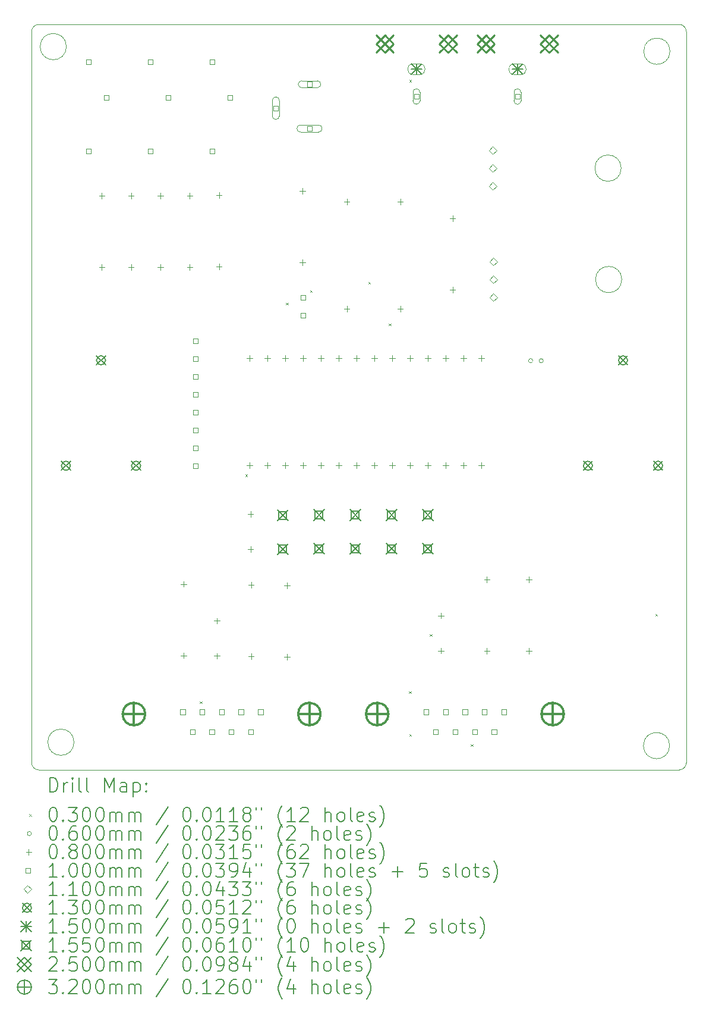
<source format=gbr>
%TF.GenerationSoftware,KiCad,Pcbnew,7.0.11*%
%TF.CreationDate,2025-01-18T22:09:00+03:00*%
%TF.ProjectId,Pong,506f6e67-2e6b-4696-9361-645f70636258,rev?*%
%TF.SameCoordinates,Original*%
%TF.FileFunction,Drillmap*%
%TF.FilePolarity,Positive*%
%FSLAX45Y45*%
G04 Gerber Fmt 4.5, Leading zero omitted, Abs format (unit mm)*
G04 Created by KiCad (PCBNEW 7.0.11) date 2025-01-18 22:09:00*
%MOMM*%
%LPD*%
G01*
G04 APERTURE LIST*
%ADD10C,0.050000*%
%ADD11C,0.200000*%
%ADD12C,0.100000*%
%ADD13C,0.110000*%
%ADD14C,0.130000*%
%ADD15C,0.150000*%
%ADD16C,0.155000*%
%ADD17C,0.250000*%
%ADD18C,0.320000*%
G04 APERTURE END LIST*
D10*
X18310860Y-7350760D02*
G75*
G03*
X17937212Y-7350760I-186824J0D01*
G01*
X17937212Y-7350760D02*
G75*
G03*
X18310860Y-7350760I186824J0D01*
G01*
X9903460Y-14228140D02*
X9903460Y-3821100D01*
X10003460Y-3721100D02*
X19130340Y-3721100D01*
X19230340Y-3821100D02*
G75*
G03*
X19130340Y-3721100I-100000J0D01*
G01*
X19130340Y-14328140D02*
X10003460Y-14328140D01*
X19130340Y-14328140D02*
G75*
G03*
X19230340Y-14228140I0J100000D01*
G01*
X19230340Y-3821100D02*
X19230340Y-14228140D01*
X18302104Y-5765800D02*
G75*
G03*
X17928456Y-5765800I-186824J0D01*
G01*
X17928456Y-5765800D02*
G75*
G03*
X18302104Y-5765800I186824J0D01*
G01*
X9903460Y-14228140D02*
G75*
G03*
X10003460Y-14328140I100000J0D01*
G01*
X10506844Y-13934440D02*
G75*
G03*
X10133196Y-13934440I-186824J0D01*
G01*
X10133196Y-13934440D02*
G75*
G03*
X10506844Y-13934440I186824J0D01*
G01*
X10003460Y-3721100D02*
G75*
G03*
X9903460Y-3821100I0J-100000D01*
G01*
X10397624Y-4036060D02*
G75*
G03*
X10023976Y-4036060I-186824J0D01*
G01*
X10023976Y-4036060D02*
G75*
G03*
X10397624Y-4036060I186824J0D01*
G01*
X18998064Y-4102100D02*
G75*
G03*
X18624416Y-4102100I-186824J0D01*
G01*
X18624416Y-4102100D02*
G75*
G03*
X18998064Y-4102100I186824J0D01*
G01*
X18992984Y-13982700D02*
G75*
G03*
X18619336Y-13982700I-186824J0D01*
G01*
X18619336Y-13982700D02*
G75*
G03*
X18992984Y-13982700I186824J0D01*
G01*
D11*
D12*
X12299710Y-13351820D02*
X12329710Y-13381820D01*
X12329710Y-13351820D02*
X12299710Y-13381820D01*
X12945410Y-10124080D02*
X12975410Y-10154080D01*
X12975410Y-10124080D02*
X12945410Y-10154080D01*
X13526440Y-7681100D02*
X13556440Y-7711100D01*
X13556440Y-7681100D02*
X13526440Y-7711100D01*
X13870020Y-7503210D02*
X13900020Y-7533210D01*
X13900020Y-7503210D02*
X13870020Y-7533210D01*
X14697950Y-7385900D02*
X14727950Y-7415900D01*
X14727950Y-7385900D02*
X14697950Y-7415900D01*
X14990040Y-7978110D02*
X15020040Y-8008110D01*
X15020040Y-7978110D02*
X14990040Y-8008110D01*
X15280360Y-13208650D02*
X15310360Y-13238650D01*
X15310360Y-13208650D02*
X15280360Y-13238650D01*
X15282130Y-4511880D02*
X15312130Y-4541880D01*
X15312130Y-4511880D02*
X15282130Y-4541880D01*
X15282130Y-13819490D02*
X15312130Y-13849490D01*
X15312130Y-13819490D02*
X15282130Y-13849490D01*
X15574220Y-12397240D02*
X15604220Y-12427240D01*
X15604220Y-12397240D02*
X15574220Y-12427240D01*
X16158400Y-13962240D02*
X16188400Y-13992240D01*
X16188400Y-13962240D02*
X16158400Y-13992240D01*
X18787210Y-12109100D02*
X18817210Y-12139100D01*
X18817210Y-12109100D02*
X18787210Y-12139100D01*
X17042780Y-8506460D02*
G75*
G03*
X16982780Y-8506460I-30000J0D01*
G01*
X16982780Y-8506460D02*
G75*
G03*
X17042780Y-8506460I30000J0D01*
G01*
X17192780Y-8506460D02*
G75*
G03*
X17132780Y-8506460I-30000J0D01*
G01*
X17132780Y-8506460D02*
G75*
G03*
X17192780Y-8506460I30000J0D01*
G01*
X10904220Y-6116960D02*
X10904220Y-6196960D01*
X10864220Y-6156960D02*
X10944220Y-6156960D01*
X10904220Y-7132960D02*
X10904220Y-7212960D01*
X10864220Y-7172960D02*
X10944220Y-7172960D01*
X11321420Y-6116960D02*
X11321420Y-6196960D01*
X11281420Y-6156960D02*
X11361420Y-6156960D01*
X11321420Y-7132960D02*
X11321420Y-7212960D01*
X11281420Y-7172960D02*
X11361420Y-7172960D01*
X11738610Y-6116960D02*
X11738610Y-6196960D01*
X11698610Y-6156960D02*
X11778610Y-6156960D01*
X11738610Y-7132960D02*
X11738610Y-7212960D01*
X11698610Y-7172960D02*
X11778610Y-7172960D01*
X12070020Y-11644290D02*
X12070020Y-11724290D01*
X12030020Y-11684290D02*
X12110020Y-11684290D01*
X12070020Y-12660290D02*
X12070020Y-12740290D01*
X12030020Y-12700290D02*
X12110020Y-12700290D01*
X12155810Y-6116960D02*
X12155810Y-6196960D01*
X12115810Y-6156960D02*
X12195810Y-6156960D01*
X12155810Y-7132960D02*
X12155810Y-7212960D01*
X12115810Y-7172960D02*
X12195810Y-7172960D01*
X12542460Y-12166450D02*
X12542460Y-12246450D01*
X12502460Y-12206450D02*
X12582460Y-12206450D01*
X12542460Y-12666450D02*
X12542460Y-12746450D01*
X12502460Y-12706450D02*
X12582460Y-12706450D01*
X12573000Y-6109340D02*
X12573000Y-6189340D01*
X12533000Y-6149340D02*
X12613000Y-6149340D01*
X12573000Y-7125340D02*
X12573000Y-7205340D01*
X12533000Y-7165340D02*
X12613000Y-7165340D01*
X13008340Y-8428860D02*
X13008340Y-8508860D01*
X12968340Y-8468860D02*
X13048340Y-8468860D01*
X13008340Y-9952860D02*
X13008340Y-10032860D01*
X12968340Y-9992860D02*
X13048340Y-9992860D01*
X13021900Y-10649840D02*
X13021900Y-10729840D01*
X12981900Y-10689840D02*
X13061900Y-10689840D01*
X13021900Y-11149840D02*
X13021900Y-11229840D01*
X12981900Y-11189840D02*
X13061900Y-11189840D01*
X13030140Y-11656990D02*
X13030140Y-11736990D01*
X12990140Y-11696990D02*
X13070140Y-11696990D01*
X13030140Y-12672990D02*
X13030140Y-12752990D01*
X12990140Y-12712990D02*
X13070140Y-12712990D01*
X13262340Y-8428860D02*
X13262340Y-8508860D01*
X13222340Y-8468860D02*
X13302340Y-8468860D01*
X13262340Y-9952860D02*
X13262340Y-10032860D01*
X13222340Y-9992860D02*
X13302340Y-9992860D01*
X13516340Y-8428860D02*
X13516340Y-8508860D01*
X13476340Y-8468860D02*
X13556340Y-8468860D01*
X13516340Y-9952860D02*
X13516340Y-10032860D01*
X13476340Y-9992860D02*
X13556340Y-9992860D01*
X13540680Y-11664610D02*
X13540680Y-11744610D01*
X13500680Y-11704610D02*
X13580680Y-11704610D01*
X13540680Y-12680610D02*
X13540680Y-12760610D01*
X13500680Y-12720610D02*
X13580680Y-12720610D01*
X13761720Y-6050920D02*
X13761720Y-6130920D01*
X13721720Y-6090920D02*
X13801720Y-6090920D01*
X13761720Y-7066920D02*
X13761720Y-7146920D01*
X13721720Y-7106920D02*
X13801720Y-7106920D01*
X13770340Y-8428860D02*
X13770340Y-8508860D01*
X13730340Y-8468860D02*
X13810340Y-8468860D01*
X13770340Y-9952860D02*
X13770340Y-10032860D01*
X13730340Y-9992860D02*
X13810340Y-9992860D01*
X14024340Y-8428860D02*
X14024340Y-8508860D01*
X13984340Y-8468860D02*
X14064340Y-8468860D01*
X14024340Y-9952860D02*
X14024340Y-10032860D01*
X13984340Y-9992860D02*
X14064340Y-9992860D01*
X14278340Y-8428860D02*
X14278340Y-8508860D01*
X14238340Y-8468860D02*
X14318340Y-8468860D01*
X14278340Y-9952860D02*
X14278340Y-10032860D01*
X14238340Y-9992860D02*
X14318340Y-9992860D01*
X14394180Y-6203320D02*
X14394180Y-6283320D01*
X14354180Y-6243320D02*
X14434180Y-6243320D01*
X14394180Y-7727320D02*
X14394180Y-7807320D01*
X14354180Y-7767320D02*
X14434180Y-7767320D01*
X14532340Y-8428860D02*
X14532340Y-8508860D01*
X14492340Y-8468860D02*
X14572340Y-8468860D01*
X14532340Y-9952860D02*
X14532340Y-10032860D01*
X14492340Y-9992860D02*
X14572340Y-9992860D01*
X14786340Y-8428860D02*
X14786340Y-8508860D01*
X14746340Y-8468860D02*
X14826340Y-8468860D01*
X14786340Y-9952860D02*
X14786340Y-10032860D01*
X14746340Y-9992860D02*
X14826340Y-9992860D01*
X15040340Y-8428860D02*
X15040340Y-8508860D01*
X15000340Y-8468860D02*
X15080340Y-8468860D01*
X15040340Y-9952860D02*
X15040340Y-10032860D01*
X15000340Y-9992860D02*
X15080340Y-9992860D01*
X15156180Y-6203320D02*
X15156180Y-6283320D01*
X15116180Y-6243320D02*
X15196180Y-6243320D01*
X15156180Y-7727320D02*
X15156180Y-7807320D01*
X15116180Y-7767320D02*
X15196180Y-7767320D01*
X15294340Y-8428860D02*
X15294340Y-8508860D01*
X15254340Y-8468860D02*
X15334340Y-8468860D01*
X15294340Y-9952860D02*
X15294340Y-10032860D01*
X15254340Y-9992860D02*
X15334340Y-9992860D01*
X15548340Y-8428860D02*
X15548340Y-8508860D01*
X15508340Y-8468860D02*
X15588340Y-8468860D01*
X15548340Y-9952860D02*
X15548340Y-10032860D01*
X15508340Y-9992860D02*
X15588340Y-9992860D01*
X15735240Y-12092790D02*
X15735240Y-12172790D01*
X15695240Y-12132790D02*
X15775240Y-12132790D01*
X15735240Y-12592790D02*
X15735240Y-12672790D01*
X15695240Y-12632790D02*
X15775240Y-12632790D01*
X15802340Y-8428860D02*
X15802340Y-8508860D01*
X15762340Y-8468860D02*
X15842340Y-8468860D01*
X15802340Y-9952860D02*
X15802340Y-10032860D01*
X15762340Y-9992860D02*
X15842340Y-9992860D01*
X15900400Y-6439540D02*
X15900400Y-6519540D01*
X15860400Y-6479540D02*
X15940400Y-6479540D01*
X15900400Y-7455540D02*
X15900400Y-7535540D01*
X15860400Y-7495540D02*
X15940400Y-7495540D01*
X16056340Y-8428860D02*
X16056340Y-8508860D01*
X16016340Y-8468860D02*
X16096340Y-8468860D01*
X16056340Y-9952860D02*
X16056340Y-10032860D01*
X16016340Y-9992860D02*
X16096340Y-9992860D01*
X16310340Y-8428860D02*
X16310340Y-8508860D01*
X16270340Y-8468860D02*
X16350340Y-8468860D01*
X16310340Y-9952860D02*
X16310340Y-10032860D01*
X16270340Y-9992860D02*
X16350340Y-9992860D01*
X16390560Y-11578250D02*
X16390560Y-11658250D01*
X16350560Y-11618250D02*
X16430560Y-11618250D01*
X16390560Y-12594250D02*
X16390560Y-12674250D01*
X16350560Y-12634250D02*
X16430560Y-12634250D01*
X16987460Y-11578250D02*
X16987460Y-11658250D01*
X16947460Y-11618250D02*
X17027460Y-11618250D01*
X16987460Y-12594250D02*
X16987460Y-12674250D01*
X16947460Y-12634250D02*
X17027460Y-12634250D01*
X10751116Y-4290996D02*
X10751116Y-4220284D01*
X10680404Y-4220284D01*
X10680404Y-4290996D01*
X10751116Y-4290996D01*
X10751116Y-5560996D02*
X10751116Y-5490284D01*
X10680404Y-5490284D01*
X10680404Y-5560996D01*
X10751116Y-5560996D01*
X11005116Y-4798996D02*
X11005116Y-4728284D01*
X10934404Y-4728284D01*
X10934404Y-4798996D01*
X11005116Y-4798996D01*
X11629956Y-4290996D02*
X11629956Y-4220284D01*
X11559244Y-4220284D01*
X11559244Y-4290996D01*
X11629956Y-4290996D01*
X11629956Y-5560996D02*
X11629956Y-5490284D01*
X11559244Y-5490284D01*
X11559244Y-5560996D01*
X11629956Y-5560996D01*
X11883956Y-4798996D02*
X11883956Y-4728284D01*
X11813244Y-4728284D01*
X11813244Y-4798996D01*
X11883956Y-4798996D01*
X12091336Y-13538766D02*
X12091336Y-13468054D01*
X12020624Y-13468054D01*
X12020624Y-13538766D01*
X12091336Y-13538766D01*
X12229836Y-13822766D02*
X12229836Y-13752054D01*
X12159124Y-13752054D01*
X12159124Y-13822766D01*
X12229836Y-13822766D01*
X12270536Y-8262416D02*
X12270536Y-8191704D01*
X12199824Y-8191704D01*
X12199824Y-8262416D01*
X12270536Y-8262416D01*
X12270536Y-8516416D02*
X12270536Y-8445704D01*
X12199824Y-8445704D01*
X12199824Y-8516416D01*
X12270536Y-8516416D01*
X12270536Y-8770416D02*
X12270536Y-8699704D01*
X12199824Y-8699704D01*
X12199824Y-8770416D01*
X12270536Y-8770416D01*
X12270536Y-9024416D02*
X12270536Y-8953704D01*
X12199824Y-8953704D01*
X12199824Y-9024416D01*
X12270536Y-9024416D01*
X12270536Y-9278416D02*
X12270536Y-9207704D01*
X12199824Y-9207704D01*
X12199824Y-9278416D01*
X12270536Y-9278416D01*
X12270536Y-9532416D02*
X12270536Y-9461704D01*
X12199824Y-9461704D01*
X12199824Y-9532416D01*
X12270536Y-9532416D01*
X12270536Y-9786416D02*
X12270536Y-9715704D01*
X12199824Y-9715704D01*
X12199824Y-9786416D01*
X12270536Y-9786416D01*
X12270536Y-10040416D02*
X12270536Y-9969704D01*
X12199824Y-9969704D01*
X12199824Y-10040416D01*
X12270536Y-10040416D01*
X12368336Y-13538766D02*
X12368336Y-13468054D01*
X12297624Y-13468054D01*
X12297624Y-13538766D01*
X12368336Y-13538766D01*
X12506836Y-13822766D02*
X12506836Y-13752054D01*
X12436124Y-13752054D01*
X12436124Y-13822766D01*
X12506836Y-13822766D01*
X12508796Y-4290996D02*
X12508796Y-4220284D01*
X12438084Y-4220284D01*
X12438084Y-4290996D01*
X12508796Y-4290996D01*
X12508796Y-5560996D02*
X12508796Y-5490284D01*
X12438084Y-5490284D01*
X12438084Y-5560996D01*
X12508796Y-5560996D01*
X12645336Y-13538766D02*
X12645336Y-13468054D01*
X12574624Y-13468054D01*
X12574624Y-13538766D01*
X12645336Y-13538766D01*
X12762796Y-4798996D02*
X12762796Y-4728284D01*
X12692084Y-4728284D01*
X12692084Y-4798996D01*
X12762796Y-4798996D01*
X12783836Y-13822766D02*
X12783836Y-13752054D01*
X12713124Y-13752054D01*
X12713124Y-13822766D01*
X12783836Y-13822766D01*
X12922336Y-13538766D02*
X12922336Y-13468054D01*
X12851624Y-13468054D01*
X12851624Y-13538766D01*
X12922336Y-13538766D01*
X13060836Y-13822766D02*
X13060836Y-13752054D01*
X12990124Y-13752054D01*
X12990124Y-13822766D01*
X13060836Y-13822766D01*
X13199336Y-13538766D02*
X13199336Y-13468054D01*
X13128624Y-13468054D01*
X13128624Y-13538766D01*
X13199336Y-13538766D01*
X13417636Y-4947276D02*
X13417636Y-4876564D01*
X13346924Y-4876564D01*
X13346924Y-4947276D01*
X13417636Y-4947276D01*
X13432280Y-5021920D02*
X13432280Y-4801920D01*
X13432280Y-4801920D02*
G75*
G03*
X13332280Y-4801920I-50000J0D01*
G01*
X13332280Y-4801920D02*
X13332280Y-5021920D01*
X13332280Y-5021920D02*
G75*
G03*
X13432280Y-5021920I50000J0D01*
G01*
X13804696Y-7642656D02*
X13804696Y-7571944D01*
X13733984Y-7571944D01*
X13733984Y-7642656D01*
X13804696Y-7642656D01*
X13804696Y-7896656D02*
X13804696Y-7825944D01*
X13733984Y-7825944D01*
X13733984Y-7896656D01*
X13804696Y-7896656D01*
X13897636Y-4607276D02*
X13897636Y-4536564D01*
X13826924Y-4536564D01*
X13826924Y-4607276D01*
X13897636Y-4607276D01*
X13972280Y-4521920D02*
X13752280Y-4521920D01*
X13752280Y-4521920D02*
G75*
G03*
X13752280Y-4621920I0J-50000D01*
G01*
X13752280Y-4621920D02*
X13972280Y-4621920D01*
X13972280Y-4621920D02*
G75*
G03*
X13972280Y-4521920I0J50000D01*
G01*
X13897636Y-5237276D02*
X13897636Y-5166564D01*
X13826924Y-5166564D01*
X13826924Y-5237276D01*
X13897636Y-5237276D01*
X13992280Y-5151920D02*
X13732280Y-5151920D01*
X13732280Y-5151920D02*
G75*
G03*
X13732280Y-5251920I0J-50000D01*
G01*
X13732280Y-5251920D02*
X13992280Y-5251920D01*
X13992280Y-5251920D02*
G75*
G03*
X13992280Y-5151920I0J50000D01*
G01*
X15420136Y-4782616D02*
X15420136Y-4711904D01*
X15349424Y-4711904D01*
X15349424Y-4782616D01*
X15420136Y-4782616D01*
X15334780Y-4687260D02*
X15334780Y-4807260D01*
X15334780Y-4807260D02*
G75*
G03*
X15434780Y-4807260I50000J0D01*
G01*
X15434780Y-4807260D02*
X15434780Y-4687260D01*
X15434780Y-4687260D02*
G75*
G03*
X15334780Y-4687260I-50000J0D01*
G01*
X15558016Y-13538766D02*
X15558016Y-13468054D01*
X15487304Y-13468054D01*
X15487304Y-13538766D01*
X15558016Y-13538766D01*
X15696516Y-13822766D02*
X15696516Y-13752054D01*
X15625804Y-13752054D01*
X15625804Y-13822766D01*
X15696516Y-13822766D01*
X15835016Y-13538766D02*
X15835016Y-13468054D01*
X15764304Y-13468054D01*
X15764304Y-13538766D01*
X15835016Y-13538766D01*
X15973516Y-13822766D02*
X15973516Y-13752054D01*
X15902804Y-13752054D01*
X15902804Y-13822766D01*
X15973516Y-13822766D01*
X16112016Y-13538766D02*
X16112016Y-13468054D01*
X16041304Y-13468054D01*
X16041304Y-13538766D01*
X16112016Y-13538766D01*
X16250516Y-13822766D02*
X16250516Y-13752054D01*
X16179804Y-13752054D01*
X16179804Y-13822766D01*
X16250516Y-13822766D01*
X16389016Y-13538766D02*
X16389016Y-13468054D01*
X16318304Y-13468054D01*
X16318304Y-13538766D01*
X16389016Y-13538766D01*
X16527516Y-13822766D02*
X16527516Y-13752054D01*
X16456804Y-13752054D01*
X16456804Y-13822766D01*
X16527516Y-13822766D01*
X16666016Y-13538766D02*
X16666016Y-13468054D01*
X16595304Y-13468054D01*
X16595304Y-13538766D01*
X16666016Y-13538766D01*
X16860316Y-4782616D02*
X16860316Y-4711904D01*
X16789604Y-4711904D01*
X16789604Y-4782616D01*
X16860316Y-4782616D01*
X16774960Y-4687260D02*
X16774960Y-4807260D01*
X16774960Y-4807260D02*
G75*
G03*
X16874960Y-4807260I50000J0D01*
G01*
X16874960Y-4807260D02*
X16874960Y-4687260D01*
X16874960Y-4687260D02*
G75*
G03*
X16774960Y-4687260I-50000J0D01*
G01*
D13*
X16471900Y-5566800D02*
X16526900Y-5511800D01*
X16471900Y-5456800D01*
X16416900Y-5511800D01*
X16471900Y-5566800D01*
X16471900Y-5820800D02*
X16526900Y-5765800D01*
X16471900Y-5710800D01*
X16416900Y-5765800D01*
X16471900Y-5820800D01*
X16471900Y-6074800D02*
X16526900Y-6019800D01*
X16471900Y-5964800D01*
X16416900Y-6019800D01*
X16471900Y-6074800D01*
X16482060Y-7151760D02*
X16537060Y-7096760D01*
X16482060Y-7041760D01*
X16427060Y-7096760D01*
X16482060Y-7151760D01*
X16482060Y-7405760D02*
X16537060Y-7350760D01*
X16482060Y-7295760D01*
X16427060Y-7350760D01*
X16482060Y-7405760D01*
X16482060Y-7659760D02*
X16537060Y-7604760D01*
X16482060Y-7549760D01*
X16427060Y-7604760D01*
X16482060Y-7659760D01*
D14*
X10326520Y-9935680D02*
X10456520Y-10065680D01*
X10456520Y-9935680D02*
X10326520Y-10065680D01*
X10456520Y-10000680D02*
G75*
G03*
X10326520Y-10000680I-65000J0D01*
G01*
X10326520Y-10000680D02*
G75*
G03*
X10456520Y-10000680I65000J0D01*
G01*
X10826520Y-8435680D02*
X10956520Y-8565680D01*
X10956520Y-8435680D02*
X10826520Y-8565680D01*
X10956520Y-8500680D02*
G75*
G03*
X10826520Y-8500680I-65000J0D01*
G01*
X10826520Y-8500680D02*
G75*
G03*
X10956520Y-8500680I65000J0D01*
G01*
X11326520Y-9935680D02*
X11456520Y-10065680D01*
X11456520Y-9935680D02*
X11326520Y-10065680D01*
X11456520Y-10000680D02*
G75*
G03*
X11326520Y-10000680I-65000J0D01*
G01*
X11326520Y-10000680D02*
G75*
G03*
X11456520Y-10000680I65000J0D01*
G01*
X17764020Y-9935680D02*
X17894020Y-10065680D01*
X17894020Y-9935680D02*
X17764020Y-10065680D01*
X17894020Y-10000680D02*
G75*
G03*
X17764020Y-10000680I-65000J0D01*
G01*
X17764020Y-10000680D02*
G75*
G03*
X17894020Y-10000680I65000J0D01*
G01*
X18264020Y-8435680D02*
X18394020Y-8565680D01*
X18394020Y-8435680D02*
X18264020Y-8565680D01*
X18394020Y-8500680D02*
G75*
G03*
X18264020Y-8500680I-65000J0D01*
G01*
X18264020Y-8500680D02*
G75*
G03*
X18394020Y-8500680I65000J0D01*
G01*
X18764020Y-9935680D02*
X18894020Y-10065680D01*
X18894020Y-9935680D02*
X18764020Y-10065680D01*
X18894020Y-10000680D02*
G75*
G03*
X18764020Y-10000680I-65000J0D01*
G01*
X18764020Y-10000680D02*
G75*
G03*
X18894020Y-10000680I65000J0D01*
G01*
D15*
X15309780Y-4282260D02*
X15459780Y-4432260D01*
X15459780Y-4282260D02*
X15309780Y-4432260D01*
X15384780Y-4282260D02*
X15384780Y-4432260D01*
X15309780Y-4357260D02*
X15459780Y-4357260D01*
D12*
X15334780Y-4432260D02*
X15434780Y-4432260D01*
X15434780Y-4432260D02*
G75*
G03*
X15434780Y-4282260I0J75000D01*
G01*
X15434780Y-4282260D02*
X15334780Y-4282260D01*
X15334780Y-4282260D02*
G75*
G03*
X15334780Y-4432260I0J-75000D01*
G01*
D15*
X16749960Y-4282260D02*
X16899960Y-4432260D01*
X16899960Y-4282260D02*
X16749960Y-4432260D01*
X16824960Y-4282260D02*
X16824960Y-4432260D01*
X16749960Y-4357260D02*
X16899960Y-4357260D01*
D12*
X16774960Y-4432260D02*
X16874960Y-4432260D01*
X16874960Y-4432260D02*
G75*
G03*
X16874960Y-4282260I0J75000D01*
G01*
X16874960Y-4282260D02*
X16774960Y-4282260D01*
X16774960Y-4282260D02*
G75*
G03*
X16774960Y-4432260I0J-75000D01*
G01*
D16*
X13402960Y-10628720D02*
X13557960Y-10783720D01*
X13557960Y-10628720D02*
X13402960Y-10783720D01*
X13535261Y-10761021D02*
X13535261Y-10651419D01*
X13425659Y-10651419D01*
X13425659Y-10761021D01*
X13535261Y-10761021D01*
X13402960Y-11108720D02*
X13557960Y-11263720D01*
X13557960Y-11108720D02*
X13402960Y-11263720D01*
X13535261Y-11241021D02*
X13535261Y-11131419D01*
X13425659Y-11131419D01*
X13425659Y-11241021D01*
X13535261Y-11241021D01*
X13919510Y-10623520D02*
X14074510Y-10778520D01*
X14074510Y-10623520D02*
X13919510Y-10778520D01*
X14051811Y-10755821D02*
X14051811Y-10646219D01*
X13942209Y-10646219D01*
X13942209Y-10755821D01*
X14051811Y-10755821D01*
X13919510Y-11103520D02*
X14074510Y-11258520D01*
X14074510Y-11103520D02*
X13919510Y-11258520D01*
X14051811Y-11235821D02*
X14051811Y-11126219D01*
X13942209Y-11126219D01*
X13942209Y-11235821D01*
X14051811Y-11235821D01*
X14436060Y-10623580D02*
X14591060Y-10778580D01*
X14591060Y-10623580D02*
X14436060Y-10778580D01*
X14568361Y-10755881D02*
X14568361Y-10646279D01*
X14458759Y-10646279D01*
X14458759Y-10755881D01*
X14568361Y-10755881D01*
X14436060Y-11103580D02*
X14591060Y-11258580D01*
X14591060Y-11103580D02*
X14436060Y-11258580D01*
X14568361Y-11235881D02*
X14568361Y-11126279D01*
X14458759Y-11126279D01*
X14458759Y-11235881D01*
X14568361Y-11235881D01*
X14952610Y-10623580D02*
X15107610Y-10778580D01*
X15107610Y-10623580D02*
X14952610Y-10778580D01*
X15084911Y-10755881D02*
X15084911Y-10646279D01*
X14975309Y-10646279D01*
X14975309Y-10755881D01*
X15084911Y-10755881D01*
X14952610Y-11103580D02*
X15107610Y-11258580D01*
X15107610Y-11103580D02*
X14952610Y-11258580D01*
X15084911Y-11235881D02*
X15084911Y-11126279D01*
X14975309Y-11126279D01*
X14975309Y-11235881D01*
X15084911Y-11235881D01*
X15469160Y-10623580D02*
X15624160Y-10778580D01*
X15624160Y-10623580D02*
X15469160Y-10778580D01*
X15601461Y-10755881D02*
X15601461Y-10646279D01*
X15491859Y-10646279D01*
X15491859Y-10755881D01*
X15601461Y-10755881D01*
X15469160Y-11103580D02*
X15624160Y-11258580D01*
X15624160Y-11103580D02*
X15469160Y-11258580D01*
X15601461Y-11235881D02*
X15601461Y-11126279D01*
X15491859Y-11126279D01*
X15491859Y-11235881D01*
X15601461Y-11235881D01*
D17*
X14809780Y-3872260D02*
X15059780Y-4122260D01*
X15059780Y-3872260D02*
X14809780Y-4122260D01*
X14934780Y-4122260D02*
X15059780Y-3997260D01*
X14934780Y-3872260D01*
X14809780Y-3997260D01*
X14934780Y-4122260D01*
X15709780Y-3872260D02*
X15959780Y-4122260D01*
X15959780Y-3872260D02*
X15709780Y-4122260D01*
X15834780Y-4122260D02*
X15959780Y-3997260D01*
X15834780Y-3872260D01*
X15709780Y-3997260D01*
X15834780Y-4122260D01*
X16249960Y-3872260D02*
X16499960Y-4122260D01*
X16499960Y-3872260D02*
X16249960Y-4122260D01*
X16374960Y-4122260D02*
X16499960Y-3997260D01*
X16374960Y-3872260D01*
X16249960Y-3997260D01*
X16374960Y-4122260D01*
X17149960Y-3872260D02*
X17399960Y-4122260D01*
X17399960Y-3872260D02*
X17149960Y-4122260D01*
X17274960Y-4122260D02*
X17399960Y-3997260D01*
X17274960Y-3872260D01*
X17149960Y-3997260D01*
X17274960Y-4122260D01*
D18*
X11359980Y-13373410D02*
X11359980Y-13693410D01*
X11199980Y-13533410D02*
X11519980Y-13533410D01*
X11519980Y-13533410D02*
G75*
G03*
X11199980Y-13533410I-160000J0D01*
G01*
X11199980Y-13533410D02*
G75*
G03*
X11519980Y-13533410I160000J0D01*
G01*
X13859980Y-13373410D02*
X13859980Y-13693410D01*
X13699980Y-13533410D02*
X14019980Y-13533410D01*
X14019980Y-13533410D02*
G75*
G03*
X13699980Y-13533410I-160000J0D01*
G01*
X13699980Y-13533410D02*
G75*
G03*
X14019980Y-13533410I160000J0D01*
G01*
X14826660Y-13373410D02*
X14826660Y-13693410D01*
X14666660Y-13533410D02*
X14986660Y-13533410D01*
X14986660Y-13533410D02*
G75*
G03*
X14666660Y-13533410I-160000J0D01*
G01*
X14666660Y-13533410D02*
G75*
G03*
X14986660Y-13533410I160000J0D01*
G01*
X17326660Y-13373410D02*
X17326660Y-13693410D01*
X17166660Y-13533410D02*
X17486660Y-13533410D01*
X17486660Y-13533410D02*
G75*
G03*
X17166660Y-13533410I-160000J0D01*
G01*
X17166660Y-13533410D02*
G75*
G03*
X17486660Y-13533410I160000J0D01*
G01*
D11*
X10161737Y-14642124D02*
X10161737Y-14442124D01*
X10161737Y-14442124D02*
X10209356Y-14442124D01*
X10209356Y-14442124D02*
X10237927Y-14451648D01*
X10237927Y-14451648D02*
X10256975Y-14470695D01*
X10256975Y-14470695D02*
X10266499Y-14489743D01*
X10266499Y-14489743D02*
X10276023Y-14527838D01*
X10276023Y-14527838D02*
X10276023Y-14556409D01*
X10276023Y-14556409D02*
X10266499Y-14594505D01*
X10266499Y-14594505D02*
X10256975Y-14613552D01*
X10256975Y-14613552D02*
X10237927Y-14632600D01*
X10237927Y-14632600D02*
X10209356Y-14642124D01*
X10209356Y-14642124D02*
X10161737Y-14642124D01*
X10361737Y-14642124D02*
X10361737Y-14508790D01*
X10361737Y-14546886D02*
X10371261Y-14527838D01*
X10371261Y-14527838D02*
X10380784Y-14518314D01*
X10380784Y-14518314D02*
X10399832Y-14508790D01*
X10399832Y-14508790D02*
X10418880Y-14508790D01*
X10485546Y-14642124D02*
X10485546Y-14508790D01*
X10485546Y-14442124D02*
X10476023Y-14451648D01*
X10476023Y-14451648D02*
X10485546Y-14461171D01*
X10485546Y-14461171D02*
X10495070Y-14451648D01*
X10495070Y-14451648D02*
X10485546Y-14442124D01*
X10485546Y-14442124D02*
X10485546Y-14461171D01*
X10609356Y-14642124D02*
X10590308Y-14632600D01*
X10590308Y-14632600D02*
X10580784Y-14613552D01*
X10580784Y-14613552D02*
X10580784Y-14442124D01*
X10714118Y-14642124D02*
X10695070Y-14632600D01*
X10695070Y-14632600D02*
X10685546Y-14613552D01*
X10685546Y-14613552D02*
X10685546Y-14442124D01*
X10942689Y-14642124D02*
X10942689Y-14442124D01*
X10942689Y-14442124D02*
X11009356Y-14584981D01*
X11009356Y-14584981D02*
X11076023Y-14442124D01*
X11076023Y-14442124D02*
X11076023Y-14642124D01*
X11256975Y-14642124D02*
X11256975Y-14537362D01*
X11256975Y-14537362D02*
X11247451Y-14518314D01*
X11247451Y-14518314D02*
X11228403Y-14508790D01*
X11228403Y-14508790D02*
X11190308Y-14508790D01*
X11190308Y-14508790D02*
X11171261Y-14518314D01*
X11256975Y-14632600D02*
X11237927Y-14642124D01*
X11237927Y-14642124D02*
X11190308Y-14642124D01*
X11190308Y-14642124D02*
X11171261Y-14632600D01*
X11171261Y-14632600D02*
X11161737Y-14613552D01*
X11161737Y-14613552D02*
X11161737Y-14594505D01*
X11161737Y-14594505D02*
X11171261Y-14575457D01*
X11171261Y-14575457D02*
X11190308Y-14565933D01*
X11190308Y-14565933D02*
X11237927Y-14565933D01*
X11237927Y-14565933D02*
X11256975Y-14556409D01*
X11352213Y-14508790D02*
X11352213Y-14708790D01*
X11352213Y-14518314D02*
X11371261Y-14508790D01*
X11371261Y-14508790D02*
X11409356Y-14508790D01*
X11409356Y-14508790D02*
X11428403Y-14518314D01*
X11428403Y-14518314D02*
X11437927Y-14527838D01*
X11437927Y-14527838D02*
X11447451Y-14546886D01*
X11447451Y-14546886D02*
X11447451Y-14604028D01*
X11447451Y-14604028D02*
X11437927Y-14623076D01*
X11437927Y-14623076D02*
X11428403Y-14632600D01*
X11428403Y-14632600D02*
X11409356Y-14642124D01*
X11409356Y-14642124D02*
X11371261Y-14642124D01*
X11371261Y-14642124D02*
X11352213Y-14632600D01*
X11533165Y-14623076D02*
X11542689Y-14632600D01*
X11542689Y-14632600D02*
X11533165Y-14642124D01*
X11533165Y-14642124D02*
X11523642Y-14632600D01*
X11523642Y-14632600D02*
X11533165Y-14623076D01*
X11533165Y-14623076D02*
X11533165Y-14642124D01*
X11533165Y-14518314D02*
X11542689Y-14527838D01*
X11542689Y-14527838D02*
X11533165Y-14537362D01*
X11533165Y-14537362D02*
X11523642Y-14527838D01*
X11523642Y-14527838D02*
X11533165Y-14518314D01*
X11533165Y-14518314D02*
X11533165Y-14537362D01*
D12*
X9870960Y-14955640D02*
X9900960Y-14985640D01*
X9900960Y-14955640D02*
X9870960Y-14985640D01*
D11*
X10199832Y-14862124D02*
X10218880Y-14862124D01*
X10218880Y-14862124D02*
X10237927Y-14871648D01*
X10237927Y-14871648D02*
X10247451Y-14881171D01*
X10247451Y-14881171D02*
X10256975Y-14900219D01*
X10256975Y-14900219D02*
X10266499Y-14938314D01*
X10266499Y-14938314D02*
X10266499Y-14985933D01*
X10266499Y-14985933D02*
X10256975Y-15024028D01*
X10256975Y-15024028D02*
X10247451Y-15043076D01*
X10247451Y-15043076D02*
X10237927Y-15052600D01*
X10237927Y-15052600D02*
X10218880Y-15062124D01*
X10218880Y-15062124D02*
X10199832Y-15062124D01*
X10199832Y-15062124D02*
X10180784Y-15052600D01*
X10180784Y-15052600D02*
X10171261Y-15043076D01*
X10171261Y-15043076D02*
X10161737Y-15024028D01*
X10161737Y-15024028D02*
X10152213Y-14985933D01*
X10152213Y-14985933D02*
X10152213Y-14938314D01*
X10152213Y-14938314D02*
X10161737Y-14900219D01*
X10161737Y-14900219D02*
X10171261Y-14881171D01*
X10171261Y-14881171D02*
X10180784Y-14871648D01*
X10180784Y-14871648D02*
X10199832Y-14862124D01*
X10352213Y-15043076D02*
X10361737Y-15052600D01*
X10361737Y-15052600D02*
X10352213Y-15062124D01*
X10352213Y-15062124D02*
X10342689Y-15052600D01*
X10342689Y-15052600D02*
X10352213Y-15043076D01*
X10352213Y-15043076D02*
X10352213Y-15062124D01*
X10428404Y-14862124D02*
X10552213Y-14862124D01*
X10552213Y-14862124D02*
X10485546Y-14938314D01*
X10485546Y-14938314D02*
X10514118Y-14938314D01*
X10514118Y-14938314D02*
X10533165Y-14947838D01*
X10533165Y-14947838D02*
X10542689Y-14957362D01*
X10542689Y-14957362D02*
X10552213Y-14976409D01*
X10552213Y-14976409D02*
X10552213Y-15024028D01*
X10552213Y-15024028D02*
X10542689Y-15043076D01*
X10542689Y-15043076D02*
X10533165Y-15052600D01*
X10533165Y-15052600D02*
X10514118Y-15062124D01*
X10514118Y-15062124D02*
X10456975Y-15062124D01*
X10456975Y-15062124D02*
X10437927Y-15052600D01*
X10437927Y-15052600D02*
X10428404Y-15043076D01*
X10676023Y-14862124D02*
X10695070Y-14862124D01*
X10695070Y-14862124D02*
X10714118Y-14871648D01*
X10714118Y-14871648D02*
X10723642Y-14881171D01*
X10723642Y-14881171D02*
X10733165Y-14900219D01*
X10733165Y-14900219D02*
X10742689Y-14938314D01*
X10742689Y-14938314D02*
X10742689Y-14985933D01*
X10742689Y-14985933D02*
X10733165Y-15024028D01*
X10733165Y-15024028D02*
X10723642Y-15043076D01*
X10723642Y-15043076D02*
X10714118Y-15052600D01*
X10714118Y-15052600D02*
X10695070Y-15062124D01*
X10695070Y-15062124D02*
X10676023Y-15062124D01*
X10676023Y-15062124D02*
X10656975Y-15052600D01*
X10656975Y-15052600D02*
X10647451Y-15043076D01*
X10647451Y-15043076D02*
X10637927Y-15024028D01*
X10637927Y-15024028D02*
X10628404Y-14985933D01*
X10628404Y-14985933D02*
X10628404Y-14938314D01*
X10628404Y-14938314D02*
X10637927Y-14900219D01*
X10637927Y-14900219D02*
X10647451Y-14881171D01*
X10647451Y-14881171D02*
X10656975Y-14871648D01*
X10656975Y-14871648D02*
X10676023Y-14862124D01*
X10866499Y-14862124D02*
X10885546Y-14862124D01*
X10885546Y-14862124D02*
X10904594Y-14871648D01*
X10904594Y-14871648D02*
X10914118Y-14881171D01*
X10914118Y-14881171D02*
X10923642Y-14900219D01*
X10923642Y-14900219D02*
X10933165Y-14938314D01*
X10933165Y-14938314D02*
X10933165Y-14985933D01*
X10933165Y-14985933D02*
X10923642Y-15024028D01*
X10923642Y-15024028D02*
X10914118Y-15043076D01*
X10914118Y-15043076D02*
X10904594Y-15052600D01*
X10904594Y-15052600D02*
X10885546Y-15062124D01*
X10885546Y-15062124D02*
X10866499Y-15062124D01*
X10866499Y-15062124D02*
X10847451Y-15052600D01*
X10847451Y-15052600D02*
X10837927Y-15043076D01*
X10837927Y-15043076D02*
X10828404Y-15024028D01*
X10828404Y-15024028D02*
X10818880Y-14985933D01*
X10818880Y-14985933D02*
X10818880Y-14938314D01*
X10818880Y-14938314D02*
X10828404Y-14900219D01*
X10828404Y-14900219D02*
X10837927Y-14881171D01*
X10837927Y-14881171D02*
X10847451Y-14871648D01*
X10847451Y-14871648D02*
X10866499Y-14862124D01*
X11018880Y-15062124D02*
X11018880Y-14928790D01*
X11018880Y-14947838D02*
X11028404Y-14938314D01*
X11028404Y-14938314D02*
X11047451Y-14928790D01*
X11047451Y-14928790D02*
X11076023Y-14928790D01*
X11076023Y-14928790D02*
X11095070Y-14938314D01*
X11095070Y-14938314D02*
X11104594Y-14957362D01*
X11104594Y-14957362D02*
X11104594Y-15062124D01*
X11104594Y-14957362D02*
X11114118Y-14938314D01*
X11114118Y-14938314D02*
X11133165Y-14928790D01*
X11133165Y-14928790D02*
X11161737Y-14928790D01*
X11161737Y-14928790D02*
X11180785Y-14938314D01*
X11180785Y-14938314D02*
X11190308Y-14957362D01*
X11190308Y-14957362D02*
X11190308Y-15062124D01*
X11285546Y-15062124D02*
X11285546Y-14928790D01*
X11285546Y-14947838D02*
X11295070Y-14938314D01*
X11295070Y-14938314D02*
X11314118Y-14928790D01*
X11314118Y-14928790D02*
X11342689Y-14928790D01*
X11342689Y-14928790D02*
X11361737Y-14938314D01*
X11361737Y-14938314D02*
X11371261Y-14957362D01*
X11371261Y-14957362D02*
X11371261Y-15062124D01*
X11371261Y-14957362D02*
X11380784Y-14938314D01*
X11380784Y-14938314D02*
X11399832Y-14928790D01*
X11399832Y-14928790D02*
X11428403Y-14928790D01*
X11428403Y-14928790D02*
X11447451Y-14938314D01*
X11447451Y-14938314D02*
X11456975Y-14957362D01*
X11456975Y-14957362D02*
X11456975Y-15062124D01*
X11847451Y-14852600D02*
X11676023Y-15109743D01*
X12104594Y-14862124D02*
X12123642Y-14862124D01*
X12123642Y-14862124D02*
X12142689Y-14871648D01*
X12142689Y-14871648D02*
X12152213Y-14881171D01*
X12152213Y-14881171D02*
X12161737Y-14900219D01*
X12161737Y-14900219D02*
X12171261Y-14938314D01*
X12171261Y-14938314D02*
X12171261Y-14985933D01*
X12171261Y-14985933D02*
X12161737Y-15024028D01*
X12161737Y-15024028D02*
X12152213Y-15043076D01*
X12152213Y-15043076D02*
X12142689Y-15052600D01*
X12142689Y-15052600D02*
X12123642Y-15062124D01*
X12123642Y-15062124D02*
X12104594Y-15062124D01*
X12104594Y-15062124D02*
X12085546Y-15052600D01*
X12085546Y-15052600D02*
X12076023Y-15043076D01*
X12076023Y-15043076D02*
X12066499Y-15024028D01*
X12066499Y-15024028D02*
X12056975Y-14985933D01*
X12056975Y-14985933D02*
X12056975Y-14938314D01*
X12056975Y-14938314D02*
X12066499Y-14900219D01*
X12066499Y-14900219D02*
X12076023Y-14881171D01*
X12076023Y-14881171D02*
X12085546Y-14871648D01*
X12085546Y-14871648D02*
X12104594Y-14862124D01*
X12256975Y-15043076D02*
X12266499Y-15052600D01*
X12266499Y-15052600D02*
X12256975Y-15062124D01*
X12256975Y-15062124D02*
X12247451Y-15052600D01*
X12247451Y-15052600D02*
X12256975Y-15043076D01*
X12256975Y-15043076D02*
X12256975Y-15062124D01*
X12390308Y-14862124D02*
X12409356Y-14862124D01*
X12409356Y-14862124D02*
X12428404Y-14871648D01*
X12428404Y-14871648D02*
X12437927Y-14881171D01*
X12437927Y-14881171D02*
X12447451Y-14900219D01*
X12447451Y-14900219D02*
X12456975Y-14938314D01*
X12456975Y-14938314D02*
X12456975Y-14985933D01*
X12456975Y-14985933D02*
X12447451Y-15024028D01*
X12447451Y-15024028D02*
X12437927Y-15043076D01*
X12437927Y-15043076D02*
X12428404Y-15052600D01*
X12428404Y-15052600D02*
X12409356Y-15062124D01*
X12409356Y-15062124D02*
X12390308Y-15062124D01*
X12390308Y-15062124D02*
X12371261Y-15052600D01*
X12371261Y-15052600D02*
X12361737Y-15043076D01*
X12361737Y-15043076D02*
X12352213Y-15024028D01*
X12352213Y-15024028D02*
X12342689Y-14985933D01*
X12342689Y-14985933D02*
X12342689Y-14938314D01*
X12342689Y-14938314D02*
X12352213Y-14900219D01*
X12352213Y-14900219D02*
X12361737Y-14881171D01*
X12361737Y-14881171D02*
X12371261Y-14871648D01*
X12371261Y-14871648D02*
X12390308Y-14862124D01*
X12647451Y-15062124D02*
X12533166Y-15062124D01*
X12590308Y-15062124D02*
X12590308Y-14862124D01*
X12590308Y-14862124D02*
X12571261Y-14890695D01*
X12571261Y-14890695D02*
X12552213Y-14909743D01*
X12552213Y-14909743D02*
X12533166Y-14919267D01*
X12837927Y-15062124D02*
X12723642Y-15062124D01*
X12780785Y-15062124D02*
X12780785Y-14862124D01*
X12780785Y-14862124D02*
X12761737Y-14890695D01*
X12761737Y-14890695D02*
X12742689Y-14909743D01*
X12742689Y-14909743D02*
X12723642Y-14919267D01*
X12952213Y-14947838D02*
X12933166Y-14938314D01*
X12933166Y-14938314D02*
X12923642Y-14928790D01*
X12923642Y-14928790D02*
X12914118Y-14909743D01*
X12914118Y-14909743D02*
X12914118Y-14900219D01*
X12914118Y-14900219D02*
X12923642Y-14881171D01*
X12923642Y-14881171D02*
X12933166Y-14871648D01*
X12933166Y-14871648D02*
X12952213Y-14862124D01*
X12952213Y-14862124D02*
X12990308Y-14862124D01*
X12990308Y-14862124D02*
X13009356Y-14871648D01*
X13009356Y-14871648D02*
X13018880Y-14881171D01*
X13018880Y-14881171D02*
X13028404Y-14900219D01*
X13028404Y-14900219D02*
X13028404Y-14909743D01*
X13028404Y-14909743D02*
X13018880Y-14928790D01*
X13018880Y-14928790D02*
X13009356Y-14938314D01*
X13009356Y-14938314D02*
X12990308Y-14947838D01*
X12990308Y-14947838D02*
X12952213Y-14947838D01*
X12952213Y-14947838D02*
X12933166Y-14957362D01*
X12933166Y-14957362D02*
X12923642Y-14966886D01*
X12923642Y-14966886D02*
X12914118Y-14985933D01*
X12914118Y-14985933D02*
X12914118Y-15024028D01*
X12914118Y-15024028D02*
X12923642Y-15043076D01*
X12923642Y-15043076D02*
X12933166Y-15052600D01*
X12933166Y-15052600D02*
X12952213Y-15062124D01*
X12952213Y-15062124D02*
X12990308Y-15062124D01*
X12990308Y-15062124D02*
X13009356Y-15052600D01*
X13009356Y-15052600D02*
X13018880Y-15043076D01*
X13018880Y-15043076D02*
X13028404Y-15024028D01*
X13028404Y-15024028D02*
X13028404Y-14985933D01*
X13028404Y-14985933D02*
X13018880Y-14966886D01*
X13018880Y-14966886D02*
X13009356Y-14957362D01*
X13009356Y-14957362D02*
X12990308Y-14947838D01*
X13104594Y-14862124D02*
X13104594Y-14900219D01*
X13180785Y-14862124D02*
X13180785Y-14900219D01*
X13476023Y-15138314D02*
X13466499Y-15128790D01*
X13466499Y-15128790D02*
X13447451Y-15100219D01*
X13447451Y-15100219D02*
X13437928Y-15081171D01*
X13437928Y-15081171D02*
X13428404Y-15052600D01*
X13428404Y-15052600D02*
X13418880Y-15004981D01*
X13418880Y-15004981D02*
X13418880Y-14966886D01*
X13418880Y-14966886D02*
X13428404Y-14919267D01*
X13428404Y-14919267D02*
X13437928Y-14890695D01*
X13437928Y-14890695D02*
X13447451Y-14871648D01*
X13447451Y-14871648D02*
X13466499Y-14843076D01*
X13466499Y-14843076D02*
X13476023Y-14833552D01*
X13656975Y-15062124D02*
X13542689Y-15062124D01*
X13599832Y-15062124D02*
X13599832Y-14862124D01*
X13599832Y-14862124D02*
X13580785Y-14890695D01*
X13580785Y-14890695D02*
X13561737Y-14909743D01*
X13561737Y-14909743D02*
X13542689Y-14919267D01*
X13733166Y-14881171D02*
X13742689Y-14871648D01*
X13742689Y-14871648D02*
X13761737Y-14862124D01*
X13761737Y-14862124D02*
X13809356Y-14862124D01*
X13809356Y-14862124D02*
X13828404Y-14871648D01*
X13828404Y-14871648D02*
X13837928Y-14881171D01*
X13837928Y-14881171D02*
X13847451Y-14900219D01*
X13847451Y-14900219D02*
X13847451Y-14919267D01*
X13847451Y-14919267D02*
X13837928Y-14947838D01*
X13837928Y-14947838D02*
X13723642Y-15062124D01*
X13723642Y-15062124D02*
X13847451Y-15062124D01*
X14085547Y-15062124D02*
X14085547Y-14862124D01*
X14171261Y-15062124D02*
X14171261Y-14957362D01*
X14171261Y-14957362D02*
X14161737Y-14938314D01*
X14161737Y-14938314D02*
X14142690Y-14928790D01*
X14142690Y-14928790D02*
X14114118Y-14928790D01*
X14114118Y-14928790D02*
X14095070Y-14938314D01*
X14095070Y-14938314D02*
X14085547Y-14947838D01*
X14295070Y-15062124D02*
X14276023Y-15052600D01*
X14276023Y-15052600D02*
X14266499Y-15043076D01*
X14266499Y-15043076D02*
X14256975Y-15024028D01*
X14256975Y-15024028D02*
X14256975Y-14966886D01*
X14256975Y-14966886D02*
X14266499Y-14947838D01*
X14266499Y-14947838D02*
X14276023Y-14938314D01*
X14276023Y-14938314D02*
X14295070Y-14928790D01*
X14295070Y-14928790D02*
X14323642Y-14928790D01*
X14323642Y-14928790D02*
X14342690Y-14938314D01*
X14342690Y-14938314D02*
X14352213Y-14947838D01*
X14352213Y-14947838D02*
X14361737Y-14966886D01*
X14361737Y-14966886D02*
X14361737Y-15024028D01*
X14361737Y-15024028D02*
X14352213Y-15043076D01*
X14352213Y-15043076D02*
X14342690Y-15052600D01*
X14342690Y-15052600D02*
X14323642Y-15062124D01*
X14323642Y-15062124D02*
X14295070Y-15062124D01*
X14476023Y-15062124D02*
X14456975Y-15052600D01*
X14456975Y-15052600D02*
X14447451Y-15033552D01*
X14447451Y-15033552D02*
X14447451Y-14862124D01*
X14628404Y-15052600D02*
X14609356Y-15062124D01*
X14609356Y-15062124D02*
X14571261Y-15062124D01*
X14571261Y-15062124D02*
X14552213Y-15052600D01*
X14552213Y-15052600D02*
X14542690Y-15033552D01*
X14542690Y-15033552D02*
X14542690Y-14957362D01*
X14542690Y-14957362D02*
X14552213Y-14938314D01*
X14552213Y-14938314D02*
X14571261Y-14928790D01*
X14571261Y-14928790D02*
X14609356Y-14928790D01*
X14609356Y-14928790D02*
X14628404Y-14938314D01*
X14628404Y-14938314D02*
X14637928Y-14957362D01*
X14637928Y-14957362D02*
X14637928Y-14976409D01*
X14637928Y-14976409D02*
X14542690Y-14995457D01*
X14714118Y-15052600D02*
X14733166Y-15062124D01*
X14733166Y-15062124D02*
X14771261Y-15062124D01*
X14771261Y-15062124D02*
X14790309Y-15052600D01*
X14790309Y-15052600D02*
X14799832Y-15033552D01*
X14799832Y-15033552D02*
X14799832Y-15024028D01*
X14799832Y-15024028D02*
X14790309Y-15004981D01*
X14790309Y-15004981D02*
X14771261Y-14995457D01*
X14771261Y-14995457D02*
X14742690Y-14995457D01*
X14742690Y-14995457D02*
X14723642Y-14985933D01*
X14723642Y-14985933D02*
X14714118Y-14966886D01*
X14714118Y-14966886D02*
X14714118Y-14957362D01*
X14714118Y-14957362D02*
X14723642Y-14938314D01*
X14723642Y-14938314D02*
X14742690Y-14928790D01*
X14742690Y-14928790D02*
X14771261Y-14928790D01*
X14771261Y-14928790D02*
X14790309Y-14938314D01*
X14866499Y-15138314D02*
X14876023Y-15128790D01*
X14876023Y-15128790D02*
X14895071Y-15100219D01*
X14895071Y-15100219D02*
X14904594Y-15081171D01*
X14904594Y-15081171D02*
X14914118Y-15052600D01*
X14914118Y-15052600D02*
X14923642Y-15004981D01*
X14923642Y-15004981D02*
X14923642Y-14966886D01*
X14923642Y-14966886D02*
X14914118Y-14919267D01*
X14914118Y-14919267D02*
X14904594Y-14890695D01*
X14904594Y-14890695D02*
X14895071Y-14871648D01*
X14895071Y-14871648D02*
X14876023Y-14843076D01*
X14876023Y-14843076D02*
X14866499Y-14833552D01*
D12*
X9900960Y-15234640D02*
G75*
G03*
X9840960Y-15234640I-30000J0D01*
G01*
X9840960Y-15234640D02*
G75*
G03*
X9900960Y-15234640I30000J0D01*
G01*
D11*
X10199832Y-15126124D02*
X10218880Y-15126124D01*
X10218880Y-15126124D02*
X10237927Y-15135648D01*
X10237927Y-15135648D02*
X10247451Y-15145171D01*
X10247451Y-15145171D02*
X10256975Y-15164219D01*
X10256975Y-15164219D02*
X10266499Y-15202314D01*
X10266499Y-15202314D02*
X10266499Y-15249933D01*
X10266499Y-15249933D02*
X10256975Y-15288028D01*
X10256975Y-15288028D02*
X10247451Y-15307076D01*
X10247451Y-15307076D02*
X10237927Y-15316600D01*
X10237927Y-15316600D02*
X10218880Y-15326124D01*
X10218880Y-15326124D02*
X10199832Y-15326124D01*
X10199832Y-15326124D02*
X10180784Y-15316600D01*
X10180784Y-15316600D02*
X10171261Y-15307076D01*
X10171261Y-15307076D02*
X10161737Y-15288028D01*
X10161737Y-15288028D02*
X10152213Y-15249933D01*
X10152213Y-15249933D02*
X10152213Y-15202314D01*
X10152213Y-15202314D02*
X10161737Y-15164219D01*
X10161737Y-15164219D02*
X10171261Y-15145171D01*
X10171261Y-15145171D02*
X10180784Y-15135648D01*
X10180784Y-15135648D02*
X10199832Y-15126124D01*
X10352213Y-15307076D02*
X10361737Y-15316600D01*
X10361737Y-15316600D02*
X10352213Y-15326124D01*
X10352213Y-15326124D02*
X10342689Y-15316600D01*
X10342689Y-15316600D02*
X10352213Y-15307076D01*
X10352213Y-15307076D02*
X10352213Y-15326124D01*
X10533165Y-15126124D02*
X10495070Y-15126124D01*
X10495070Y-15126124D02*
X10476023Y-15135648D01*
X10476023Y-15135648D02*
X10466499Y-15145171D01*
X10466499Y-15145171D02*
X10447451Y-15173743D01*
X10447451Y-15173743D02*
X10437927Y-15211838D01*
X10437927Y-15211838D02*
X10437927Y-15288028D01*
X10437927Y-15288028D02*
X10447451Y-15307076D01*
X10447451Y-15307076D02*
X10456975Y-15316600D01*
X10456975Y-15316600D02*
X10476023Y-15326124D01*
X10476023Y-15326124D02*
X10514118Y-15326124D01*
X10514118Y-15326124D02*
X10533165Y-15316600D01*
X10533165Y-15316600D02*
X10542689Y-15307076D01*
X10542689Y-15307076D02*
X10552213Y-15288028D01*
X10552213Y-15288028D02*
X10552213Y-15240409D01*
X10552213Y-15240409D02*
X10542689Y-15221362D01*
X10542689Y-15221362D02*
X10533165Y-15211838D01*
X10533165Y-15211838D02*
X10514118Y-15202314D01*
X10514118Y-15202314D02*
X10476023Y-15202314D01*
X10476023Y-15202314D02*
X10456975Y-15211838D01*
X10456975Y-15211838D02*
X10447451Y-15221362D01*
X10447451Y-15221362D02*
X10437927Y-15240409D01*
X10676023Y-15126124D02*
X10695070Y-15126124D01*
X10695070Y-15126124D02*
X10714118Y-15135648D01*
X10714118Y-15135648D02*
X10723642Y-15145171D01*
X10723642Y-15145171D02*
X10733165Y-15164219D01*
X10733165Y-15164219D02*
X10742689Y-15202314D01*
X10742689Y-15202314D02*
X10742689Y-15249933D01*
X10742689Y-15249933D02*
X10733165Y-15288028D01*
X10733165Y-15288028D02*
X10723642Y-15307076D01*
X10723642Y-15307076D02*
X10714118Y-15316600D01*
X10714118Y-15316600D02*
X10695070Y-15326124D01*
X10695070Y-15326124D02*
X10676023Y-15326124D01*
X10676023Y-15326124D02*
X10656975Y-15316600D01*
X10656975Y-15316600D02*
X10647451Y-15307076D01*
X10647451Y-15307076D02*
X10637927Y-15288028D01*
X10637927Y-15288028D02*
X10628404Y-15249933D01*
X10628404Y-15249933D02*
X10628404Y-15202314D01*
X10628404Y-15202314D02*
X10637927Y-15164219D01*
X10637927Y-15164219D02*
X10647451Y-15145171D01*
X10647451Y-15145171D02*
X10656975Y-15135648D01*
X10656975Y-15135648D02*
X10676023Y-15126124D01*
X10866499Y-15126124D02*
X10885546Y-15126124D01*
X10885546Y-15126124D02*
X10904594Y-15135648D01*
X10904594Y-15135648D02*
X10914118Y-15145171D01*
X10914118Y-15145171D02*
X10923642Y-15164219D01*
X10923642Y-15164219D02*
X10933165Y-15202314D01*
X10933165Y-15202314D02*
X10933165Y-15249933D01*
X10933165Y-15249933D02*
X10923642Y-15288028D01*
X10923642Y-15288028D02*
X10914118Y-15307076D01*
X10914118Y-15307076D02*
X10904594Y-15316600D01*
X10904594Y-15316600D02*
X10885546Y-15326124D01*
X10885546Y-15326124D02*
X10866499Y-15326124D01*
X10866499Y-15326124D02*
X10847451Y-15316600D01*
X10847451Y-15316600D02*
X10837927Y-15307076D01*
X10837927Y-15307076D02*
X10828404Y-15288028D01*
X10828404Y-15288028D02*
X10818880Y-15249933D01*
X10818880Y-15249933D02*
X10818880Y-15202314D01*
X10818880Y-15202314D02*
X10828404Y-15164219D01*
X10828404Y-15164219D02*
X10837927Y-15145171D01*
X10837927Y-15145171D02*
X10847451Y-15135648D01*
X10847451Y-15135648D02*
X10866499Y-15126124D01*
X11018880Y-15326124D02*
X11018880Y-15192790D01*
X11018880Y-15211838D02*
X11028404Y-15202314D01*
X11028404Y-15202314D02*
X11047451Y-15192790D01*
X11047451Y-15192790D02*
X11076023Y-15192790D01*
X11076023Y-15192790D02*
X11095070Y-15202314D01*
X11095070Y-15202314D02*
X11104594Y-15221362D01*
X11104594Y-15221362D02*
X11104594Y-15326124D01*
X11104594Y-15221362D02*
X11114118Y-15202314D01*
X11114118Y-15202314D02*
X11133165Y-15192790D01*
X11133165Y-15192790D02*
X11161737Y-15192790D01*
X11161737Y-15192790D02*
X11180785Y-15202314D01*
X11180785Y-15202314D02*
X11190308Y-15221362D01*
X11190308Y-15221362D02*
X11190308Y-15326124D01*
X11285546Y-15326124D02*
X11285546Y-15192790D01*
X11285546Y-15211838D02*
X11295070Y-15202314D01*
X11295070Y-15202314D02*
X11314118Y-15192790D01*
X11314118Y-15192790D02*
X11342689Y-15192790D01*
X11342689Y-15192790D02*
X11361737Y-15202314D01*
X11361737Y-15202314D02*
X11371261Y-15221362D01*
X11371261Y-15221362D02*
X11371261Y-15326124D01*
X11371261Y-15221362D02*
X11380784Y-15202314D01*
X11380784Y-15202314D02*
X11399832Y-15192790D01*
X11399832Y-15192790D02*
X11428403Y-15192790D01*
X11428403Y-15192790D02*
X11447451Y-15202314D01*
X11447451Y-15202314D02*
X11456975Y-15221362D01*
X11456975Y-15221362D02*
X11456975Y-15326124D01*
X11847451Y-15116600D02*
X11676023Y-15373743D01*
X12104594Y-15126124D02*
X12123642Y-15126124D01*
X12123642Y-15126124D02*
X12142689Y-15135648D01*
X12142689Y-15135648D02*
X12152213Y-15145171D01*
X12152213Y-15145171D02*
X12161737Y-15164219D01*
X12161737Y-15164219D02*
X12171261Y-15202314D01*
X12171261Y-15202314D02*
X12171261Y-15249933D01*
X12171261Y-15249933D02*
X12161737Y-15288028D01*
X12161737Y-15288028D02*
X12152213Y-15307076D01*
X12152213Y-15307076D02*
X12142689Y-15316600D01*
X12142689Y-15316600D02*
X12123642Y-15326124D01*
X12123642Y-15326124D02*
X12104594Y-15326124D01*
X12104594Y-15326124D02*
X12085546Y-15316600D01*
X12085546Y-15316600D02*
X12076023Y-15307076D01*
X12076023Y-15307076D02*
X12066499Y-15288028D01*
X12066499Y-15288028D02*
X12056975Y-15249933D01*
X12056975Y-15249933D02*
X12056975Y-15202314D01*
X12056975Y-15202314D02*
X12066499Y-15164219D01*
X12066499Y-15164219D02*
X12076023Y-15145171D01*
X12076023Y-15145171D02*
X12085546Y-15135648D01*
X12085546Y-15135648D02*
X12104594Y-15126124D01*
X12256975Y-15307076D02*
X12266499Y-15316600D01*
X12266499Y-15316600D02*
X12256975Y-15326124D01*
X12256975Y-15326124D02*
X12247451Y-15316600D01*
X12247451Y-15316600D02*
X12256975Y-15307076D01*
X12256975Y-15307076D02*
X12256975Y-15326124D01*
X12390308Y-15126124D02*
X12409356Y-15126124D01*
X12409356Y-15126124D02*
X12428404Y-15135648D01*
X12428404Y-15135648D02*
X12437927Y-15145171D01*
X12437927Y-15145171D02*
X12447451Y-15164219D01*
X12447451Y-15164219D02*
X12456975Y-15202314D01*
X12456975Y-15202314D02*
X12456975Y-15249933D01*
X12456975Y-15249933D02*
X12447451Y-15288028D01*
X12447451Y-15288028D02*
X12437927Y-15307076D01*
X12437927Y-15307076D02*
X12428404Y-15316600D01*
X12428404Y-15316600D02*
X12409356Y-15326124D01*
X12409356Y-15326124D02*
X12390308Y-15326124D01*
X12390308Y-15326124D02*
X12371261Y-15316600D01*
X12371261Y-15316600D02*
X12361737Y-15307076D01*
X12361737Y-15307076D02*
X12352213Y-15288028D01*
X12352213Y-15288028D02*
X12342689Y-15249933D01*
X12342689Y-15249933D02*
X12342689Y-15202314D01*
X12342689Y-15202314D02*
X12352213Y-15164219D01*
X12352213Y-15164219D02*
X12361737Y-15145171D01*
X12361737Y-15145171D02*
X12371261Y-15135648D01*
X12371261Y-15135648D02*
X12390308Y-15126124D01*
X12533166Y-15145171D02*
X12542689Y-15135648D01*
X12542689Y-15135648D02*
X12561737Y-15126124D01*
X12561737Y-15126124D02*
X12609356Y-15126124D01*
X12609356Y-15126124D02*
X12628404Y-15135648D01*
X12628404Y-15135648D02*
X12637927Y-15145171D01*
X12637927Y-15145171D02*
X12647451Y-15164219D01*
X12647451Y-15164219D02*
X12647451Y-15183267D01*
X12647451Y-15183267D02*
X12637927Y-15211838D01*
X12637927Y-15211838D02*
X12523642Y-15326124D01*
X12523642Y-15326124D02*
X12647451Y-15326124D01*
X12714118Y-15126124D02*
X12837927Y-15126124D01*
X12837927Y-15126124D02*
X12771261Y-15202314D01*
X12771261Y-15202314D02*
X12799832Y-15202314D01*
X12799832Y-15202314D02*
X12818880Y-15211838D01*
X12818880Y-15211838D02*
X12828404Y-15221362D01*
X12828404Y-15221362D02*
X12837927Y-15240409D01*
X12837927Y-15240409D02*
X12837927Y-15288028D01*
X12837927Y-15288028D02*
X12828404Y-15307076D01*
X12828404Y-15307076D02*
X12818880Y-15316600D01*
X12818880Y-15316600D02*
X12799832Y-15326124D01*
X12799832Y-15326124D02*
X12742689Y-15326124D01*
X12742689Y-15326124D02*
X12723642Y-15316600D01*
X12723642Y-15316600D02*
X12714118Y-15307076D01*
X13009356Y-15126124D02*
X12971261Y-15126124D01*
X12971261Y-15126124D02*
X12952213Y-15135648D01*
X12952213Y-15135648D02*
X12942689Y-15145171D01*
X12942689Y-15145171D02*
X12923642Y-15173743D01*
X12923642Y-15173743D02*
X12914118Y-15211838D01*
X12914118Y-15211838D02*
X12914118Y-15288028D01*
X12914118Y-15288028D02*
X12923642Y-15307076D01*
X12923642Y-15307076D02*
X12933166Y-15316600D01*
X12933166Y-15316600D02*
X12952213Y-15326124D01*
X12952213Y-15326124D02*
X12990308Y-15326124D01*
X12990308Y-15326124D02*
X13009356Y-15316600D01*
X13009356Y-15316600D02*
X13018880Y-15307076D01*
X13018880Y-15307076D02*
X13028404Y-15288028D01*
X13028404Y-15288028D02*
X13028404Y-15240409D01*
X13028404Y-15240409D02*
X13018880Y-15221362D01*
X13018880Y-15221362D02*
X13009356Y-15211838D01*
X13009356Y-15211838D02*
X12990308Y-15202314D01*
X12990308Y-15202314D02*
X12952213Y-15202314D01*
X12952213Y-15202314D02*
X12933166Y-15211838D01*
X12933166Y-15211838D02*
X12923642Y-15221362D01*
X12923642Y-15221362D02*
X12914118Y-15240409D01*
X13104594Y-15126124D02*
X13104594Y-15164219D01*
X13180785Y-15126124D02*
X13180785Y-15164219D01*
X13476023Y-15402314D02*
X13466499Y-15392790D01*
X13466499Y-15392790D02*
X13447451Y-15364219D01*
X13447451Y-15364219D02*
X13437928Y-15345171D01*
X13437928Y-15345171D02*
X13428404Y-15316600D01*
X13428404Y-15316600D02*
X13418880Y-15268981D01*
X13418880Y-15268981D02*
X13418880Y-15230886D01*
X13418880Y-15230886D02*
X13428404Y-15183267D01*
X13428404Y-15183267D02*
X13437928Y-15154695D01*
X13437928Y-15154695D02*
X13447451Y-15135648D01*
X13447451Y-15135648D02*
X13466499Y-15107076D01*
X13466499Y-15107076D02*
X13476023Y-15097552D01*
X13542689Y-15145171D02*
X13552213Y-15135648D01*
X13552213Y-15135648D02*
X13571261Y-15126124D01*
X13571261Y-15126124D02*
X13618880Y-15126124D01*
X13618880Y-15126124D02*
X13637928Y-15135648D01*
X13637928Y-15135648D02*
X13647451Y-15145171D01*
X13647451Y-15145171D02*
X13656975Y-15164219D01*
X13656975Y-15164219D02*
X13656975Y-15183267D01*
X13656975Y-15183267D02*
X13647451Y-15211838D01*
X13647451Y-15211838D02*
X13533166Y-15326124D01*
X13533166Y-15326124D02*
X13656975Y-15326124D01*
X13895070Y-15326124D02*
X13895070Y-15126124D01*
X13980785Y-15326124D02*
X13980785Y-15221362D01*
X13980785Y-15221362D02*
X13971261Y-15202314D01*
X13971261Y-15202314D02*
X13952213Y-15192790D01*
X13952213Y-15192790D02*
X13923642Y-15192790D01*
X13923642Y-15192790D02*
X13904594Y-15202314D01*
X13904594Y-15202314D02*
X13895070Y-15211838D01*
X14104594Y-15326124D02*
X14085547Y-15316600D01*
X14085547Y-15316600D02*
X14076023Y-15307076D01*
X14076023Y-15307076D02*
X14066499Y-15288028D01*
X14066499Y-15288028D02*
X14066499Y-15230886D01*
X14066499Y-15230886D02*
X14076023Y-15211838D01*
X14076023Y-15211838D02*
X14085547Y-15202314D01*
X14085547Y-15202314D02*
X14104594Y-15192790D01*
X14104594Y-15192790D02*
X14133166Y-15192790D01*
X14133166Y-15192790D02*
X14152213Y-15202314D01*
X14152213Y-15202314D02*
X14161737Y-15211838D01*
X14161737Y-15211838D02*
X14171261Y-15230886D01*
X14171261Y-15230886D02*
X14171261Y-15288028D01*
X14171261Y-15288028D02*
X14161737Y-15307076D01*
X14161737Y-15307076D02*
X14152213Y-15316600D01*
X14152213Y-15316600D02*
X14133166Y-15326124D01*
X14133166Y-15326124D02*
X14104594Y-15326124D01*
X14285547Y-15326124D02*
X14266499Y-15316600D01*
X14266499Y-15316600D02*
X14256975Y-15297552D01*
X14256975Y-15297552D02*
X14256975Y-15126124D01*
X14437928Y-15316600D02*
X14418880Y-15326124D01*
X14418880Y-15326124D02*
X14380785Y-15326124D01*
X14380785Y-15326124D02*
X14361737Y-15316600D01*
X14361737Y-15316600D02*
X14352213Y-15297552D01*
X14352213Y-15297552D02*
X14352213Y-15221362D01*
X14352213Y-15221362D02*
X14361737Y-15202314D01*
X14361737Y-15202314D02*
X14380785Y-15192790D01*
X14380785Y-15192790D02*
X14418880Y-15192790D01*
X14418880Y-15192790D02*
X14437928Y-15202314D01*
X14437928Y-15202314D02*
X14447451Y-15221362D01*
X14447451Y-15221362D02*
X14447451Y-15240409D01*
X14447451Y-15240409D02*
X14352213Y-15259457D01*
X14523642Y-15316600D02*
X14542690Y-15326124D01*
X14542690Y-15326124D02*
X14580785Y-15326124D01*
X14580785Y-15326124D02*
X14599832Y-15316600D01*
X14599832Y-15316600D02*
X14609356Y-15297552D01*
X14609356Y-15297552D02*
X14609356Y-15288028D01*
X14609356Y-15288028D02*
X14599832Y-15268981D01*
X14599832Y-15268981D02*
X14580785Y-15259457D01*
X14580785Y-15259457D02*
X14552213Y-15259457D01*
X14552213Y-15259457D02*
X14533166Y-15249933D01*
X14533166Y-15249933D02*
X14523642Y-15230886D01*
X14523642Y-15230886D02*
X14523642Y-15221362D01*
X14523642Y-15221362D02*
X14533166Y-15202314D01*
X14533166Y-15202314D02*
X14552213Y-15192790D01*
X14552213Y-15192790D02*
X14580785Y-15192790D01*
X14580785Y-15192790D02*
X14599832Y-15202314D01*
X14676023Y-15402314D02*
X14685547Y-15392790D01*
X14685547Y-15392790D02*
X14704594Y-15364219D01*
X14704594Y-15364219D02*
X14714118Y-15345171D01*
X14714118Y-15345171D02*
X14723642Y-15316600D01*
X14723642Y-15316600D02*
X14733166Y-15268981D01*
X14733166Y-15268981D02*
X14733166Y-15230886D01*
X14733166Y-15230886D02*
X14723642Y-15183267D01*
X14723642Y-15183267D02*
X14714118Y-15154695D01*
X14714118Y-15154695D02*
X14704594Y-15135648D01*
X14704594Y-15135648D02*
X14685547Y-15107076D01*
X14685547Y-15107076D02*
X14676023Y-15097552D01*
D12*
X9860960Y-15458640D02*
X9860960Y-15538640D01*
X9820960Y-15498640D02*
X9900960Y-15498640D01*
D11*
X10199832Y-15390124D02*
X10218880Y-15390124D01*
X10218880Y-15390124D02*
X10237927Y-15399648D01*
X10237927Y-15399648D02*
X10247451Y-15409171D01*
X10247451Y-15409171D02*
X10256975Y-15428219D01*
X10256975Y-15428219D02*
X10266499Y-15466314D01*
X10266499Y-15466314D02*
X10266499Y-15513933D01*
X10266499Y-15513933D02*
X10256975Y-15552028D01*
X10256975Y-15552028D02*
X10247451Y-15571076D01*
X10247451Y-15571076D02*
X10237927Y-15580600D01*
X10237927Y-15580600D02*
X10218880Y-15590124D01*
X10218880Y-15590124D02*
X10199832Y-15590124D01*
X10199832Y-15590124D02*
X10180784Y-15580600D01*
X10180784Y-15580600D02*
X10171261Y-15571076D01*
X10171261Y-15571076D02*
X10161737Y-15552028D01*
X10161737Y-15552028D02*
X10152213Y-15513933D01*
X10152213Y-15513933D02*
X10152213Y-15466314D01*
X10152213Y-15466314D02*
X10161737Y-15428219D01*
X10161737Y-15428219D02*
X10171261Y-15409171D01*
X10171261Y-15409171D02*
X10180784Y-15399648D01*
X10180784Y-15399648D02*
X10199832Y-15390124D01*
X10352213Y-15571076D02*
X10361737Y-15580600D01*
X10361737Y-15580600D02*
X10352213Y-15590124D01*
X10352213Y-15590124D02*
X10342689Y-15580600D01*
X10342689Y-15580600D02*
X10352213Y-15571076D01*
X10352213Y-15571076D02*
X10352213Y-15590124D01*
X10476023Y-15475838D02*
X10456975Y-15466314D01*
X10456975Y-15466314D02*
X10447451Y-15456790D01*
X10447451Y-15456790D02*
X10437927Y-15437743D01*
X10437927Y-15437743D02*
X10437927Y-15428219D01*
X10437927Y-15428219D02*
X10447451Y-15409171D01*
X10447451Y-15409171D02*
X10456975Y-15399648D01*
X10456975Y-15399648D02*
X10476023Y-15390124D01*
X10476023Y-15390124D02*
X10514118Y-15390124D01*
X10514118Y-15390124D02*
X10533165Y-15399648D01*
X10533165Y-15399648D02*
X10542689Y-15409171D01*
X10542689Y-15409171D02*
X10552213Y-15428219D01*
X10552213Y-15428219D02*
X10552213Y-15437743D01*
X10552213Y-15437743D02*
X10542689Y-15456790D01*
X10542689Y-15456790D02*
X10533165Y-15466314D01*
X10533165Y-15466314D02*
X10514118Y-15475838D01*
X10514118Y-15475838D02*
X10476023Y-15475838D01*
X10476023Y-15475838D02*
X10456975Y-15485362D01*
X10456975Y-15485362D02*
X10447451Y-15494886D01*
X10447451Y-15494886D02*
X10437927Y-15513933D01*
X10437927Y-15513933D02*
X10437927Y-15552028D01*
X10437927Y-15552028D02*
X10447451Y-15571076D01*
X10447451Y-15571076D02*
X10456975Y-15580600D01*
X10456975Y-15580600D02*
X10476023Y-15590124D01*
X10476023Y-15590124D02*
X10514118Y-15590124D01*
X10514118Y-15590124D02*
X10533165Y-15580600D01*
X10533165Y-15580600D02*
X10542689Y-15571076D01*
X10542689Y-15571076D02*
X10552213Y-15552028D01*
X10552213Y-15552028D02*
X10552213Y-15513933D01*
X10552213Y-15513933D02*
X10542689Y-15494886D01*
X10542689Y-15494886D02*
X10533165Y-15485362D01*
X10533165Y-15485362D02*
X10514118Y-15475838D01*
X10676023Y-15390124D02*
X10695070Y-15390124D01*
X10695070Y-15390124D02*
X10714118Y-15399648D01*
X10714118Y-15399648D02*
X10723642Y-15409171D01*
X10723642Y-15409171D02*
X10733165Y-15428219D01*
X10733165Y-15428219D02*
X10742689Y-15466314D01*
X10742689Y-15466314D02*
X10742689Y-15513933D01*
X10742689Y-15513933D02*
X10733165Y-15552028D01*
X10733165Y-15552028D02*
X10723642Y-15571076D01*
X10723642Y-15571076D02*
X10714118Y-15580600D01*
X10714118Y-15580600D02*
X10695070Y-15590124D01*
X10695070Y-15590124D02*
X10676023Y-15590124D01*
X10676023Y-15590124D02*
X10656975Y-15580600D01*
X10656975Y-15580600D02*
X10647451Y-15571076D01*
X10647451Y-15571076D02*
X10637927Y-15552028D01*
X10637927Y-15552028D02*
X10628404Y-15513933D01*
X10628404Y-15513933D02*
X10628404Y-15466314D01*
X10628404Y-15466314D02*
X10637927Y-15428219D01*
X10637927Y-15428219D02*
X10647451Y-15409171D01*
X10647451Y-15409171D02*
X10656975Y-15399648D01*
X10656975Y-15399648D02*
X10676023Y-15390124D01*
X10866499Y-15390124D02*
X10885546Y-15390124D01*
X10885546Y-15390124D02*
X10904594Y-15399648D01*
X10904594Y-15399648D02*
X10914118Y-15409171D01*
X10914118Y-15409171D02*
X10923642Y-15428219D01*
X10923642Y-15428219D02*
X10933165Y-15466314D01*
X10933165Y-15466314D02*
X10933165Y-15513933D01*
X10933165Y-15513933D02*
X10923642Y-15552028D01*
X10923642Y-15552028D02*
X10914118Y-15571076D01*
X10914118Y-15571076D02*
X10904594Y-15580600D01*
X10904594Y-15580600D02*
X10885546Y-15590124D01*
X10885546Y-15590124D02*
X10866499Y-15590124D01*
X10866499Y-15590124D02*
X10847451Y-15580600D01*
X10847451Y-15580600D02*
X10837927Y-15571076D01*
X10837927Y-15571076D02*
X10828404Y-15552028D01*
X10828404Y-15552028D02*
X10818880Y-15513933D01*
X10818880Y-15513933D02*
X10818880Y-15466314D01*
X10818880Y-15466314D02*
X10828404Y-15428219D01*
X10828404Y-15428219D02*
X10837927Y-15409171D01*
X10837927Y-15409171D02*
X10847451Y-15399648D01*
X10847451Y-15399648D02*
X10866499Y-15390124D01*
X11018880Y-15590124D02*
X11018880Y-15456790D01*
X11018880Y-15475838D02*
X11028404Y-15466314D01*
X11028404Y-15466314D02*
X11047451Y-15456790D01*
X11047451Y-15456790D02*
X11076023Y-15456790D01*
X11076023Y-15456790D02*
X11095070Y-15466314D01*
X11095070Y-15466314D02*
X11104594Y-15485362D01*
X11104594Y-15485362D02*
X11104594Y-15590124D01*
X11104594Y-15485362D02*
X11114118Y-15466314D01*
X11114118Y-15466314D02*
X11133165Y-15456790D01*
X11133165Y-15456790D02*
X11161737Y-15456790D01*
X11161737Y-15456790D02*
X11180785Y-15466314D01*
X11180785Y-15466314D02*
X11190308Y-15485362D01*
X11190308Y-15485362D02*
X11190308Y-15590124D01*
X11285546Y-15590124D02*
X11285546Y-15456790D01*
X11285546Y-15475838D02*
X11295070Y-15466314D01*
X11295070Y-15466314D02*
X11314118Y-15456790D01*
X11314118Y-15456790D02*
X11342689Y-15456790D01*
X11342689Y-15456790D02*
X11361737Y-15466314D01*
X11361737Y-15466314D02*
X11371261Y-15485362D01*
X11371261Y-15485362D02*
X11371261Y-15590124D01*
X11371261Y-15485362D02*
X11380784Y-15466314D01*
X11380784Y-15466314D02*
X11399832Y-15456790D01*
X11399832Y-15456790D02*
X11428403Y-15456790D01*
X11428403Y-15456790D02*
X11447451Y-15466314D01*
X11447451Y-15466314D02*
X11456975Y-15485362D01*
X11456975Y-15485362D02*
X11456975Y-15590124D01*
X11847451Y-15380600D02*
X11676023Y-15637743D01*
X12104594Y-15390124D02*
X12123642Y-15390124D01*
X12123642Y-15390124D02*
X12142689Y-15399648D01*
X12142689Y-15399648D02*
X12152213Y-15409171D01*
X12152213Y-15409171D02*
X12161737Y-15428219D01*
X12161737Y-15428219D02*
X12171261Y-15466314D01*
X12171261Y-15466314D02*
X12171261Y-15513933D01*
X12171261Y-15513933D02*
X12161737Y-15552028D01*
X12161737Y-15552028D02*
X12152213Y-15571076D01*
X12152213Y-15571076D02*
X12142689Y-15580600D01*
X12142689Y-15580600D02*
X12123642Y-15590124D01*
X12123642Y-15590124D02*
X12104594Y-15590124D01*
X12104594Y-15590124D02*
X12085546Y-15580600D01*
X12085546Y-15580600D02*
X12076023Y-15571076D01*
X12076023Y-15571076D02*
X12066499Y-15552028D01*
X12066499Y-15552028D02*
X12056975Y-15513933D01*
X12056975Y-15513933D02*
X12056975Y-15466314D01*
X12056975Y-15466314D02*
X12066499Y-15428219D01*
X12066499Y-15428219D02*
X12076023Y-15409171D01*
X12076023Y-15409171D02*
X12085546Y-15399648D01*
X12085546Y-15399648D02*
X12104594Y-15390124D01*
X12256975Y-15571076D02*
X12266499Y-15580600D01*
X12266499Y-15580600D02*
X12256975Y-15590124D01*
X12256975Y-15590124D02*
X12247451Y-15580600D01*
X12247451Y-15580600D02*
X12256975Y-15571076D01*
X12256975Y-15571076D02*
X12256975Y-15590124D01*
X12390308Y-15390124D02*
X12409356Y-15390124D01*
X12409356Y-15390124D02*
X12428404Y-15399648D01*
X12428404Y-15399648D02*
X12437927Y-15409171D01*
X12437927Y-15409171D02*
X12447451Y-15428219D01*
X12447451Y-15428219D02*
X12456975Y-15466314D01*
X12456975Y-15466314D02*
X12456975Y-15513933D01*
X12456975Y-15513933D02*
X12447451Y-15552028D01*
X12447451Y-15552028D02*
X12437927Y-15571076D01*
X12437927Y-15571076D02*
X12428404Y-15580600D01*
X12428404Y-15580600D02*
X12409356Y-15590124D01*
X12409356Y-15590124D02*
X12390308Y-15590124D01*
X12390308Y-15590124D02*
X12371261Y-15580600D01*
X12371261Y-15580600D02*
X12361737Y-15571076D01*
X12361737Y-15571076D02*
X12352213Y-15552028D01*
X12352213Y-15552028D02*
X12342689Y-15513933D01*
X12342689Y-15513933D02*
X12342689Y-15466314D01*
X12342689Y-15466314D02*
X12352213Y-15428219D01*
X12352213Y-15428219D02*
X12361737Y-15409171D01*
X12361737Y-15409171D02*
X12371261Y-15399648D01*
X12371261Y-15399648D02*
X12390308Y-15390124D01*
X12523642Y-15390124D02*
X12647451Y-15390124D01*
X12647451Y-15390124D02*
X12580785Y-15466314D01*
X12580785Y-15466314D02*
X12609356Y-15466314D01*
X12609356Y-15466314D02*
X12628404Y-15475838D01*
X12628404Y-15475838D02*
X12637927Y-15485362D01*
X12637927Y-15485362D02*
X12647451Y-15504409D01*
X12647451Y-15504409D02*
X12647451Y-15552028D01*
X12647451Y-15552028D02*
X12637927Y-15571076D01*
X12637927Y-15571076D02*
X12628404Y-15580600D01*
X12628404Y-15580600D02*
X12609356Y-15590124D01*
X12609356Y-15590124D02*
X12552213Y-15590124D01*
X12552213Y-15590124D02*
X12533166Y-15580600D01*
X12533166Y-15580600D02*
X12523642Y-15571076D01*
X12837927Y-15590124D02*
X12723642Y-15590124D01*
X12780785Y-15590124D02*
X12780785Y-15390124D01*
X12780785Y-15390124D02*
X12761737Y-15418695D01*
X12761737Y-15418695D02*
X12742689Y-15437743D01*
X12742689Y-15437743D02*
X12723642Y-15447267D01*
X13018880Y-15390124D02*
X12923642Y-15390124D01*
X12923642Y-15390124D02*
X12914118Y-15485362D01*
X12914118Y-15485362D02*
X12923642Y-15475838D01*
X12923642Y-15475838D02*
X12942689Y-15466314D01*
X12942689Y-15466314D02*
X12990308Y-15466314D01*
X12990308Y-15466314D02*
X13009356Y-15475838D01*
X13009356Y-15475838D02*
X13018880Y-15485362D01*
X13018880Y-15485362D02*
X13028404Y-15504409D01*
X13028404Y-15504409D02*
X13028404Y-15552028D01*
X13028404Y-15552028D02*
X13018880Y-15571076D01*
X13018880Y-15571076D02*
X13009356Y-15580600D01*
X13009356Y-15580600D02*
X12990308Y-15590124D01*
X12990308Y-15590124D02*
X12942689Y-15590124D01*
X12942689Y-15590124D02*
X12923642Y-15580600D01*
X12923642Y-15580600D02*
X12914118Y-15571076D01*
X13104594Y-15390124D02*
X13104594Y-15428219D01*
X13180785Y-15390124D02*
X13180785Y-15428219D01*
X13476023Y-15666314D02*
X13466499Y-15656790D01*
X13466499Y-15656790D02*
X13447451Y-15628219D01*
X13447451Y-15628219D02*
X13437928Y-15609171D01*
X13437928Y-15609171D02*
X13428404Y-15580600D01*
X13428404Y-15580600D02*
X13418880Y-15532981D01*
X13418880Y-15532981D02*
X13418880Y-15494886D01*
X13418880Y-15494886D02*
X13428404Y-15447267D01*
X13428404Y-15447267D02*
X13437928Y-15418695D01*
X13437928Y-15418695D02*
X13447451Y-15399648D01*
X13447451Y-15399648D02*
X13466499Y-15371076D01*
X13466499Y-15371076D02*
X13476023Y-15361552D01*
X13637928Y-15390124D02*
X13599832Y-15390124D01*
X13599832Y-15390124D02*
X13580785Y-15399648D01*
X13580785Y-15399648D02*
X13571261Y-15409171D01*
X13571261Y-15409171D02*
X13552213Y-15437743D01*
X13552213Y-15437743D02*
X13542689Y-15475838D01*
X13542689Y-15475838D02*
X13542689Y-15552028D01*
X13542689Y-15552028D02*
X13552213Y-15571076D01*
X13552213Y-15571076D02*
X13561737Y-15580600D01*
X13561737Y-15580600D02*
X13580785Y-15590124D01*
X13580785Y-15590124D02*
X13618880Y-15590124D01*
X13618880Y-15590124D02*
X13637928Y-15580600D01*
X13637928Y-15580600D02*
X13647451Y-15571076D01*
X13647451Y-15571076D02*
X13656975Y-15552028D01*
X13656975Y-15552028D02*
X13656975Y-15504409D01*
X13656975Y-15504409D02*
X13647451Y-15485362D01*
X13647451Y-15485362D02*
X13637928Y-15475838D01*
X13637928Y-15475838D02*
X13618880Y-15466314D01*
X13618880Y-15466314D02*
X13580785Y-15466314D01*
X13580785Y-15466314D02*
X13561737Y-15475838D01*
X13561737Y-15475838D02*
X13552213Y-15485362D01*
X13552213Y-15485362D02*
X13542689Y-15504409D01*
X13733166Y-15409171D02*
X13742689Y-15399648D01*
X13742689Y-15399648D02*
X13761737Y-15390124D01*
X13761737Y-15390124D02*
X13809356Y-15390124D01*
X13809356Y-15390124D02*
X13828404Y-15399648D01*
X13828404Y-15399648D02*
X13837928Y-15409171D01*
X13837928Y-15409171D02*
X13847451Y-15428219D01*
X13847451Y-15428219D02*
X13847451Y-15447267D01*
X13847451Y-15447267D02*
X13837928Y-15475838D01*
X13837928Y-15475838D02*
X13723642Y-15590124D01*
X13723642Y-15590124D02*
X13847451Y-15590124D01*
X14085547Y-15590124D02*
X14085547Y-15390124D01*
X14171261Y-15590124D02*
X14171261Y-15485362D01*
X14171261Y-15485362D02*
X14161737Y-15466314D01*
X14161737Y-15466314D02*
X14142690Y-15456790D01*
X14142690Y-15456790D02*
X14114118Y-15456790D01*
X14114118Y-15456790D02*
X14095070Y-15466314D01*
X14095070Y-15466314D02*
X14085547Y-15475838D01*
X14295070Y-15590124D02*
X14276023Y-15580600D01*
X14276023Y-15580600D02*
X14266499Y-15571076D01*
X14266499Y-15571076D02*
X14256975Y-15552028D01*
X14256975Y-15552028D02*
X14256975Y-15494886D01*
X14256975Y-15494886D02*
X14266499Y-15475838D01*
X14266499Y-15475838D02*
X14276023Y-15466314D01*
X14276023Y-15466314D02*
X14295070Y-15456790D01*
X14295070Y-15456790D02*
X14323642Y-15456790D01*
X14323642Y-15456790D02*
X14342690Y-15466314D01*
X14342690Y-15466314D02*
X14352213Y-15475838D01*
X14352213Y-15475838D02*
X14361737Y-15494886D01*
X14361737Y-15494886D02*
X14361737Y-15552028D01*
X14361737Y-15552028D02*
X14352213Y-15571076D01*
X14352213Y-15571076D02*
X14342690Y-15580600D01*
X14342690Y-15580600D02*
X14323642Y-15590124D01*
X14323642Y-15590124D02*
X14295070Y-15590124D01*
X14476023Y-15590124D02*
X14456975Y-15580600D01*
X14456975Y-15580600D02*
X14447451Y-15561552D01*
X14447451Y-15561552D02*
X14447451Y-15390124D01*
X14628404Y-15580600D02*
X14609356Y-15590124D01*
X14609356Y-15590124D02*
X14571261Y-15590124D01*
X14571261Y-15590124D02*
X14552213Y-15580600D01*
X14552213Y-15580600D02*
X14542690Y-15561552D01*
X14542690Y-15561552D02*
X14542690Y-15485362D01*
X14542690Y-15485362D02*
X14552213Y-15466314D01*
X14552213Y-15466314D02*
X14571261Y-15456790D01*
X14571261Y-15456790D02*
X14609356Y-15456790D01*
X14609356Y-15456790D02*
X14628404Y-15466314D01*
X14628404Y-15466314D02*
X14637928Y-15485362D01*
X14637928Y-15485362D02*
X14637928Y-15504409D01*
X14637928Y-15504409D02*
X14542690Y-15523457D01*
X14714118Y-15580600D02*
X14733166Y-15590124D01*
X14733166Y-15590124D02*
X14771261Y-15590124D01*
X14771261Y-15590124D02*
X14790309Y-15580600D01*
X14790309Y-15580600D02*
X14799832Y-15561552D01*
X14799832Y-15561552D02*
X14799832Y-15552028D01*
X14799832Y-15552028D02*
X14790309Y-15532981D01*
X14790309Y-15532981D02*
X14771261Y-15523457D01*
X14771261Y-15523457D02*
X14742690Y-15523457D01*
X14742690Y-15523457D02*
X14723642Y-15513933D01*
X14723642Y-15513933D02*
X14714118Y-15494886D01*
X14714118Y-15494886D02*
X14714118Y-15485362D01*
X14714118Y-15485362D02*
X14723642Y-15466314D01*
X14723642Y-15466314D02*
X14742690Y-15456790D01*
X14742690Y-15456790D02*
X14771261Y-15456790D01*
X14771261Y-15456790D02*
X14790309Y-15466314D01*
X14866499Y-15666314D02*
X14876023Y-15656790D01*
X14876023Y-15656790D02*
X14895071Y-15628219D01*
X14895071Y-15628219D02*
X14904594Y-15609171D01*
X14904594Y-15609171D02*
X14914118Y-15580600D01*
X14914118Y-15580600D02*
X14923642Y-15532981D01*
X14923642Y-15532981D02*
X14923642Y-15494886D01*
X14923642Y-15494886D02*
X14914118Y-15447267D01*
X14914118Y-15447267D02*
X14904594Y-15418695D01*
X14904594Y-15418695D02*
X14895071Y-15399648D01*
X14895071Y-15399648D02*
X14876023Y-15371076D01*
X14876023Y-15371076D02*
X14866499Y-15361552D01*
D12*
X9886316Y-15797996D02*
X9886316Y-15727284D01*
X9815604Y-15727284D01*
X9815604Y-15797996D01*
X9886316Y-15797996D01*
D11*
X10266499Y-15854124D02*
X10152213Y-15854124D01*
X10209356Y-15854124D02*
X10209356Y-15654124D01*
X10209356Y-15654124D02*
X10190308Y-15682695D01*
X10190308Y-15682695D02*
X10171261Y-15701743D01*
X10171261Y-15701743D02*
X10152213Y-15711267D01*
X10352213Y-15835076D02*
X10361737Y-15844600D01*
X10361737Y-15844600D02*
X10352213Y-15854124D01*
X10352213Y-15854124D02*
X10342689Y-15844600D01*
X10342689Y-15844600D02*
X10352213Y-15835076D01*
X10352213Y-15835076D02*
X10352213Y-15854124D01*
X10485546Y-15654124D02*
X10504594Y-15654124D01*
X10504594Y-15654124D02*
X10523642Y-15663648D01*
X10523642Y-15663648D02*
X10533165Y-15673171D01*
X10533165Y-15673171D02*
X10542689Y-15692219D01*
X10542689Y-15692219D02*
X10552213Y-15730314D01*
X10552213Y-15730314D02*
X10552213Y-15777933D01*
X10552213Y-15777933D02*
X10542689Y-15816028D01*
X10542689Y-15816028D02*
X10533165Y-15835076D01*
X10533165Y-15835076D02*
X10523642Y-15844600D01*
X10523642Y-15844600D02*
X10504594Y-15854124D01*
X10504594Y-15854124D02*
X10485546Y-15854124D01*
X10485546Y-15854124D02*
X10466499Y-15844600D01*
X10466499Y-15844600D02*
X10456975Y-15835076D01*
X10456975Y-15835076D02*
X10447451Y-15816028D01*
X10447451Y-15816028D02*
X10437927Y-15777933D01*
X10437927Y-15777933D02*
X10437927Y-15730314D01*
X10437927Y-15730314D02*
X10447451Y-15692219D01*
X10447451Y-15692219D02*
X10456975Y-15673171D01*
X10456975Y-15673171D02*
X10466499Y-15663648D01*
X10466499Y-15663648D02*
X10485546Y-15654124D01*
X10676023Y-15654124D02*
X10695070Y-15654124D01*
X10695070Y-15654124D02*
X10714118Y-15663648D01*
X10714118Y-15663648D02*
X10723642Y-15673171D01*
X10723642Y-15673171D02*
X10733165Y-15692219D01*
X10733165Y-15692219D02*
X10742689Y-15730314D01*
X10742689Y-15730314D02*
X10742689Y-15777933D01*
X10742689Y-15777933D02*
X10733165Y-15816028D01*
X10733165Y-15816028D02*
X10723642Y-15835076D01*
X10723642Y-15835076D02*
X10714118Y-15844600D01*
X10714118Y-15844600D02*
X10695070Y-15854124D01*
X10695070Y-15854124D02*
X10676023Y-15854124D01*
X10676023Y-15854124D02*
X10656975Y-15844600D01*
X10656975Y-15844600D02*
X10647451Y-15835076D01*
X10647451Y-15835076D02*
X10637927Y-15816028D01*
X10637927Y-15816028D02*
X10628404Y-15777933D01*
X10628404Y-15777933D02*
X10628404Y-15730314D01*
X10628404Y-15730314D02*
X10637927Y-15692219D01*
X10637927Y-15692219D02*
X10647451Y-15673171D01*
X10647451Y-15673171D02*
X10656975Y-15663648D01*
X10656975Y-15663648D02*
X10676023Y-15654124D01*
X10866499Y-15654124D02*
X10885546Y-15654124D01*
X10885546Y-15654124D02*
X10904594Y-15663648D01*
X10904594Y-15663648D02*
X10914118Y-15673171D01*
X10914118Y-15673171D02*
X10923642Y-15692219D01*
X10923642Y-15692219D02*
X10933165Y-15730314D01*
X10933165Y-15730314D02*
X10933165Y-15777933D01*
X10933165Y-15777933D02*
X10923642Y-15816028D01*
X10923642Y-15816028D02*
X10914118Y-15835076D01*
X10914118Y-15835076D02*
X10904594Y-15844600D01*
X10904594Y-15844600D02*
X10885546Y-15854124D01*
X10885546Y-15854124D02*
X10866499Y-15854124D01*
X10866499Y-15854124D02*
X10847451Y-15844600D01*
X10847451Y-15844600D02*
X10837927Y-15835076D01*
X10837927Y-15835076D02*
X10828404Y-15816028D01*
X10828404Y-15816028D02*
X10818880Y-15777933D01*
X10818880Y-15777933D02*
X10818880Y-15730314D01*
X10818880Y-15730314D02*
X10828404Y-15692219D01*
X10828404Y-15692219D02*
X10837927Y-15673171D01*
X10837927Y-15673171D02*
X10847451Y-15663648D01*
X10847451Y-15663648D02*
X10866499Y-15654124D01*
X11018880Y-15854124D02*
X11018880Y-15720790D01*
X11018880Y-15739838D02*
X11028404Y-15730314D01*
X11028404Y-15730314D02*
X11047451Y-15720790D01*
X11047451Y-15720790D02*
X11076023Y-15720790D01*
X11076023Y-15720790D02*
X11095070Y-15730314D01*
X11095070Y-15730314D02*
X11104594Y-15749362D01*
X11104594Y-15749362D02*
X11104594Y-15854124D01*
X11104594Y-15749362D02*
X11114118Y-15730314D01*
X11114118Y-15730314D02*
X11133165Y-15720790D01*
X11133165Y-15720790D02*
X11161737Y-15720790D01*
X11161737Y-15720790D02*
X11180785Y-15730314D01*
X11180785Y-15730314D02*
X11190308Y-15749362D01*
X11190308Y-15749362D02*
X11190308Y-15854124D01*
X11285546Y-15854124D02*
X11285546Y-15720790D01*
X11285546Y-15739838D02*
X11295070Y-15730314D01*
X11295070Y-15730314D02*
X11314118Y-15720790D01*
X11314118Y-15720790D02*
X11342689Y-15720790D01*
X11342689Y-15720790D02*
X11361737Y-15730314D01*
X11361737Y-15730314D02*
X11371261Y-15749362D01*
X11371261Y-15749362D02*
X11371261Y-15854124D01*
X11371261Y-15749362D02*
X11380784Y-15730314D01*
X11380784Y-15730314D02*
X11399832Y-15720790D01*
X11399832Y-15720790D02*
X11428403Y-15720790D01*
X11428403Y-15720790D02*
X11447451Y-15730314D01*
X11447451Y-15730314D02*
X11456975Y-15749362D01*
X11456975Y-15749362D02*
X11456975Y-15854124D01*
X11847451Y-15644600D02*
X11676023Y-15901743D01*
X12104594Y-15654124D02*
X12123642Y-15654124D01*
X12123642Y-15654124D02*
X12142689Y-15663648D01*
X12142689Y-15663648D02*
X12152213Y-15673171D01*
X12152213Y-15673171D02*
X12161737Y-15692219D01*
X12161737Y-15692219D02*
X12171261Y-15730314D01*
X12171261Y-15730314D02*
X12171261Y-15777933D01*
X12171261Y-15777933D02*
X12161737Y-15816028D01*
X12161737Y-15816028D02*
X12152213Y-15835076D01*
X12152213Y-15835076D02*
X12142689Y-15844600D01*
X12142689Y-15844600D02*
X12123642Y-15854124D01*
X12123642Y-15854124D02*
X12104594Y-15854124D01*
X12104594Y-15854124D02*
X12085546Y-15844600D01*
X12085546Y-15844600D02*
X12076023Y-15835076D01*
X12076023Y-15835076D02*
X12066499Y-15816028D01*
X12066499Y-15816028D02*
X12056975Y-15777933D01*
X12056975Y-15777933D02*
X12056975Y-15730314D01*
X12056975Y-15730314D02*
X12066499Y-15692219D01*
X12066499Y-15692219D02*
X12076023Y-15673171D01*
X12076023Y-15673171D02*
X12085546Y-15663648D01*
X12085546Y-15663648D02*
X12104594Y-15654124D01*
X12256975Y-15835076D02*
X12266499Y-15844600D01*
X12266499Y-15844600D02*
X12256975Y-15854124D01*
X12256975Y-15854124D02*
X12247451Y-15844600D01*
X12247451Y-15844600D02*
X12256975Y-15835076D01*
X12256975Y-15835076D02*
X12256975Y-15854124D01*
X12390308Y-15654124D02*
X12409356Y-15654124D01*
X12409356Y-15654124D02*
X12428404Y-15663648D01*
X12428404Y-15663648D02*
X12437927Y-15673171D01*
X12437927Y-15673171D02*
X12447451Y-15692219D01*
X12447451Y-15692219D02*
X12456975Y-15730314D01*
X12456975Y-15730314D02*
X12456975Y-15777933D01*
X12456975Y-15777933D02*
X12447451Y-15816028D01*
X12447451Y-15816028D02*
X12437927Y-15835076D01*
X12437927Y-15835076D02*
X12428404Y-15844600D01*
X12428404Y-15844600D02*
X12409356Y-15854124D01*
X12409356Y-15854124D02*
X12390308Y-15854124D01*
X12390308Y-15854124D02*
X12371261Y-15844600D01*
X12371261Y-15844600D02*
X12361737Y-15835076D01*
X12361737Y-15835076D02*
X12352213Y-15816028D01*
X12352213Y-15816028D02*
X12342689Y-15777933D01*
X12342689Y-15777933D02*
X12342689Y-15730314D01*
X12342689Y-15730314D02*
X12352213Y-15692219D01*
X12352213Y-15692219D02*
X12361737Y-15673171D01*
X12361737Y-15673171D02*
X12371261Y-15663648D01*
X12371261Y-15663648D02*
X12390308Y-15654124D01*
X12523642Y-15654124D02*
X12647451Y-15654124D01*
X12647451Y-15654124D02*
X12580785Y-15730314D01*
X12580785Y-15730314D02*
X12609356Y-15730314D01*
X12609356Y-15730314D02*
X12628404Y-15739838D01*
X12628404Y-15739838D02*
X12637927Y-15749362D01*
X12637927Y-15749362D02*
X12647451Y-15768409D01*
X12647451Y-15768409D02*
X12647451Y-15816028D01*
X12647451Y-15816028D02*
X12637927Y-15835076D01*
X12637927Y-15835076D02*
X12628404Y-15844600D01*
X12628404Y-15844600D02*
X12609356Y-15854124D01*
X12609356Y-15854124D02*
X12552213Y-15854124D01*
X12552213Y-15854124D02*
X12533166Y-15844600D01*
X12533166Y-15844600D02*
X12523642Y-15835076D01*
X12742689Y-15854124D02*
X12780785Y-15854124D01*
X12780785Y-15854124D02*
X12799832Y-15844600D01*
X12799832Y-15844600D02*
X12809356Y-15835076D01*
X12809356Y-15835076D02*
X12828404Y-15806505D01*
X12828404Y-15806505D02*
X12837927Y-15768409D01*
X12837927Y-15768409D02*
X12837927Y-15692219D01*
X12837927Y-15692219D02*
X12828404Y-15673171D01*
X12828404Y-15673171D02*
X12818880Y-15663648D01*
X12818880Y-15663648D02*
X12799832Y-15654124D01*
X12799832Y-15654124D02*
X12761737Y-15654124D01*
X12761737Y-15654124D02*
X12742689Y-15663648D01*
X12742689Y-15663648D02*
X12733166Y-15673171D01*
X12733166Y-15673171D02*
X12723642Y-15692219D01*
X12723642Y-15692219D02*
X12723642Y-15739838D01*
X12723642Y-15739838D02*
X12733166Y-15758886D01*
X12733166Y-15758886D02*
X12742689Y-15768409D01*
X12742689Y-15768409D02*
X12761737Y-15777933D01*
X12761737Y-15777933D02*
X12799832Y-15777933D01*
X12799832Y-15777933D02*
X12818880Y-15768409D01*
X12818880Y-15768409D02*
X12828404Y-15758886D01*
X12828404Y-15758886D02*
X12837927Y-15739838D01*
X13009356Y-15720790D02*
X13009356Y-15854124D01*
X12961737Y-15644600D02*
X12914118Y-15787457D01*
X12914118Y-15787457D02*
X13037927Y-15787457D01*
X13104594Y-15654124D02*
X13104594Y-15692219D01*
X13180785Y-15654124D02*
X13180785Y-15692219D01*
X13476023Y-15930314D02*
X13466499Y-15920790D01*
X13466499Y-15920790D02*
X13447451Y-15892219D01*
X13447451Y-15892219D02*
X13437928Y-15873171D01*
X13437928Y-15873171D02*
X13428404Y-15844600D01*
X13428404Y-15844600D02*
X13418880Y-15796981D01*
X13418880Y-15796981D02*
X13418880Y-15758886D01*
X13418880Y-15758886D02*
X13428404Y-15711267D01*
X13428404Y-15711267D02*
X13437928Y-15682695D01*
X13437928Y-15682695D02*
X13447451Y-15663648D01*
X13447451Y-15663648D02*
X13466499Y-15635076D01*
X13466499Y-15635076D02*
X13476023Y-15625552D01*
X13533166Y-15654124D02*
X13656975Y-15654124D01*
X13656975Y-15654124D02*
X13590308Y-15730314D01*
X13590308Y-15730314D02*
X13618880Y-15730314D01*
X13618880Y-15730314D02*
X13637928Y-15739838D01*
X13637928Y-15739838D02*
X13647451Y-15749362D01*
X13647451Y-15749362D02*
X13656975Y-15768409D01*
X13656975Y-15768409D02*
X13656975Y-15816028D01*
X13656975Y-15816028D02*
X13647451Y-15835076D01*
X13647451Y-15835076D02*
X13637928Y-15844600D01*
X13637928Y-15844600D02*
X13618880Y-15854124D01*
X13618880Y-15854124D02*
X13561737Y-15854124D01*
X13561737Y-15854124D02*
X13542689Y-15844600D01*
X13542689Y-15844600D02*
X13533166Y-15835076D01*
X13723642Y-15654124D02*
X13856975Y-15654124D01*
X13856975Y-15654124D02*
X13771261Y-15854124D01*
X14085547Y-15854124D02*
X14085547Y-15654124D01*
X14171261Y-15854124D02*
X14171261Y-15749362D01*
X14171261Y-15749362D02*
X14161737Y-15730314D01*
X14161737Y-15730314D02*
X14142690Y-15720790D01*
X14142690Y-15720790D02*
X14114118Y-15720790D01*
X14114118Y-15720790D02*
X14095070Y-15730314D01*
X14095070Y-15730314D02*
X14085547Y-15739838D01*
X14295070Y-15854124D02*
X14276023Y-15844600D01*
X14276023Y-15844600D02*
X14266499Y-15835076D01*
X14266499Y-15835076D02*
X14256975Y-15816028D01*
X14256975Y-15816028D02*
X14256975Y-15758886D01*
X14256975Y-15758886D02*
X14266499Y-15739838D01*
X14266499Y-15739838D02*
X14276023Y-15730314D01*
X14276023Y-15730314D02*
X14295070Y-15720790D01*
X14295070Y-15720790D02*
X14323642Y-15720790D01*
X14323642Y-15720790D02*
X14342690Y-15730314D01*
X14342690Y-15730314D02*
X14352213Y-15739838D01*
X14352213Y-15739838D02*
X14361737Y-15758886D01*
X14361737Y-15758886D02*
X14361737Y-15816028D01*
X14361737Y-15816028D02*
X14352213Y-15835076D01*
X14352213Y-15835076D02*
X14342690Y-15844600D01*
X14342690Y-15844600D02*
X14323642Y-15854124D01*
X14323642Y-15854124D02*
X14295070Y-15854124D01*
X14476023Y-15854124D02*
X14456975Y-15844600D01*
X14456975Y-15844600D02*
X14447451Y-15825552D01*
X14447451Y-15825552D02*
X14447451Y-15654124D01*
X14628404Y-15844600D02*
X14609356Y-15854124D01*
X14609356Y-15854124D02*
X14571261Y-15854124D01*
X14571261Y-15854124D02*
X14552213Y-15844600D01*
X14552213Y-15844600D02*
X14542690Y-15825552D01*
X14542690Y-15825552D02*
X14542690Y-15749362D01*
X14542690Y-15749362D02*
X14552213Y-15730314D01*
X14552213Y-15730314D02*
X14571261Y-15720790D01*
X14571261Y-15720790D02*
X14609356Y-15720790D01*
X14609356Y-15720790D02*
X14628404Y-15730314D01*
X14628404Y-15730314D02*
X14637928Y-15749362D01*
X14637928Y-15749362D02*
X14637928Y-15768409D01*
X14637928Y-15768409D02*
X14542690Y-15787457D01*
X14714118Y-15844600D02*
X14733166Y-15854124D01*
X14733166Y-15854124D02*
X14771261Y-15854124D01*
X14771261Y-15854124D02*
X14790309Y-15844600D01*
X14790309Y-15844600D02*
X14799832Y-15825552D01*
X14799832Y-15825552D02*
X14799832Y-15816028D01*
X14799832Y-15816028D02*
X14790309Y-15796981D01*
X14790309Y-15796981D02*
X14771261Y-15787457D01*
X14771261Y-15787457D02*
X14742690Y-15787457D01*
X14742690Y-15787457D02*
X14723642Y-15777933D01*
X14723642Y-15777933D02*
X14714118Y-15758886D01*
X14714118Y-15758886D02*
X14714118Y-15749362D01*
X14714118Y-15749362D02*
X14723642Y-15730314D01*
X14723642Y-15730314D02*
X14742690Y-15720790D01*
X14742690Y-15720790D02*
X14771261Y-15720790D01*
X14771261Y-15720790D02*
X14790309Y-15730314D01*
X15037928Y-15777933D02*
X15190309Y-15777933D01*
X15114118Y-15854124D02*
X15114118Y-15701743D01*
X15533166Y-15654124D02*
X15437928Y-15654124D01*
X15437928Y-15654124D02*
X15428404Y-15749362D01*
X15428404Y-15749362D02*
X15437928Y-15739838D01*
X15437928Y-15739838D02*
X15456975Y-15730314D01*
X15456975Y-15730314D02*
X15504594Y-15730314D01*
X15504594Y-15730314D02*
X15523642Y-15739838D01*
X15523642Y-15739838D02*
X15533166Y-15749362D01*
X15533166Y-15749362D02*
X15542690Y-15768409D01*
X15542690Y-15768409D02*
X15542690Y-15816028D01*
X15542690Y-15816028D02*
X15533166Y-15835076D01*
X15533166Y-15835076D02*
X15523642Y-15844600D01*
X15523642Y-15844600D02*
X15504594Y-15854124D01*
X15504594Y-15854124D02*
X15456975Y-15854124D01*
X15456975Y-15854124D02*
X15437928Y-15844600D01*
X15437928Y-15844600D02*
X15428404Y-15835076D01*
X15771261Y-15844600D02*
X15790309Y-15854124D01*
X15790309Y-15854124D02*
X15828404Y-15854124D01*
X15828404Y-15854124D02*
X15847452Y-15844600D01*
X15847452Y-15844600D02*
X15856975Y-15825552D01*
X15856975Y-15825552D02*
X15856975Y-15816028D01*
X15856975Y-15816028D02*
X15847452Y-15796981D01*
X15847452Y-15796981D02*
X15828404Y-15787457D01*
X15828404Y-15787457D02*
X15799833Y-15787457D01*
X15799833Y-15787457D02*
X15780785Y-15777933D01*
X15780785Y-15777933D02*
X15771261Y-15758886D01*
X15771261Y-15758886D02*
X15771261Y-15749362D01*
X15771261Y-15749362D02*
X15780785Y-15730314D01*
X15780785Y-15730314D02*
X15799833Y-15720790D01*
X15799833Y-15720790D02*
X15828404Y-15720790D01*
X15828404Y-15720790D02*
X15847452Y-15730314D01*
X15971261Y-15854124D02*
X15952214Y-15844600D01*
X15952214Y-15844600D02*
X15942690Y-15825552D01*
X15942690Y-15825552D02*
X15942690Y-15654124D01*
X16076023Y-15854124D02*
X16056975Y-15844600D01*
X16056975Y-15844600D02*
X16047452Y-15835076D01*
X16047452Y-15835076D02*
X16037928Y-15816028D01*
X16037928Y-15816028D02*
X16037928Y-15758886D01*
X16037928Y-15758886D02*
X16047452Y-15739838D01*
X16047452Y-15739838D02*
X16056975Y-15730314D01*
X16056975Y-15730314D02*
X16076023Y-15720790D01*
X16076023Y-15720790D02*
X16104595Y-15720790D01*
X16104595Y-15720790D02*
X16123642Y-15730314D01*
X16123642Y-15730314D02*
X16133166Y-15739838D01*
X16133166Y-15739838D02*
X16142690Y-15758886D01*
X16142690Y-15758886D02*
X16142690Y-15816028D01*
X16142690Y-15816028D02*
X16133166Y-15835076D01*
X16133166Y-15835076D02*
X16123642Y-15844600D01*
X16123642Y-15844600D02*
X16104595Y-15854124D01*
X16104595Y-15854124D02*
X16076023Y-15854124D01*
X16199833Y-15720790D02*
X16276023Y-15720790D01*
X16228404Y-15654124D02*
X16228404Y-15825552D01*
X16228404Y-15825552D02*
X16237928Y-15844600D01*
X16237928Y-15844600D02*
X16256975Y-15854124D01*
X16256975Y-15854124D02*
X16276023Y-15854124D01*
X16333166Y-15844600D02*
X16352214Y-15854124D01*
X16352214Y-15854124D02*
X16390309Y-15854124D01*
X16390309Y-15854124D02*
X16409356Y-15844600D01*
X16409356Y-15844600D02*
X16418880Y-15825552D01*
X16418880Y-15825552D02*
X16418880Y-15816028D01*
X16418880Y-15816028D02*
X16409356Y-15796981D01*
X16409356Y-15796981D02*
X16390309Y-15787457D01*
X16390309Y-15787457D02*
X16361737Y-15787457D01*
X16361737Y-15787457D02*
X16342690Y-15777933D01*
X16342690Y-15777933D02*
X16333166Y-15758886D01*
X16333166Y-15758886D02*
X16333166Y-15749362D01*
X16333166Y-15749362D02*
X16342690Y-15730314D01*
X16342690Y-15730314D02*
X16361737Y-15720790D01*
X16361737Y-15720790D02*
X16390309Y-15720790D01*
X16390309Y-15720790D02*
X16409356Y-15730314D01*
X16485547Y-15930314D02*
X16495071Y-15920790D01*
X16495071Y-15920790D02*
X16514118Y-15892219D01*
X16514118Y-15892219D02*
X16523642Y-15873171D01*
X16523642Y-15873171D02*
X16533166Y-15844600D01*
X16533166Y-15844600D02*
X16542690Y-15796981D01*
X16542690Y-15796981D02*
X16542690Y-15758886D01*
X16542690Y-15758886D02*
X16533166Y-15711267D01*
X16533166Y-15711267D02*
X16523642Y-15682695D01*
X16523642Y-15682695D02*
X16514118Y-15663648D01*
X16514118Y-15663648D02*
X16495071Y-15635076D01*
X16495071Y-15635076D02*
X16485547Y-15625552D01*
D13*
X9845960Y-16081640D02*
X9900960Y-16026640D01*
X9845960Y-15971640D01*
X9790960Y-16026640D01*
X9845960Y-16081640D01*
D11*
X10266499Y-16118124D02*
X10152213Y-16118124D01*
X10209356Y-16118124D02*
X10209356Y-15918124D01*
X10209356Y-15918124D02*
X10190308Y-15946695D01*
X10190308Y-15946695D02*
X10171261Y-15965743D01*
X10171261Y-15965743D02*
X10152213Y-15975267D01*
X10352213Y-16099076D02*
X10361737Y-16108600D01*
X10361737Y-16108600D02*
X10352213Y-16118124D01*
X10352213Y-16118124D02*
X10342689Y-16108600D01*
X10342689Y-16108600D02*
X10352213Y-16099076D01*
X10352213Y-16099076D02*
X10352213Y-16118124D01*
X10552213Y-16118124D02*
X10437927Y-16118124D01*
X10495070Y-16118124D02*
X10495070Y-15918124D01*
X10495070Y-15918124D02*
X10476023Y-15946695D01*
X10476023Y-15946695D02*
X10456975Y-15965743D01*
X10456975Y-15965743D02*
X10437927Y-15975267D01*
X10676023Y-15918124D02*
X10695070Y-15918124D01*
X10695070Y-15918124D02*
X10714118Y-15927648D01*
X10714118Y-15927648D02*
X10723642Y-15937171D01*
X10723642Y-15937171D02*
X10733165Y-15956219D01*
X10733165Y-15956219D02*
X10742689Y-15994314D01*
X10742689Y-15994314D02*
X10742689Y-16041933D01*
X10742689Y-16041933D02*
X10733165Y-16080028D01*
X10733165Y-16080028D02*
X10723642Y-16099076D01*
X10723642Y-16099076D02*
X10714118Y-16108600D01*
X10714118Y-16108600D02*
X10695070Y-16118124D01*
X10695070Y-16118124D02*
X10676023Y-16118124D01*
X10676023Y-16118124D02*
X10656975Y-16108600D01*
X10656975Y-16108600D02*
X10647451Y-16099076D01*
X10647451Y-16099076D02*
X10637927Y-16080028D01*
X10637927Y-16080028D02*
X10628404Y-16041933D01*
X10628404Y-16041933D02*
X10628404Y-15994314D01*
X10628404Y-15994314D02*
X10637927Y-15956219D01*
X10637927Y-15956219D02*
X10647451Y-15937171D01*
X10647451Y-15937171D02*
X10656975Y-15927648D01*
X10656975Y-15927648D02*
X10676023Y-15918124D01*
X10866499Y-15918124D02*
X10885546Y-15918124D01*
X10885546Y-15918124D02*
X10904594Y-15927648D01*
X10904594Y-15927648D02*
X10914118Y-15937171D01*
X10914118Y-15937171D02*
X10923642Y-15956219D01*
X10923642Y-15956219D02*
X10933165Y-15994314D01*
X10933165Y-15994314D02*
X10933165Y-16041933D01*
X10933165Y-16041933D02*
X10923642Y-16080028D01*
X10923642Y-16080028D02*
X10914118Y-16099076D01*
X10914118Y-16099076D02*
X10904594Y-16108600D01*
X10904594Y-16108600D02*
X10885546Y-16118124D01*
X10885546Y-16118124D02*
X10866499Y-16118124D01*
X10866499Y-16118124D02*
X10847451Y-16108600D01*
X10847451Y-16108600D02*
X10837927Y-16099076D01*
X10837927Y-16099076D02*
X10828404Y-16080028D01*
X10828404Y-16080028D02*
X10818880Y-16041933D01*
X10818880Y-16041933D02*
X10818880Y-15994314D01*
X10818880Y-15994314D02*
X10828404Y-15956219D01*
X10828404Y-15956219D02*
X10837927Y-15937171D01*
X10837927Y-15937171D02*
X10847451Y-15927648D01*
X10847451Y-15927648D02*
X10866499Y-15918124D01*
X11018880Y-16118124D02*
X11018880Y-15984790D01*
X11018880Y-16003838D02*
X11028404Y-15994314D01*
X11028404Y-15994314D02*
X11047451Y-15984790D01*
X11047451Y-15984790D02*
X11076023Y-15984790D01*
X11076023Y-15984790D02*
X11095070Y-15994314D01*
X11095070Y-15994314D02*
X11104594Y-16013362D01*
X11104594Y-16013362D02*
X11104594Y-16118124D01*
X11104594Y-16013362D02*
X11114118Y-15994314D01*
X11114118Y-15994314D02*
X11133165Y-15984790D01*
X11133165Y-15984790D02*
X11161737Y-15984790D01*
X11161737Y-15984790D02*
X11180785Y-15994314D01*
X11180785Y-15994314D02*
X11190308Y-16013362D01*
X11190308Y-16013362D02*
X11190308Y-16118124D01*
X11285546Y-16118124D02*
X11285546Y-15984790D01*
X11285546Y-16003838D02*
X11295070Y-15994314D01*
X11295070Y-15994314D02*
X11314118Y-15984790D01*
X11314118Y-15984790D02*
X11342689Y-15984790D01*
X11342689Y-15984790D02*
X11361737Y-15994314D01*
X11361737Y-15994314D02*
X11371261Y-16013362D01*
X11371261Y-16013362D02*
X11371261Y-16118124D01*
X11371261Y-16013362D02*
X11380784Y-15994314D01*
X11380784Y-15994314D02*
X11399832Y-15984790D01*
X11399832Y-15984790D02*
X11428403Y-15984790D01*
X11428403Y-15984790D02*
X11447451Y-15994314D01*
X11447451Y-15994314D02*
X11456975Y-16013362D01*
X11456975Y-16013362D02*
X11456975Y-16118124D01*
X11847451Y-15908600D02*
X11676023Y-16165743D01*
X12104594Y-15918124D02*
X12123642Y-15918124D01*
X12123642Y-15918124D02*
X12142689Y-15927648D01*
X12142689Y-15927648D02*
X12152213Y-15937171D01*
X12152213Y-15937171D02*
X12161737Y-15956219D01*
X12161737Y-15956219D02*
X12171261Y-15994314D01*
X12171261Y-15994314D02*
X12171261Y-16041933D01*
X12171261Y-16041933D02*
X12161737Y-16080028D01*
X12161737Y-16080028D02*
X12152213Y-16099076D01*
X12152213Y-16099076D02*
X12142689Y-16108600D01*
X12142689Y-16108600D02*
X12123642Y-16118124D01*
X12123642Y-16118124D02*
X12104594Y-16118124D01*
X12104594Y-16118124D02*
X12085546Y-16108600D01*
X12085546Y-16108600D02*
X12076023Y-16099076D01*
X12076023Y-16099076D02*
X12066499Y-16080028D01*
X12066499Y-16080028D02*
X12056975Y-16041933D01*
X12056975Y-16041933D02*
X12056975Y-15994314D01*
X12056975Y-15994314D02*
X12066499Y-15956219D01*
X12066499Y-15956219D02*
X12076023Y-15937171D01*
X12076023Y-15937171D02*
X12085546Y-15927648D01*
X12085546Y-15927648D02*
X12104594Y-15918124D01*
X12256975Y-16099076D02*
X12266499Y-16108600D01*
X12266499Y-16108600D02*
X12256975Y-16118124D01*
X12256975Y-16118124D02*
X12247451Y-16108600D01*
X12247451Y-16108600D02*
X12256975Y-16099076D01*
X12256975Y-16099076D02*
X12256975Y-16118124D01*
X12390308Y-15918124D02*
X12409356Y-15918124D01*
X12409356Y-15918124D02*
X12428404Y-15927648D01*
X12428404Y-15927648D02*
X12437927Y-15937171D01*
X12437927Y-15937171D02*
X12447451Y-15956219D01*
X12447451Y-15956219D02*
X12456975Y-15994314D01*
X12456975Y-15994314D02*
X12456975Y-16041933D01*
X12456975Y-16041933D02*
X12447451Y-16080028D01*
X12447451Y-16080028D02*
X12437927Y-16099076D01*
X12437927Y-16099076D02*
X12428404Y-16108600D01*
X12428404Y-16108600D02*
X12409356Y-16118124D01*
X12409356Y-16118124D02*
X12390308Y-16118124D01*
X12390308Y-16118124D02*
X12371261Y-16108600D01*
X12371261Y-16108600D02*
X12361737Y-16099076D01*
X12361737Y-16099076D02*
X12352213Y-16080028D01*
X12352213Y-16080028D02*
X12342689Y-16041933D01*
X12342689Y-16041933D02*
X12342689Y-15994314D01*
X12342689Y-15994314D02*
X12352213Y-15956219D01*
X12352213Y-15956219D02*
X12361737Y-15937171D01*
X12361737Y-15937171D02*
X12371261Y-15927648D01*
X12371261Y-15927648D02*
X12390308Y-15918124D01*
X12628404Y-15984790D02*
X12628404Y-16118124D01*
X12580785Y-15908600D02*
X12533166Y-16051457D01*
X12533166Y-16051457D02*
X12656975Y-16051457D01*
X12714118Y-15918124D02*
X12837927Y-15918124D01*
X12837927Y-15918124D02*
X12771261Y-15994314D01*
X12771261Y-15994314D02*
X12799832Y-15994314D01*
X12799832Y-15994314D02*
X12818880Y-16003838D01*
X12818880Y-16003838D02*
X12828404Y-16013362D01*
X12828404Y-16013362D02*
X12837927Y-16032409D01*
X12837927Y-16032409D02*
X12837927Y-16080028D01*
X12837927Y-16080028D02*
X12828404Y-16099076D01*
X12828404Y-16099076D02*
X12818880Y-16108600D01*
X12818880Y-16108600D02*
X12799832Y-16118124D01*
X12799832Y-16118124D02*
X12742689Y-16118124D01*
X12742689Y-16118124D02*
X12723642Y-16108600D01*
X12723642Y-16108600D02*
X12714118Y-16099076D01*
X12904594Y-15918124D02*
X13028404Y-15918124D01*
X13028404Y-15918124D02*
X12961737Y-15994314D01*
X12961737Y-15994314D02*
X12990308Y-15994314D01*
X12990308Y-15994314D02*
X13009356Y-16003838D01*
X13009356Y-16003838D02*
X13018880Y-16013362D01*
X13018880Y-16013362D02*
X13028404Y-16032409D01*
X13028404Y-16032409D02*
X13028404Y-16080028D01*
X13028404Y-16080028D02*
X13018880Y-16099076D01*
X13018880Y-16099076D02*
X13009356Y-16108600D01*
X13009356Y-16108600D02*
X12990308Y-16118124D01*
X12990308Y-16118124D02*
X12933166Y-16118124D01*
X12933166Y-16118124D02*
X12914118Y-16108600D01*
X12914118Y-16108600D02*
X12904594Y-16099076D01*
X13104594Y-15918124D02*
X13104594Y-15956219D01*
X13180785Y-15918124D02*
X13180785Y-15956219D01*
X13476023Y-16194314D02*
X13466499Y-16184790D01*
X13466499Y-16184790D02*
X13447451Y-16156219D01*
X13447451Y-16156219D02*
X13437928Y-16137171D01*
X13437928Y-16137171D02*
X13428404Y-16108600D01*
X13428404Y-16108600D02*
X13418880Y-16060981D01*
X13418880Y-16060981D02*
X13418880Y-16022886D01*
X13418880Y-16022886D02*
X13428404Y-15975267D01*
X13428404Y-15975267D02*
X13437928Y-15946695D01*
X13437928Y-15946695D02*
X13447451Y-15927648D01*
X13447451Y-15927648D02*
X13466499Y-15899076D01*
X13466499Y-15899076D02*
X13476023Y-15889552D01*
X13637928Y-15918124D02*
X13599832Y-15918124D01*
X13599832Y-15918124D02*
X13580785Y-15927648D01*
X13580785Y-15927648D02*
X13571261Y-15937171D01*
X13571261Y-15937171D02*
X13552213Y-15965743D01*
X13552213Y-15965743D02*
X13542689Y-16003838D01*
X13542689Y-16003838D02*
X13542689Y-16080028D01*
X13542689Y-16080028D02*
X13552213Y-16099076D01*
X13552213Y-16099076D02*
X13561737Y-16108600D01*
X13561737Y-16108600D02*
X13580785Y-16118124D01*
X13580785Y-16118124D02*
X13618880Y-16118124D01*
X13618880Y-16118124D02*
X13637928Y-16108600D01*
X13637928Y-16108600D02*
X13647451Y-16099076D01*
X13647451Y-16099076D02*
X13656975Y-16080028D01*
X13656975Y-16080028D02*
X13656975Y-16032409D01*
X13656975Y-16032409D02*
X13647451Y-16013362D01*
X13647451Y-16013362D02*
X13637928Y-16003838D01*
X13637928Y-16003838D02*
X13618880Y-15994314D01*
X13618880Y-15994314D02*
X13580785Y-15994314D01*
X13580785Y-15994314D02*
X13561737Y-16003838D01*
X13561737Y-16003838D02*
X13552213Y-16013362D01*
X13552213Y-16013362D02*
X13542689Y-16032409D01*
X13895070Y-16118124D02*
X13895070Y-15918124D01*
X13980785Y-16118124D02*
X13980785Y-16013362D01*
X13980785Y-16013362D02*
X13971261Y-15994314D01*
X13971261Y-15994314D02*
X13952213Y-15984790D01*
X13952213Y-15984790D02*
X13923642Y-15984790D01*
X13923642Y-15984790D02*
X13904594Y-15994314D01*
X13904594Y-15994314D02*
X13895070Y-16003838D01*
X14104594Y-16118124D02*
X14085547Y-16108600D01*
X14085547Y-16108600D02*
X14076023Y-16099076D01*
X14076023Y-16099076D02*
X14066499Y-16080028D01*
X14066499Y-16080028D02*
X14066499Y-16022886D01*
X14066499Y-16022886D02*
X14076023Y-16003838D01*
X14076023Y-16003838D02*
X14085547Y-15994314D01*
X14085547Y-15994314D02*
X14104594Y-15984790D01*
X14104594Y-15984790D02*
X14133166Y-15984790D01*
X14133166Y-15984790D02*
X14152213Y-15994314D01*
X14152213Y-15994314D02*
X14161737Y-16003838D01*
X14161737Y-16003838D02*
X14171261Y-16022886D01*
X14171261Y-16022886D02*
X14171261Y-16080028D01*
X14171261Y-16080028D02*
X14161737Y-16099076D01*
X14161737Y-16099076D02*
X14152213Y-16108600D01*
X14152213Y-16108600D02*
X14133166Y-16118124D01*
X14133166Y-16118124D02*
X14104594Y-16118124D01*
X14285547Y-16118124D02*
X14266499Y-16108600D01*
X14266499Y-16108600D02*
X14256975Y-16089552D01*
X14256975Y-16089552D02*
X14256975Y-15918124D01*
X14437928Y-16108600D02*
X14418880Y-16118124D01*
X14418880Y-16118124D02*
X14380785Y-16118124D01*
X14380785Y-16118124D02*
X14361737Y-16108600D01*
X14361737Y-16108600D02*
X14352213Y-16089552D01*
X14352213Y-16089552D02*
X14352213Y-16013362D01*
X14352213Y-16013362D02*
X14361737Y-15994314D01*
X14361737Y-15994314D02*
X14380785Y-15984790D01*
X14380785Y-15984790D02*
X14418880Y-15984790D01*
X14418880Y-15984790D02*
X14437928Y-15994314D01*
X14437928Y-15994314D02*
X14447451Y-16013362D01*
X14447451Y-16013362D02*
X14447451Y-16032409D01*
X14447451Y-16032409D02*
X14352213Y-16051457D01*
X14523642Y-16108600D02*
X14542690Y-16118124D01*
X14542690Y-16118124D02*
X14580785Y-16118124D01*
X14580785Y-16118124D02*
X14599832Y-16108600D01*
X14599832Y-16108600D02*
X14609356Y-16089552D01*
X14609356Y-16089552D02*
X14609356Y-16080028D01*
X14609356Y-16080028D02*
X14599832Y-16060981D01*
X14599832Y-16060981D02*
X14580785Y-16051457D01*
X14580785Y-16051457D02*
X14552213Y-16051457D01*
X14552213Y-16051457D02*
X14533166Y-16041933D01*
X14533166Y-16041933D02*
X14523642Y-16022886D01*
X14523642Y-16022886D02*
X14523642Y-16013362D01*
X14523642Y-16013362D02*
X14533166Y-15994314D01*
X14533166Y-15994314D02*
X14552213Y-15984790D01*
X14552213Y-15984790D02*
X14580785Y-15984790D01*
X14580785Y-15984790D02*
X14599832Y-15994314D01*
X14676023Y-16194314D02*
X14685547Y-16184790D01*
X14685547Y-16184790D02*
X14704594Y-16156219D01*
X14704594Y-16156219D02*
X14714118Y-16137171D01*
X14714118Y-16137171D02*
X14723642Y-16108600D01*
X14723642Y-16108600D02*
X14733166Y-16060981D01*
X14733166Y-16060981D02*
X14733166Y-16022886D01*
X14733166Y-16022886D02*
X14723642Y-15975267D01*
X14723642Y-15975267D02*
X14714118Y-15946695D01*
X14714118Y-15946695D02*
X14704594Y-15927648D01*
X14704594Y-15927648D02*
X14685547Y-15899076D01*
X14685547Y-15899076D02*
X14676023Y-15889552D01*
D14*
X9770960Y-16225640D02*
X9900960Y-16355640D01*
X9900960Y-16225640D02*
X9770960Y-16355640D01*
X9900960Y-16290640D02*
G75*
G03*
X9770960Y-16290640I-65000J0D01*
G01*
X9770960Y-16290640D02*
G75*
G03*
X9900960Y-16290640I65000J0D01*
G01*
D11*
X10266499Y-16382124D02*
X10152213Y-16382124D01*
X10209356Y-16382124D02*
X10209356Y-16182124D01*
X10209356Y-16182124D02*
X10190308Y-16210695D01*
X10190308Y-16210695D02*
X10171261Y-16229743D01*
X10171261Y-16229743D02*
X10152213Y-16239267D01*
X10352213Y-16363076D02*
X10361737Y-16372600D01*
X10361737Y-16372600D02*
X10352213Y-16382124D01*
X10352213Y-16382124D02*
X10342689Y-16372600D01*
X10342689Y-16372600D02*
X10352213Y-16363076D01*
X10352213Y-16363076D02*
X10352213Y-16382124D01*
X10428404Y-16182124D02*
X10552213Y-16182124D01*
X10552213Y-16182124D02*
X10485546Y-16258314D01*
X10485546Y-16258314D02*
X10514118Y-16258314D01*
X10514118Y-16258314D02*
X10533165Y-16267838D01*
X10533165Y-16267838D02*
X10542689Y-16277362D01*
X10542689Y-16277362D02*
X10552213Y-16296409D01*
X10552213Y-16296409D02*
X10552213Y-16344028D01*
X10552213Y-16344028D02*
X10542689Y-16363076D01*
X10542689Y-16363076D02*
X10533165Y-16372600D01*
X10533165Y-16372600D02*
X10514118Y-16382124D01*
X10514118Y-16382124D02*
X10456975Y-16382124D01*
X10456975Y-16382124D02*
X10437927Y-16372600D01*
X10437927Y-16372600D02*
X10428404Y-16363076D01*
X10676023Y-16182124D02*
X10695070Y-16182124D01*
X10695070Y-16182124D02*
X10714118Y-16191648D01*
X10714118Y-16191648D02*
X10723642Y-16201171D01*
X10723642Y-16201171D02*
X10733165Y-16220219D01*
X10733165Y-16220219D02*
X10742689Y-16258314D01*
X10742689Y-16258314D02*
X10742689Y-16305933D01*
X10742689Y-16305933D02*
X10733165Y-16344028D01*
X10733165Y-16344028D02*
X10723642Y-16363076D01*
X10723642Y-16363076D02*
X10714118Y-16372600D01*
X10714118Y-16372600D02*
X10695070Y-16382124D01*
X10695070Y-16382124D02*
X10676023Y-16382124D01*
X10676023Y-16382124D02*
X10656975Y-16372600D01*
X10656975Y-16372600D02*
X10647451Y-16363076D01*
X10647451Y-16363076D02*
X10637927Y-16344028D01*
X10637927Y-16344028D02*
X10628404Y-16305933D01*
X10628404Y-16305933D02*
X10628404Y-16258314D01*
X10628404Y-16258314D02*
X10637927Y-16220219D01*
X10637927Y-16220219D02*
X10647451Y-16201171D01*
X10647451Y-16201171D02*
X10656975Y-16191648D01*
X10656975Y-16191648D02*
X10676023Y-16182124D01*
X10866499Y-16182124D02*
X10885546Y-16182124D01*
X10885546Y-16182124D02*
X10904594Y-16191648D01*
X10904594Y-16191648D02*
X10914118Y-16201171D01*
X10914118Y-16201171D02*
X10923642Y-16220219D01*
X10923642Y-16220219D02*
X10933165Y-16258314D01*
X10933165Y-16258314D02*
X10933165Y-16305933D01*
X10933165Y-16305933D02*
X10923642Y-16344028D01*
X10923642Y-16344028D02*
X10914118Y-16363076D01*
X10914118Y-16363076D02*
X10904594Y-16372600D01*
X10904594Y-16372600D02*
X10885546Y-16382124D01*
X10885546Y-16382124D02*
X10866499Y-16382124D01*
X10866499Y-16382124D02*
X10847451Y-16372600D01*
X10847451Y-16372600D02*
X10837927Y-16363076D01*
X10837927Y-16363076D02*
X10828404Y-16344028D01*
X10828404Y-16344028D02*
X10818880Y-16305933D01*
X10818880Y-16305933D02*
X10818880Y-16258314D01*
X10818880Y-16258314D02*
X10828404Y-16220219D01*
X10828404Y-16220219D02*
X10837927Y-16201171D01*
X10837927Y-16201171D02*
X10847451Y-16191648D01*
X10847451Y-16191648D02*
X10866499Y-16182124D01*
X11018880Y-16382124D02*
X11018880Y-16248790D01*
X11018880Y-16267838D02*
X11028404Y-16258314D01*
X11028404Y-16258314D02*
X11047451Y-16248790D01*
X11047451Y-16248790D02*
X11076023Y-16248790D01*
X11076023Y-16248790D02*
X11095070Y-16258314D01*
X11095070Y-16258314D02*
X11104594Y-16277362D01*
X11104594Y-16277362D02*
X11104594Y-16382124D01*
X11104594Y-16277362D02*
X11114118Y-16258314D01*
X11114118Y-16258314D02*
X11133165Y-16248790D01*
X11133165Y-16248790D02*
X11161737Y-16248790D01*
X11161737Y-16248790D02*
X11180785Y-16258314D01*
X11180785Y-16258314D02*
X11190308Y-16277362D01*
X11190308Y-16277362D02*
X11190308Y-16382124D01*
X11285546Y-16382124D02*
X11285546Y-16248790D01*
X11285546Y-16267838D02*
X11295070Y-16258314D01*
X11295070Y-16258314D02*
X11314118Y-16248790D01*
X11314118Y-16248790D02*
X11342689Y-16248790D01*
X11342689Y-16248790D02*
X11361737Y-16258314D01*
X11361737Y-16258314D02*
X11371261Y-16277362D01*
X11371261Y-16277362D02*
X11371261Y-16382124D01*
X11371261Y-16277362D02*
X11380784Y-16258314D01*
X11380784Y-16258314D02*
X11399832Y-16248790D01*
X11399832Y-16248790D02*
X11428403Y-16248790D01*
X11428403Y-16248790D02*
X11447451Y-16258314D01*
X11447451Y-16258314D02*
X11456975Y-16277362D01*
X11456975Y-16277362D02*
X11456975Y-16382124D01*
X11847451Y-16172600D02*
X11676023Y-16429743D01*
X12104594Y-16182124D02*
X12123642Y-16182124D01*
X12123642Y-16182124D02*
X12142689Y-16191648D01*
X12142689Y-16191648D02*
X12152213Y-16201171D01*
X12152213Y-16201171D02*
X12161737Y-16220219D01*
X12161737Y-16220219D02*
X12171261Y-16258314D01*
X12171261Y-16258314D02*
X12171261Y-16305933D01*
X12171261Y-16305933D02*
X12161737Y-16344028D01*
X12161737Y-16344028D02*
X12152213Y-16363076D01*
X12152213Y-16363076D02*
X12142689Y-16372600D01*
X12142689Y-16372600D02*
X12123642Y-16382124D01*
X12123642Y-16382124D02*
X12104594Y-16382124D01*
X12104594Y-16382124D02*
X12085546Y-16372600D01*
X12085546Y-16372600D02*
X12076023Y-16363076D01*
X12076023Y-16363076D02*
X12066499Y-16344028D01*
X12066499Y-16344028D02*
X12056975Y-16305933D01*
X12056975Y-16305933D02*
X12056975Y-16258314D01*
X12056975Y-16258314D02*
X12066499Y-16220219D01*
X12066499Y-16220219D02*
X12076023Y-16201171D01*
X12076023Y-16201171D02*
X12085546Y-16191648D01*
X12085546Y-16191648D02*
X12104594Y-16182124D01*
X12256975Y-16363076D02*
X12266499Y-16372600D01*
X12266499Y-16372600D02*
X12256975Y-16382124D01*
X12256975Y-16382124D02*
X12247451Y-16372600D01*
X12247451Y-16372600D02*
X12256975Y-16363076D01*
X12256975Y-16363076D02*
X12256975Y-16382124D01*
X12390308Y-16182124D02*
X12409356Y-16182124D01*
X12409356Y-16182124D02*
X12428404Y-16191648D01*
X12428404Y-16191648D02*
X12437927Y-16201171D01*
X12437927Y-16201171D02*
X12447451Y-16220219D01*
X12447451Y-16220219D02*
X12456975Y-16258314D01*
X12456975Y-16258314D02*
X12456975Y-16305933D01*
X12456975Y-16305933D02*
X12447451Y-16344028D01*
X12447451Y-16344028D02*
X12437927Y-16363076D01*
X12437927Y-16363076D02*
X12428404Y-16372600D01*
X12428404Y-16372600D02*
X12409356Y-16382124D01*
X12409356Y-16382124D02*
X12390308Y-16382124D01*
X12390308Y-16382124D02*
X12371261Y-16372600D01*
X12371261Y-16372600D02*
X12361737Y-16363076D01*
X12361737Y-16363076D02*
X12352213Y-16344028D01*
X12352213Y-16344028D02*
X12342689Y-16305933D01*
X12342689Y-16305933D02*
X12342689Y-16258314D01*
X12342689Y-16258314D02*
X12352213Y-16220219D01*
X12352213Y-16220219D02*
X12361737Y-16201171D01*
X12361737Y-16201171D02*
X12371261Y-16191648D01*
X12371261Y-16191648D02*
X12390308Y-16182124D01*
X12637927Y-16182124D02*
X12542689Y-16182124D01*
X12542689Y-16182124D02*
X12533166Y-16277362D01*
X12533166Y-16277362D02*
X12542689Y-16267838D01*
X12542689Y-16267838D02*
X12561737Y-16258314D01*
X12561737Y-16258314D02*
X12609356Y-16258314D01*
X12609356Y-16258314D02*
X12628404Y-16267838D01*
X12628404Y-16267838D02*
X12637927Y-16277362D01*
X12637927Y-16277362D02*
X12647451Y-16296409D01*
X12647451Y-16296409D02*
X12647451Y-16344028D01*
X12647451Y-16344028D02*
X12637927Y-16363076D01*
X12637927Y-16363076D02*
X12628404Y-16372600D01*
X12628404Y-16372600D02*
X12609356Y-16382124D01*
X12609356Y-16382124D02*
X12561737Y-16382124D01*
X12561737Y-16382124D02*
X12542689Y-16372600D01*
X12542689Y-16372600D02*
X12533166Y-16363076D01*
X12837927Y-16382124D02*
X12723642Y-16382124D01*
X12780785Y-16382124D02*
X12780785Y-16182124D01*
X12780785Y-16182124D02*
X12761737Y-16210695D01*
X12761737Y-16210695D02*
X12742689Y-16229743D01*
X12742689Y-16229743D02*
X12723642Y-16239267D01*
X12914118Y-16201171D02*
X12923642Y-16191648D01*
X12923642Y-16191648D02*
X12942689Y-16182124D01*
X12942689Y-16182124D02*
X12990308Y-16182124D01*
X12990308Y-16182124D02*
X13009356Y-16191648D01*
X13009356Y-16191648D02*
X13018880Y-16201171D01*
X13018880Y-16201171D02*
X13028404Y-16220219D01*
X13028404Y-16220219D02*
X13028404Y-16239267D01*
X13028404Y-16239267D02*
X13018880Y-16267838D01*
X13018880Y-16267838D02*
X12904594Y-16382124D01*
X12904594Y-16382124D02*
X13028404Y-16382124D01*
X13104594Y-16182124D02*
X13104594Y-16220219D01*
X13180785Y-16182124D02*
X13180785Y-16220219D01*
X13476023Y-16458314D02*
X13466499Y-16448790D01*
X13466499Y-16448790D02*
X13447451Y-16420219D01*
X13447451Y-16420219D02*
X13437928Y-16401171D01*
X13437928Y-16401171D02*
X13428404Y-16372600D01*
X13428404Y-16372600D02*
X13418880Y-16324981D01*
X13418880Y-16324981D02*
X13418880Y-16286886D01*
X13418880Y-16286886D02*
X13428404Y-16239267D01*
X13428404Y-16239267D02*
X13437928Y-16210695D01*
X13437928Y-16210695D02*
X13447451Y-16191648D01*
X13447451Y-16191648D02*
X13466499Y-16163076D01*
X13466499Y-16163076D02*
X13476023Y-16153552D01*
X13637928Y-16182124D02*
X13599832Y-16182124D01*
X13599832Y-16182124D02*
X13580785Y-16191648D01*
X13580785Y-16191648D02*
X13571261Y-16201171D01*
X13571261Y-16201171D02*
X13552213Y-16229743D01*
X13552213Y-16229743D02*
X13542689Y-16267838D01*
X13542689Y-16267838D02*
X13542689Y-16344028D01*
X13542689Y-16344028D02*
X13552213Y-16363076D01*
X13552213Y-16363076D02*
X13561737Y-16372600D01*
X13561737Y-16372600D02*
X13580785Y-16382124D01*
X13580785Y-16382124D02*
X13618880Y-16382124D01*
X13618880Y-16382124D02*
X13637928Y-16372600D01*
X13637928Y-16372600D02*
X13647451Y-16363076D01*
X13647451Y-16363076D02*
X13656975Y-16344028D01*
X13656975Y-16344028D02*
X13656975Y-16296409D01*
X13656975Y-16296409D02*
X13647451Y-16277362D01*
X13647451Y-16277362D02*
X13637928Y-16267838D01*
X13637928Y-16267838D02*
X13618880Y-16258314D01*
X13618880Y-16258314D02*
X13580785Y-16258314D01*
X13580785Y-16258314D02*
X13561737Y-16267838D01*
X13561737Y-16267838D02*
X13552213Y-16277362D01*
X13552213Y-16277362D02*
X13542689Y-16296409D01*
X13895070Y-16382124D02*
X13895070Y-16182124D01*
X13980785Y-16382124D02*
X13980785Y-16277362D01*
X13980785Y-16277362D02*
X13971261Y-16258314D01*
X13971261Y-16258314D02*
X13952213Y-16248790D01*
X13952213Y-16248790D02*
X13923642Y-16248790D01*
X13923642Y-16248790D02*
X13904594Y-16258314D01*
X13904594Y-16258314D02*
X13895070Y-16267838D01*
X14104594Y-16382124D02*
X14085547Y-16372600D01*
X14085547Y-16372600D02*
X14076023Y-16363076D01*
X14076023Y-16363076D02*
X14066499Y-16344028D01*
X14066499Y-16344028D02*
X14066499Y-16286886D01*
X14066499Y-16286886D02*
X14076023Y-16267838D01*
X14076023Y-16267838D02*
X14085547Y-16258314D01*
X14085547Y-16258314D02*
X14104594Y-16248790D01*
X14104594Y-16248790D02*
X14133166Y-16248790D01*
X14133166Y-16248790D02*
X14152213Y-16258314D01*
X14152213Y-16258314D02*
X14161737Y-16267838D01*
X14161737Y-16267838D02*
X14171261Y-16286886D01*
X14171261Y-16286886D02*
X14171261Y-16344028D01*
X14171261Y-16344028D02*
X14161737Y-16363076D01*
X14161737Y-16363076D02*
X14152213Y-16372600D01*
X14152213Y-16372600D02*
X14133166Y-16382124D01*
X14133166Y-16382124D02*
X14104594Y-16382124D01*
X14285547Y-16382124D02*
X14266499Y-16372600D01*
X14266499Y-16372600D02*
X14256975Y-16353552D01*
X14256975Y-16353552D02*
X14256975Y-16182124D01*
X14437928Y-16372600D02*
X14418880Y-16382124D01*
X14418880Y-16382124D02*
X14380785Y-16382124D01*
X14380785Y-16382124D02*
X14361737Y-16372600D01*
X14361737Y-16372600D02*
X14352213Y-16353552D01*
X14352213Y-16353552D02*
X14352213Y-16277362D01*
X14352213Y-16277362D02*
X14361737Y-16258314D01*
X14361737Y-16258314D02*
X14380785Y-16248790D01*
X14380785Y-16248790D02*
X14418880Y-16248790D01*
X14418880Y-16248790D02*
X14437928Y-16258314D01*
X14437928Y-16258314D02*
X14447451Y-16277362D01*
X14447451Y-16277362D02*
X14447451Y-16296409D01*
X14447451Y-16296409D02*
X14352213Y-16315457D01*
X14523642Y-16372600D02*
X14542690Y-16382124D01*
X14542690Y-16382124D02*
X14580785Y-16382124D01*
X14580785Y-16382124D02*
X14599832Y-16372600D01*
X14599832Y-16372600D02*
X14609356Y-16353552D01*
X14609356Y-16353552D02*
X14609356Y-16344028D01*
X14609356Y-16344028D02*
X14599832Y-16324981D01*
X14599832Y-16324981D02*
X14580785Y-16315457D01*
X14580785Y-16315457D02*
X14552213Y-16315457D01*
X14552213Y-16315457D02*
X14533166Y-16305933D01*
X14533166Y-16305933D02*
X14523642Y-16286886D01*
X14523642Y-16286886D02*
X14523642Y-16277362D01*
X14523642Y-16277362D02*
X14533166Y-16258314D01*
X14533166Y-16258314D02*
X14552213Y-16248790D01*
X14552213Y-16248790D02*
X14580785Y-16248790D01*
X14580785Y-16248790D02*
X14599832Y-16258314D01*
X14676023Y-16458314D02*
X14685547Y-16448790D01*
X14685547Y-16448790D02*
X14704594Y-16420219D01*
X14704594Y-16420219D02*
X14714118Y-16401171D01*
X14714118Y-16401171D02*
X14723642Y-16372600D01*
X14723642Y-16372600D02*
X14733166Y-16324981D01*
X14733166Y-16324981D02*
X14733166Y-16286886D01*
X14733166Y-16286886D02*
X14723642Y-16239267D01*
X14723642Y-16239267D02*
X14714118Y-16210695D01*
X14714118Y-16210695D02*
X14704594Y-16191648D01*
X14704594Y-16191648D02*
X14685547Y-16163076D01*
X14685547Y-16163076D02*
X14676023Y-16153552D01*
D15*
X9750960Y-16479640D02*
X9900960Y-16629640D01*
X9900960Y-16479640D02*
X9750960Y-16629640D01*
X9825960Y-16479640D02*
X9825960Y-16629640D01*
X9750960Y-16554640D02*
X9900960Y-16554640D01*
D11*
X10266499Y-16646124D02*
X10152213Y-16646124D01*
X10209356Y-16646124D02*
X10209356Y-16446124D01*
X10209356Y-16446124D02*
X10190308Y-16474695D01*
X10190308Y-16474695D02*
X10171261Y-16493743D01*
X10171261Y-16493743D02*
X10152213Y-16503267D01*
X10352213Y-16627076D02*
X10361737Y-16636600D01*
X10361737Y-16636600D02*
X10352213Y-16646124D01*
X10352213Y-16646124D02*
X10342689Y-16636600D01*
X10342689Y-16636600D02*
X10352213Y-16627076D01*
X10352213Y-16627076D02*
X10352213Y-16646124D01*
X10542689Y-16446124D02*
X10447451Y-16446124D01*
X10447451Y-16446124D02*
X10437927Y-16541362D01*
X10437927Y-16541362D02*
X10447451Y-16531838D01*
X10447451Y-16531838D02*
X10466499Y-16522314D01*
X10466499Y-16522314D02*
X10514118Y-16522314D01*
X10514118Y-16522314D02*
X10533165Y-16531838D01*
X10533165Y-16531838D02*
X10542689Y-16541362D01*
X10542689Y-16541362D02*
X10552213Y-16560409D01*
X10552213Y-16560409D02*
X10552213Y-16608028D01*
X10552213Y-16608028D02*
X10542689Y-16627076D01*
X10542689Y-16627076D02*
X10533165Y-16636600D01*
X10533165Y-16636600D02*
X10514118Y-16646124D01*
X10514118Y-16646124D02*
X10466499Y-16646124D01*
X10466499Y-16646124D02*
X10447451Y-16636600D01*
X10447451Y-16636600D02*
X10437927Y-16627076D01*
X10676023Y-16446124D02*
X10695070Y-16446124D01*
X10695070Y-16446124D02*
X10714118Y-16455648D01*
X10714118Y-16455648D02*
X10723642Y-16465171D01*
X10723642Y-16465171D02*
X10733165Y-16484219D01*
X10733165Y-16484219D02*
X10742689Y-16522314D01*
X10742689Y-16522314D02*
X10742689Y-16569933D01*
X10742689Y-16569933D02*
X10733165Y-16608028D01*
X10733165Y-16608028D02*
X10723642Y-16627076D01*
X10723642Y-16627076D02*
X10714118Y-16636600D01*
X10714118Y-16636600D02*
X10695070Y-16646124D01*
X10695070Y-16646124D02*
X10676023Y-16646124D01*
X10676023Y-16646124D02*
X10656975Y-16636600D01*
X10656975Y-16636600D02*
X10647451Y-16627076D01*
X10647451Y-16627076D02*
X10637927Y-16608028D01*
X10637927Y-16608028D02*
X10628404Y-16569933D01*
X10628404Y-16569933D02*
X10628404Y-16522314D01*
X10628404Y-16522314D02*
X10637927Y-16484219D01*
X10637927Y-16484219D02*
X10647451Y-16465171D01*
X10647451Y-16465171D02*
X10656975Y-16455648D01*
X10656975Y-16455648D02*
X10676023Y-16446124D01*
X10866499Y-16446124D02*
X10885546Y-16446124D01*
X10885546Y-16446124D02*
X10904594Y-16455648D01*
X10904594Y-16455648D02*
X10914118Y-16465171D01*
X10914118Y-16465171D02*
X10923642Y-16484219D01*
X10923642Y-16484219D02*
X10933165Y-16522314D01*
X10933165Y-16522314D02*
X10933165Y-16569933D01*
X10933165Y-16569933D02*
X10923642Y-16608028D01*
X10923642Y-16608028D02*
X10914118Y-16627076D01*
X10914118Y-16627076D02*
X10904594Y-16636600D01*
X10904594Y-16636600D02*
X10885546Y-16646124D01*
X10885546Y-16646124D02*
X10866499Y-16646124D01*
X10866499Y-16646124D02*
X10847451Y-16636600D01*
X10847451Y-16636600D02*
X10837927Y-16627076D01*
X10837927Y-16627076D02*
X10828404Y-16608028D01*
X10828404Y-16608028D02*
X10818880Y-16569933D01*
X10818880Y-16569933D02*
X10818880Y-16522314D01*
X10818880Y-16522314D02*
X10828404Y-16484219D01*
X10828404Y-16484219D02*
X10837927Y-16465171D01*
X10837927Y-16465171D02*
X10847451Y-16455648D01*
X10847451Y-16455648D02*
X10866499Y-16446124D01*
X11018880Y-16646124D02*
X11018880Y-16512790D01*
X11018880Y-16531838D02*
X11028404Y-16522314D01*
X11028404Y-16522314D02*
X11047451Y-16512790D01*
X11047451Y-16512790D02*
X11076023Y-16512790D01*
X11076023Y-16512790D02*
X11095070Y-16522314D01*
X11095070Y-16522314D02*
X11104594Y-16541362D01*
X11104594Y-16541362D02*
X11104594Y-16646124D01*
X11104594Y-16541362D02*
X11114118Y-16522314D01*
X11114118Y-16522314D02*
X11133165Y-16512790D01*
X11133165Y-16512790D02*
X11161737Y-16512790D01*
X11161737Y-16512790D02*
X11180785Y-16522314D01*
X11180785Y-16522314D02*
X11190308Y-16541362D01*
X11190308Y-16541362D02*
X11190308Y-16646124D01*
X11285546Y-16646124D02*
X11285546Y-16512790D01*
X11285546Y-16531838D02*
X11295070Y-16522314D01*
X11295070Y-16522314D02*
X11314118Y-16512790D01*
X11314118Y-16512790D02*
X11342689Y-16512790D01*
X11342689Y-16512790D02*
X11361737Y-16522314D01*
X11361737Y-16522314D02*
X11371261Y-16541362D01*
X11371261Y-16541362D02*
X11371261Y-16646124D01*
X11371261Y-16541362D02*
X11380784Y-16522314D01*
X11380784Y-16522314D02*
X11399832Y-16512790D01*
X11399832Y-16512790D02*
X11428403Y-16512790D01*
X11428403Y-16512790D02*
X11447451Y-16522314D01*
X11447451Y-16522314D02*
X11456975Y-16541362D01*
X11456975Y-16541362D02*
X11456975Y-16646124D01*
X11847451Y-16436600D02*
X11676023Y-16693743D01*
X12104594Y-16446124D02*
X12123642Y-16446124D01*
X12123642Y-16446124D02*
X12142689Y-16455648D01*
X12142689Y-16455648D02*
X12152213Y-16465171D01*
X12152213Y-16465171D02*
X12161737Y-16484219D01*
X12161737Y-16484219D02*
X12171261Y-16522314D01*
X12171261Y-16522314D02*
X12171261Y-16569933D01*
X12171261Y-16569933D02*
X12161737Y-16608028D01*
X12161737Y-16608028D02*
X12152213Y-16627076D01*
X12152213Y-16627076D02*
X12142689Y-16636600D01*
X12142689Y-16636600D02*
X12123642Y-16646124D01*
X12123642Y-16646124D02*
X12104594Y-16646124D01*
X12104594Y-16646124D02*
X12085546Y-16636600D01*
X12085546Y-16636600D02*
X12076023Y-16627076D01*
X12076023Y-16627076D02*
X12066499Y-16608028D01*
X12066499Y-16608028D02*
X12056975Y-16569933D01*
X12056975Y-16569933D02*
X12056975Y-16522314D01*
X12056975Y-16522314D02*
X12066499Y-16484219D01*
X12066499Y-16484219D02*
X12076023Y-16465171D01*
X12076023Y-16465171D02*
X12085546Y-16455648D01*
X12085546Y-16455648D02*
X12104594Y-16446124D01*
X12256975Y-16627076D02*
X12266499Y-16636600D01*
X12266499Y-16636600D02*
X12256975Y-16646124D01*
X12256975Y-16646124D02*
X12247451Y-16636600D01*
X12247451Y-16636600D02*
X12256975Y-16627076D01*
X12256975Y-16627076D02*
X12256975Y-16646124D01*
X12390308Y-16446124D02*
X12409356Y-16446124D01*
X12409356Y-16446124D02*
X12428404Y-16455648D01*
X12428404Y-16455648D02*
X12437927Y-16465171D01*
X12437927Y-16465171D02*
X12447451Y-16484219D01*
X12447451Y-16484219D02*
X12456975Y-16522314D01*
X12456975Y-16522314D02*
X12456975Y-16569933D01*
X12456975Y-16569933D02*
X12447451Y-16608028D01*
X12447451Y-16608028D02*
X12437927Y-16627076D01*
X12437927Y-16627076D02*
X12428404Y-16636600D01*
X12428404Y-16636600D02*
X12409356Y-16646124D01*
X12409356Y-16646124D02*
X12390308Y-16646124D01*
X12390308Y-16646124D02*
X12371261Y-16636600D01*
X12371261Y-16636600D02*
X12361737Y-16627076D01*
X12361737Y-16627076D02*
X12352213Y-16608028D01*
X12352213Y-16608028D02*
X12342689Y-16569933D01*
X12342689Y-16569933D02*
X12342689Y-16522314D01*
X12342689Y-16522314D02*
X12352213Y-16484219D01*
X12352213Y-16484219D02*
X12361737Y-16465171D01*
X12361737Y-16465171D02*
X12371261Y-16455648D01*
X12371261Y-16455648D02*
X12390308Y-16446124D01*
X12637927Y-16446124D02*
X12542689Y-16446124D01*
X12542689Y-16446124D02*
X12533166Y-16541362D01*
X12533166Y-16541362D02*
X12542689Y-16531838D01*
X12542689Y-16531838D02*
X12561737Y-16522314D01*
X12561737Y-16522314D02*
X12609356Y-16522314D01*
X12609356Y-16522314D02*
X12628404Y-16531838D01*
X12628404Y-16531838D02*
X12637927Y-16541362D01*
X12637927Y-16541362D02*
X12647451Y-16560409D01*
X12647451Y-16560409D02*
X12647451Y-16608028D01*
X12647451Y-16608028D02*
X12637927Y-16627076D01*
X12637927Y-16627076D02*
X12628404Y-16636600D01*
X12628404Y-16636600D02*
X12609356Y-16646124D01*
X12609356Y-16646124D02*
X12561737Y-16646124D01*
X12561737Y-16646124D02*
X12542689Y-16636600D01*
X12542689Y-16636600D02*
X12533166Y-16627076D01*
X12742689Y-16646124D02*
X12780785Y-16646124D01*
X12780785Y-16646124D02*
X12799832Y-16636600D01*
X12799832Y-16636600D02*
X12809356Y-16627076D01*
X12809356Y-16627076D02*
X12828404Y-16598505D01*
X12828404Y-16598505D02*
X12837927Y-16560409D01*
X12837927Y-16560409D02*
X12837927Y-16484219D01*
X12837927Y-16484219D02*
X12828404Y-16465171D01*
X12828404Y-16465171D02*
X12818880Y-16455648D01*
X12818880Y-16455648D02*
X12799832Y-16446124D01*
X12799832Y-16446124D02*
X12761737Y-16446124D01*
X12761737Y-16446124D02*
X12742689Y-16455648D01*
X12742689Y-16455648D02*
X12733166Y-16465171D01*
X12733166Y-16465171D02*
X12723642Y-16484219D01*
X12723642Y-16484219D02*
X12723642Y-16531838D01*
X12723642Y-16531838D02*
X12733166Y-16550886D01*
X12733166Y-16550886D02*
X12742689Y-16560409D01*
X12742689Y-16560409D02*
X12761737Y-16569933D01*
X12761737Y-16569933D02*
X12799832Y-16569933D01*
X12799832Y-16569933D02*
X12818880Y-16560409D01*
X12818880Y-16560409D02*
X12828404Y-16550886D01*
X12828404Y-16550886D02*
X12837927Y-16531838D01*
X13028404Y-16646124D02*
X12914118Y-16646124D01*
X12971261Y-16646124D02*
X12971261Y-16446124D01*
X12971261Y-16446124D02*
X12952213Y-16474695D01*
X12952213Y-16474695D02*
X12933166Y-16493743D01*
X12933166Y-16493743D02*
X12914118Y-16503267D01*
X13104594Y-16446124D02*
X13104594Y-16484219D01*
X13180785Y-16446124D02*
X13180785Y-16484219D01*
X13476023Y-16722314D02*
X13466499Y-16712790D01*
X13466499Y-16712790D02*
X13447451Y-16684219D01*
X13447451Y-16684219D02*
X13437928Y-16665171D01*
X13437928Y-16665171D02*
X13428404Y-16636600D01*
X13428404Y-16636600D02*
X13418880Y-16588981D01*
X13418880Y-16588981D02*
X13418880Y-16550886D01*
X13418880Y-16550886D02*
X13428404Y-16503267D01*
X13428404Y-16503267D02*
X13437928Y-16474695D01*
X13437928Y-16474695D02*
X13447451Y-16455648D01*
X13447451Y-16455648D02*
X13466499Y-16427076D01*
X13466499Y-16427076D02*
X13476023Y-16417552D01*
X13590308Y-16446124D02*
X13609356Y-16446124D01*
X13609356Y-16446124D02*
X13628404Y-16455648D01*
X13628404Y-16455648D02*
X13637928Y-16465171D01*
X13637928Y-16465171D02*
X13647451Y-16484219D01*
X13647451Y-16484219D02*
X13656975Y-16522314D01*
X13656975Y-16522314D02*
X13656975Y-16569933D01*
X13656975Y-16569933D02*
X13647451Y-16608028D01*
X13647451Y-16608028D02*
X13637928Y-16627076D01*
X13637928Y-16627076D02*
X13628404Y-16636600D01*
X13628404Y-16636600D02*
X13609356Y-16646124D01*
X13609356Y-16646124D02*
X13590308Y-16646124D01*
X13590308Y-16646124D02*
X13571261Y-16636600D01*
X13571261Y-16636600D02*
X13561737Y-16627076D01*
X13561737Y-16627076D02*
X13552213Y-16608028D01*
X13552213Y-16608028D02*
X13542689Y-16569933D01*
X13542689Y-16569933D02*
X13542689Y-16522314D01*
X13542689Y-16522314D02*
X13552213Y-16484219D01*
X13552213Y-16484219D02*
X13561737Y-16465171D01*
X13561737Y-16465171D02*
X13571261Y-16455648D01*
X13571261Y-16455648D02*
X13590308Y-16446124D01*
X13895070Y-16646124D02*
X13895070Y-16446124D01*
X13980785Y-16646124D02*
X13980785Y-16541362D01*
X13980785Y-16541362D02*
X13971261Y-16522314D01*
X13971261Y-16522314D02*
X13952213Y-16512790D01*
X13952213Y-16512790D02*
X13923642Y-16512790D01*
X13923642Y-16512790D02*
X13904594Y-16522314D01*
X13904594Y-16522314D02*
X13895070Y-16531838D01*
X14104594Y-16646124D02*
X14085547Y-16636600D01*
X14085547Y-16636600D02*
X14076023Y-16627076D01*
X14076023Y-16627076D02*
X14066499Y-16608028D01*
X14066499Y-16608028D02*
X14066499Y-16550886D01*
X14066499Y-16550886D02*
X14076023Y-16531838D01*
X14076023Y-16531838D02*
X14085547Y-16522314D01*
X14085547Y-16522314D02*
X14104594Y-16512790D01*
X14104594Y-16512790D02*
X14133166Y-16512790D01*
X14133166Y-16512790D02*
X14152213Y-16522314D01*
X14152213Y-16522314D02*
X14161737Y-16531838D01*
X14161737Y-16531838D02*
X14171261Y-16550886D01*
X14171261Y-16550886D02*
X14171261Y-16608028D01*
X14171261Y-16608028D02*
X14161737Y-16627076D01*
X14161737Y-16627076D02*
X14152213Y-16636600D01*
X14152213Y-16636600D02*
X14133166Y-16646124D01*
X14133166Y-16646124D02*
X14104594Y-16646124D01*
X14285547Y-16646124D02*
X14266499Y-16636600D01*
X14266499Y-16636600D02*
X14256975Y-16617552D01*
X14256975Y-16617552D02*
X14256975Y-16446124D01*
X14437928Y-16636600D02*
X14418880Y-16646124D01*
X14418880Y-16646124D02*
X14380785Y-16646124D01*
X14380785Y-16646124D02*
X14361737Y-16636600D01*
X14361737Y-16636600D02*
X14352213Y-16617552D01*
X14352213Y-16617552D02*
X14352213Y-16541362D01*
X14352213Y-16541362D02*
X14361737Y-16522314D01*
X14361737Y-16522314D02*
X14380785Y-16512790D01*
X14380785Y-16512790D02*
X14418880Y-16512790D01*
X14418880Y-16512790D02*
X14437928Y-16522314D01*
X14437928Y-16522314D02*
X14447451Y-16541362D01*
X14447451Y-16541362D02*
X14447451Y-16560409D01*
X14447451Y-16560409D02*
X14352213Y-16579457D01*
X14523642Y-16636600D02*
X14542690Y-16646124D01*
X14542690Y-16646124D02*
X14580785Y-16646124D01*
X14580785Y-16646124D02*
X14599832Y-16636600D01*
X14599832Y-16636600D02*
X14609356Y-16617552D01*
X14609356Y-16617552D02*
X14609356Y-16608028D01*
X14609356Y-16608028D02*
X14599832Y-16588981D01*
X14599832Y-16588981D02*
X14580785Y-16579457D01*
X14580785Y-16579457D02*
X14552213Y-16579457D01*
X14552213Y-16579457D02*
X14533166Y-16569933D01*
X14533166Y-16569933D02*
X14523642Y-16550886D01*
X14523642Y-16550886D02*
X14523642Y-16541362D01*
X14523642Y-16541362D02*
X14533166Y-16522314D01*
X14533166Y-16522314D02*
X14552213Y-16512790D01*
X14552213Y-16512790D02*
X14580785Y-16512790D01*
X14580785Y-16512790D02*
X14599832Y-16522314D01*
X14847452Y-16569933D02*
X14999833Y-16569933D01*
X14923642Y-16646124D02*
X14923642Y-16493743D01*
X15237928Y-16465171D02*
X15247452Y-16455648D01*
X15247452Y-16455648D02*
X15266499Y-16446124D01*
X15266499Y-16446124D02*
X15314118Y-16446124D01*
X15314118Y-16446124D02*
X15333166Y-16455648D01*
X15333166Y-16455648D02*
X15342690Y-16465171D01*
X15342690Y-16465171D02*
X15352213Y-16484219D01*
X15352213Y-16484219D02*
X15352213Y-16503267D01*
X15352213Y-16503267D02*
X15342690Y-16531838D01*
X15342690Y-16531838D02*
X15228404Y-16646124D01*
X15228404Y-16646124D02*
X15352213Y-16646124D01*
X15580785Y-16636600D02*
X15599833Y-16646124D01*
X15599833Y-16646124D02*
X15637928Y-16646124D01*
X15637928Y-16646124D02*
X15656975Y-16636600D01*
X15656975Y-16636600D02*
X15666499Y-16617552D01*
X15666499Y-16617552D02*
X15666499Y-16608028D01*
X15666499Y-16608028D02*
X15656975Y-16588981D01*
X15656975Y-16588981D02*
X15637928Y-16579457D01*
X15637928Y-16579457D02*
X15609356Y-16579457D01*
X15609356Y-16579457D02*
X15590309Y-16569933D01*
X15590309Y-16569933D02*
X15580785Y-16550886D01*
X15580785Y-16550886D02*
X15580785Y-16541362D01*
X15580785Y-16541362D02*
X15590309Y-16522314D01*
X15590309Y-16522314D02*
X15609356Y-16512790D01*
X15609356Y-16512790D02*
X15637928Y-16512790D01*
X15637928Y-16512790D02*
X15656975Y-16522314D01*
X15780785Y-16646124D02*
X15761737Y-16636600D01*
X15761737Y-16636600D02*
X15752214Y-16617552D01*
X15752214Y-16617552D02*
X15752214Y-16446124D01*
X15885547Y-16646124D02*
X15866499Y-16636600D01*
X15866499Y-16636600D02*
X15856975Y-16627076D01*
X15856975Y-16627076D02*
X15847452Y-16608028D01*
X15847452Y-16608028D02*
X15847452Y-16550886D01*
X15847452Y-16550886D02*
X15856975Y-16531838D01*
X15856975Y-16531838D02*
X15866499Y-16522314D01*
X15866499Y-16522314D02*
X15885547Y-16512790D01*
X15885547Y-16512790D02*
X15914118Y-16512790D01*
X15914118Y-16512790D02*
X15933166Y-16522314D01*
X15933166Y-16522314D02*
X15942690Y-16531838D01*
X15942690Y-16531838D02*
X15952214Y-16550886D01*
X15952214Y-16550886D02*
X15952214Y-16608028D01*
X15952214Y-16608028D02*
X15942690Y-16627076D01*
X15942690Y-16627076D02*
X15933166Y-16636600D01*
X15933166Y-16636600D02*
X15914118Y-16646124D01*
X15914118Y-16646124D02*
X15885547Y-16646124D01*
X16009356Y-16512790D02*
X16085547Y-16512790D01*
X16037928Y-16446124D02*
X16037928Y-16617552D01*
X16037928Y-16617552D02*
X16047452Y-16636600D01*
X16047452Y-16636600D02*
X16066499Y-16646124D01*
X16066499Y-16646124D02*
X16085547Y-16646124D01*
X16142690Y-16636600D02*
X16161737Y-16646124D01*
X16161737Y-16646124D02*
X16199833Y-16646124D01*
X16199833Y-16646124D02*
X16218880Y-16636600D01*
X16218880Y-16636600D02*
X16228404Y-16617552D01*
X16228404Y-16617552D02*
X16228404Y-16608028D01*
X16228404Y-16608028D02*
X16218880Y-16588981D01*
X16218880Y-16588981D02*
X16199833Y-16579457D01*
X16199833Y-16579457D02*
X16171261Y-16579457D01*
X16171261Y-16579457D02*
X16152214Y-16569933D01*
X16152214Y-16569933D02*
X16142690Y-16550886D01*
X16142690Y-16550886D02*
X16142690Y-16541362D01*
X16142690Y-16541362D02*
X16152214Y-16522314D01*
X16152214Y-16522314D02*
X16171261Y-16512790D01*
X16171261Y-16512790D02*
X16199833Y-16512790D01*
X16199833Y-16512790D02*
X16218880Y-16522314D01*
X16295071Y-16722314D02*
X16304595Y-16712790D01*
X16304595Y-16712790D02*
X16323642Y-16684219D01*
X16323642Y-16684219D02*
X16333166Y-16665171D01*
X16333166Y-16665171D02*
X16342690Y-16636600D01*
X16342690Y-16636600D02*
X16352214Y-16588981D01*
X16352214Y-16588981D02*
X16352214Y-16550886D01*
X16352214Y-16550886D02*
X16342690Y-16503267D01*
X16342690Y-16503267D02*
X16333166Y-16474695D01*
X16333166Y-16474695D02*
X16323642Y-16455648D01*
X16323642Y-16455648D02*
X16304595Y-16427076D01*
X16304595Y-16427076D02*
X16295071Y-16417552D01*
D16*
X9745960Y-16747140D02*
X9900960Y-16902140D01*
X9900960Y-16747140D02*
X9745960Y-16902140D01*
X9878261Y-16879441D02*
X9878261Y-16769839D01*
X9768659Y-16769839D01*
X9768659Y-16879441D01*
X9878261Y-16879441D01*
D11*
X10266499Y-16916124D02*
X10152213Y-16916124D01*
X10209356Y-16916124D02*
X10209356Y-16716124D01*
X10209356Y-16716124D02*
X10190308Y-16744695D01*
X10190308Y-16744695D02*
X10171261Y-16763743D01*
X10171261Y-16763743D02*
X10152213Y-16773267D01*
X10352213Y-16897076D02*
X10361737Y-16906600D01*
X10361737Y-16906600D02*
X10352213Y-16916124D01*
X10352213Y-16916124D02*
X10342689Y-16906600D01*
X10342689Y-16906600D02*
X10352213Y-16897076D01*
X10352213Y-16897076D02*
X10352213Y-16916124D01*
X10542689Y-16716124D02*
X10447451Y-16716124D01*
X10447451Y-16716124D02*
X10437927Y-16811362D01*
X10437927Y-16811362D02*
X10447451Y-16801838D01*
X10447451Y-16801838D02*
X10466499Y-16792314D01*
X10466499Y-16792314D02*
X10514118Y-16792314D01*
X10514118Y-16792314D02*
X10533165Y-16801838D01*
X10533165Y-16801838D02*
X10542689Y-16811362D01*
X10542689Y-16811362D02*
X10552213Y-16830410D01*
X10552213Y-16830410D02*
X10552213Y-16878029D01*
X10552213Y-16878029D02*
X10542689Y-16897076D01*
X10542689Y-16897076D02*
X10533165Y-16906600D01*
X10533165Y-16906600D02*
X10514118Y-16916124D01*
X10514118Y-16916124D02*
X10466499Y-16916124D01*
X10466499Y-16916124D02*
X10447451Y-16906600D01*
X10447451Y-16906600D02*
X10437927Y-16897076D01*
X10733165Y-16716124D02*
X10637927Y-16716124D01*
X10637927Y-16716124D02*
X10628404Y-16811362D01*
X10628404Y-16811362D02*
X10637927Y-16801838D01*
X10637927Y-16801838D02*
X10656975Y-16792314D01*
X10656975Y-16792314D02*
X10704594Y-16792314D01*
X10704594Y-16792314D02*
X10723642Y-16801838D01*
X10723642Y-16801838D02*
X10733165Y-16811362D01*
X10733165Y-16811362D02*
X10742689Y-16830410D01*
X10742689Y-16830410D02*
X10742689Y-16878029D01*
X10742689Y-16878029D02*
X10733165Y-16897076D01*
X10733165Y-16897076D02*
X10723642Y-16906600D01*
X10723642Y-16906600D02*
X10704594Y-16916124D01*
X10704594Y-16916124D02*
X10656975Y-16916124D01*
X10656975Y-16916124D02*
X10637927Y-16906600D01*
X10637927Y-16906600D02*
X10628404Y-16897076D01*
X10866499Y-16716124D02*
X10885546Y-16716124D01*
X10885546Y-16716124D02*
X10904594Y-16725648D01*
X10904594Y-16725648D02*
X10914118Y-16735171D01*
X10914118Y-16735171D02*
X10923642Y-16754219D01*
X10923642Y-16754219D02*
X10933165Y-16792314D01*
X10933165Y-16792314D02*
X10933165Y-16839933D01*
X10933165Y-16839933D02*
X10923642Y-16878029D01*
X10923642Y-16878029D02*
X10914118Y-16897076D01*
X10914118Y-16897076D02*
X10904594Y-16906600D01*
X10904594Y-16906600D02*
X10885546Y-16916124D01*
X10885546Y-16916124D02*
X10866499Y-16916124D01*
X10866499Y-16916124D02*
X10847451Y-16906600D01*
X10847451Y-16906600D02*
X10837927Y-16897076D01*
X10837927Y-16897076D02*
X10828404Y-16878029D01*
X10828404Y-16878029D02*
X10818880Y-16839933D01*
X10818880Y-16839933D02*
X10818880Y-16792314D01*
X10818880Y-16792314D02*
X10828404Y-16754219D01*
X10828404Y-16754219D02*
X10837927Y-16735171D01*
X10837927Y-16735171D02*
X10847451Y-16725648D01*
X10847451Y-16725648D02*
X10866499Y-16716124D01*
X11018880Y-16916124D02*
X11018880Y-16782790D01*
X11018880Y-16801838D02*
X11028404Y-16792314D01*
X11028404Y-16792314D02*
X11047451Y-16782790D01*
X11047451Y-16782790D02*
X11076023Y-16782790D01*
X11076023Y-16782790D02*
X11095070Y-16792314D01*
X11095070Y-16792314D02*
X11104594Y-16811362D01*
X11104594Y-16811362D02*
X11104594Y-16916124D01*
X11104594Y-16811362D02*
X11114118Y-16792314D01*
X11114118Y-16792314D02*
X11133165Y-16782790D01*
X11133165Y-16782790D02*
X11161737Y-16782790D01*
X11161737Y-16782790D02*
X11180785Y-16792314D01*
X11180785Y-16792314D02*
X11190308Y-16811362D01*
X11190308Y-16811362D02*
X11190308Y-16916124D01*
X11285546Y-16916124D02*
X11285546Y-16782790D01*
X11285546Y-16801838D02*
X11295070Y-16792314D01*
X11295070Y-16792314D02*
X11314118Y-16782790D01*
X11314118Y-16782790D02*
X11342689Y-16782790D01*
X11342689Y-16782790D02*
X11361737Y-16792314D01*
X11361737Y-16792314D02*
X11371261Y-16811362D01*
X11371261Y-16811362D02*
X11371261Y-16916124D01*
X11371261Y-16811362D02*
X11380784Y-16792314D01*
X11380784Y-16792314D02*
X11399832Y-16782790D01*
X11399832Y-16782790D02*
X11428403Y-16782790D01*
X11428403Y-16782790D02*
X11447451Y-16792314D01*
X11447451Y-16792314D02*
X11456975Y-16811362D01*
X11456975Y-16811362D02*
X11456975Y-16916124D01*
X11847451Y-16706600D02*
X11676023Y-16963743D01*
X12104594Y-16716124D02*
X12123642Y-16716124D01*
X12123642Y-16716124D02*
X12142689Y-16725648D01*
X12142689Y-16725648D02*
X12152213Y-16735171D01*
X12152213Y-16735171D02*
X12161737Y-16754219D01*
X12161737Y-16754219D02*
X12171261Y-16792314D01*
X12171261Y-16792314D02*
X12171261Y-16839933D01*
X12171261Y-16839933D02*
X12161737Y-16878029D01*
X12161737Y-16878029D02*
X12152213Y-16897076D01*
X12152213Y-16897076D02*
X12142689Y-16906600D01*
X12142689Y-16906600D02*
X12123642Y-16916124D01*
X12123642Y-16916124D02*
X12104594Y-16916124D01*
X12104594Y-16916124D02*
X12085546Y-16906600D01*
X12085546Y-16906600D02*
X12076023Y-16897076D01*
X12076023Y-16897076D02*
X12066499Y-16878029D01*
X12066499Y-16878029D02*
X12056975Y-16839933D01*
X12056975Y-16839933D02*
X12056975Y-16792314D01*
X12056975Y-16792314D02*
X12066499Y-16754219D01*
X12066499Y-16754219D02*
X12076023Y-16735171D01*
X12076023Y-16735171D02*
X12085546Y-16725648D01*
X12085546Y-16725648D02*
X12104594Y-16716124D01*
X12256975Y-16897076D02*
X12266499Y-16906600D01*
X12266499Y-16906600D02*
X12256975Y-16916124D01*
X12256975Y-16916124D02*
X12247451Y-16906600D01*
X12247451Y-16906600D02*
X12256975Y-16897076D01*
X12256975Y-16897076D02*
X12256975Y-16916124D01*
X12390308Y-16716124D02*
X12409356Y-16716124D01*
X12409356Y-16716124D02*
X12428404Y-16725648D01*
X12428404Y-16725648D02*
X12437927Y-16735171D01*
X12437927Y-16735171D02*
X12447451Y-16754219D01*
X12447451Y-16754219D02*
X12456975Y-16792314D01*
X12456975Y-16792314D02*
X12456975Y-16839933D01*
X12456975Y-16839933D02*
X12447451Y-16878029D01*
X12447451Y-16878029D02*
X12437927Y-16897076D01*
X12437927Y-16897076D02*
X12428404Y-16906600D01*
X12428404Y-16906600D02*
X12409356Y-16916124D01*
X12409356Y-16916124D02*
X12390308Y-16916124D01*
X12390308Y-16916124D02*
X12371261Y-16906600D01*
X12371261Y-16906600D02*
X12361737Y-16897076D01*
X12361737Y-16897076D02*
X12352213Y-16878029D01*
X12352213Y-16878029D02*
X12342689Y-16839933D01*
X12342689Y-16839933D02*
X12342689Y-16792314D01*
X12342689Y-16792314D02*
X12352213Y-16754219D01*
X12352213Y-16754219D02*
X12361737Y-16735171D01*
X12361737Y-16735171D02*
X12371261Y-16725648D01*
X12371261Y-16725648D02*
X12390308Y-16716124D01*
X12628404Y-16716124D02*
X12590308Y-16716124D01*
X12590308Y-16716124D02*
X12571261Y-16725648D01*
X12571261Y-16725648D02*
X12561737Y-16735171D01*
X12561737Y-16735171D02*
X12542689Y-16763743D01*
X12542689Y-16763743D02*
X12533166Y-16801838D01*
X12533166Y-16801838D02*
X12533166Y-16878029D01*
X12533166Y-16878029D02*
X12542689Y-16897076D01*
X12542689Y-16897076D02*
X12552213Y-16906600D01*
X12552213Y-16906600D02*
X12571261Y-16916124D01*
X12571261Y-16916124D02*
X12609356Y-16916124D01*
X12609356Y-16916124D02*
X12628404Y-16906600D01*
X12628404Y-16906600D02*
X12637927Y-16897076D01*
X12637927Y-16897076D02*
X12647451Y-16878029D01*
X12647451Y-16878029D02*
X12647451Y-16830410D01*
X12647451Y-16830410D02*
X12637927Y-16811362D01*
X12637927Y-16811362D02*
X12628404Y-16801838D01*
X12628404Y-16801838D02*
X12609356Y-16792314D01*
X12609356Y-16792314D02*
X12571261Y-16792314D01*
X12571261Y-16792314D02*
X12552213Y-16801838D01*
X12552213Y-16801838D02*
X12542689Y-16811362D01*
X12542689Y-16811362D02*
X12533166Y-16830410D01*
X12837927Y-16916124D02*
X12723642Y-16916124D01*
X12780785Y-16916124D02*
X12780785Y-16716124D01*
X12780785Y-16716124D02*
X12761737Y-16744695D01*
X12761737Y-16744695D02*
X12742689Y-16763743D01*
X12742689Y-16763743D02*
X12723642Y-16773267D01*
X12961737Y-16716124D02*
X12980785Y-16716124D01*
X12980785Y-16716124D02*
X12999832Y-16725648D01*
X12999832Y-16725648D02*
X13009356Y-16735171D01*
X13009356Y-16735171D02*
X13018880Y-16754219D01*
X13018880Y-16754219D02*
X13028404Y-16792314D01*
X13028404Y-16792314D02*
X13028404Y-16839933D01*
X13028404Y-16839933D02*
X13018880Y-16878029D01*
X13018880Y-16878029D02*
X13009356Y-16897076D01*
X13009356Y-16897076D02*
X12999832Y-16906600D01*
X12999832Y-16906600D02*
X12980785Y-16916124D01*
X12980785Y-16916124D02*
X12961737Y-16916124D01*
X12961737Y-16916124D02*
X12942689Y-16906600D01*
X12942689Y-16906600D02*
X12933166Y-16897076D01*
X12933166Y-16897076D02*
X12923642Y-16878029D01*
X12923642Y-16878029D02*
X12914118Y-16839933D01*
X12914118Y-16839933D02*
X12914118Y-16792314D01*
X12914118Y-16792314D02*
X12923642Y-16754219D01*
X12923642Y-16754219D02*
X12933166Y-16735171D01*
X12933166Y-16735171D02*
X12942689Y-16725648D01*
X12942689Y-16725648D02*
X12961737Y-16716124D01*
X13104594Y-16716124D02*
X13104594Y-16754219D01*
X13180785Y-16716124D02*
X13180785Y-16754219D01*
X13476023Y-16992314D02*
X13466499Y-16982790D01*
X13466499Y-16982790D02*
X13447451Y-16954219D01*
X13447451Y-16954219D02*
X13437928Y-16935171D01*
X13437928Y-16935171D02*
X13428404Y-16906600D01*
X13428404Y-16906600D02*
X13418880Y-16858981D01*
X13418880Y-16858981D02*
X13418880Y-16820886D01*
X13418880Y-16820886D02*
X13428404Y-16773267D01*
X13428404Y-16773267D02*
X13437928Y-16744695D01*
X13437928Y-16744695D02*
X13447451Y-16725648D01*
X13447451Y-16725648D02*
X13466499Y-16697076D01*
X13466499Y-16697076D02*
X13476023Y-16687552D01*
X13656975Y-16916124D02*
X13542689Y-16916124D01*
X13599832Y-16916124D02*
X13599832Y-16716124D01*
X13599832Y-16716124D02*
X13580785Y-16744695D01*
X13580785Y-16744695D02*
X13561737Y-16763743D01*
X13561737Y-16763743D02*
X13542689Y-16773267D01*
X13780785Y-16716124D02*
X13799832Y-16716124D01*
X13799832Y-16716124D02*
X13818880Y-16725648D01*
X13818880Y-16725648D02*
X13828404Y-16735171D01*
X13828404Y-16735171D02*
X13837928Y-16754219D01*
X13837928Y-16754219D02*
X13847451Y-16792314D01*
X13847451Y-16792314D02*
X13847451Y-16839933D01*
X13847451Y-16839933D02*
X13837928Y-16878029D01*
X13837928Y-16878029D02*
X13828404Y-16897076D01*
X13828404Y-16897076D02*
X13818880Y-16906600D01*
X13818880Y-16906600D02*
X13799832Y-16916124D01*
X13799832Y-16916124D02*
X13780785Y-16916124D01*
X13780785Y-16916124D02*
X13761737Y-16906600D01*
X13761737Y-16906600D02*
X13752213Y-16897076D01*
X13752213Y-16897076D02*
X13742689Y-16878029D01*
X13742689Y-16878029D02*
X13733166Y-16839933D01*
X13733166Y-16839933D02*
X13733166Y-16792314D01*
X13733166Y-16792314D02*
X13742689Y-16754219D01*
X13742689Y-16754219D02*
X13752213Y-16735171D01*
X13752213Y-16735171D02*
X13761737Y-16725648D01*
X13761737Y-16725648D02*
X13780785Y-16716124D01*
X14085547Y-16916124D02*
X14085547Y-16716124D01*
X14171261Y-16916124D02*
X14171261Y-16811362D01*
X14171261Y-16811362D02*
X14161737Y-16792314D01*
X14161737Y-16792314D02*
X14142690Y-16782790D01*
X14142690Y-16782790D02*
X14114118Y-16782790D01*
X14114118Y-16782790D02*
X14095070Y-16792314D01*
X14095070Y-16792314D02*
X14085547Y-16801838D01*
X14295070Y-16916124D02*
X14276023Y-16906600D01*
X14276023Y-16906600D02*
X14266499Y-16897076D01*
X14266499Y-16897076D02*
X14256975Y-16878029D01*
X14256975Y-16878029D02*
X14256975Y-16820886D01*
X14256975Y-16820886D02*
X14266499Y-16801838D01*
X14266499Y-16801838D02*
X14276023Y-16792314D01*
X14276023Y-16792314D02*
X14295070Y-16782790D01*
X14295070Y-16782790D02*
X14323642Y-16782790D01*
X14323642Y-16782790D02*
X14342690Y-16792314D01*
X14342690Y-16792314D02*
X14352213Y-16801838D01*
X14352213Y-16801838D02*
X14361737Y-16820886D01*
X14361737Y-16820886D02*
X14361737Y-16878029D01*
X14361737Y-16878029D02*
X14352213Y-16897076D01*
X14352213Y-16897076D02*
X14342690Y-16906600D01*
X14342690Y-16906600D02*
X14323642Y-16916124D01*
X14323642Y-16916124D02*
X14295070Y-16916124D01*
X14476023Y-16916124D02*
X14456975Y-16906600D01*
X14456975Y-16906600D02*
X14447451Y-16887552D01*
X14447451Y-16887552D02*
X14447451Y-16716124D01*
X14628404Y-16906600D02*
X14609356Y-16916124D01*
X14609356Y-16916124D02*
X14571261Y-16916124D01*
X14571261Y-16916124D02*
X14552213Y-16906600D01*
X14552213Y-16906600D02*
X14542690Y-16887552D01*
X14542690Y-16887552D02*
X14542690Y-16811362D01*
X14542690Y-16811362D02*
X14552213Y-16792314D01*
X14552213Y-16792314D02*
X14571261Y-16782790D01*
X14571261Y-16782790D02*
X14609356Y-16782790D01*
X14609356Y-16782790D02*
X14628404Y-16792314D01*
X14628404Y-16792314D02*
X14637928Y-16811362D01*
X14637928Y-16811362D02*
X14637928Y-16830410D01*
X14637928Y-16830410D02*
X14542690Y-16849457D01*
X14714118Y-16906600D02*
X14733166Y-16916124D01*
X14733166Y-16916124D02*
X14771261Y-16916124D01*
X14771261Y-16916124D02*
X14790309Y-16906600D01*
X14790309Y-16906600D02*
X14799832Y-16887552D01*
X14799832Y-16887552D02*
X14799832Y-16878029D01*
X14799832Y-16878029D02*
X14790309Y-16858981D01*
X14790309Y-16858981D02*
X14771261Y-16849457D01*
X14771261Y-16849457D02*
X14742690Y-16849457D01*
X14742690Y-16849457D02*
X14723642Y-16839933D01*
X14723642Y-16839933D02*
X14714118Y-16820886D01*
X14714118Y-16820886D02*
X14714118Y-16811362D01*
X14714118Y-16811362D02*
X14723642Y-16792314D01*
X14723642Y-16792314D02*
X14742690Y-16782790D01*
X14742690Y-16782790D02*
X14771261Y-16782790D01*
X14771261Y-16782790D02*
X14790309Y-16792314D01*
X14866499Y-16992314D02*
X14876023Y-16982790D01*
X14876023Y-16982790D02*
X14895071Y-16954219D01*
X14895071Y-16954219D02*
X14904594Y-16935171D01*
X14904594Y-16935171D02*
X14914118Y-16906600D01*
X14914118Y-16906600D02*
X14923642Y-16858981D01*
X14923642Y-16858981D02*
X14923642Y-16820886D01*
X14923642Y-16820886D02*
X14914118Y-16773267D01*
X14914118Y-16773267D02*
X14904594Y-16744695D01*
X14904594Y-16744695D02*
X14895071Y-16725648D01*
X14895071Y-16725648D02*
X14876023Y-16697076D01*
X14876023Y-16697076D02*
X14866499Y-16687552D01*
X9700960Y-16999640D02*
X9900960Y-17199640D01*
X9900960Y-16999640D02*
X9700960Y-17199640D01*
X9800960Y-17199640D02*
X9900960Y-17099640D01*
X9800960Y-16999640D01*
X9700960Y-17099640D01*
X9800960Y-17199640D01*
X10152213Y-17010171D02*
X10161737Y-17000648D01*
X10161737Y-17000648D02*
X10180784Y-16991124D01*
X10180784Y-16991124D02*
X10228404Y-16991124D01*
X10228404Y-16991124D02*
X10247451Y-17000648D01*
X10247451Y-17000648D02*
X10256975Y-17010171D01*
X10256975Y-17010171D02*
X10266499Y-17029219D01*
X10266499Y-17029219D02*
X10266499Y-17048267D01*
X10266499Y-17048267D02*
X10256975Y-17076838D01*
X10256975Y-17076838D02*
X10142689Y-17191124D01*
X10142689Y-17191124D02*
X10266499Y-17191124D01*
X10352213Y-17172076D02*
X10361737Y-17181600D01*
X10361737Y-17181600D02*
X10352213Y-17191124D01*
X10352213Y-17191124D02*
X10342689Y-17181600D01*
X10342689Y-17181600D02*
X10352213Y-17172076D01*
X10352213Y-17172076D02*
X10352213Y-17191124D01*
X10542689Y-16991124D02*
X10447451Y-16991124D01*
X10447451Y-16991124D02*
X10437927Y-17086362D01*
X10437927Y-17086362D02*
X10447451Y-17076838D01*
X10447451Y-17076838D02*
X10466499Y-17067314D01*
X10466499Y-17067314D02*
X10514118Y-17067314D01*
X10514118Y-17067314D02*
X10533165Y-17076838D01*
X10533165Y-17076838D02*
X10542689Y-17086362D01*
X10542689Y-17086362D02*
X10552213Y-17105410D01*
X10552213Y-17105410D02*
X10552213Y-17153029D01*
X10552213Y-17153029D02*
X10542689Y-17172076D01*
X10542689Y-17172076D02*
X10533165Y-17181600D01*
X10533165Y-17181600D02*
X10514118Y-17191124D01*
X10514118Y-17191124D02*
X10466499Y-17191124D01*
X10466499Y-17191124D02*
X10447451Y-17181600D01*
X10447451Y-17181600D02*
X10437927Y-17172076D01*
X10676023Y-16991124D02*
X10695070Y-16991124D01*
X10695070Y-16991124D02*
X10714118Y-17000648D01*
X10714118Y-17000648D02*
X10723642Y-17010171D01*
X10723642Y-17010171D02*
X10733165Y-17029219D01*
X10733165Y-17029219D02*
X10742689Y-17067314D01*
X10742689Y-17067314D02*
X10742689Y-17114933D01*
X10742689Y-17114933D02*
X10733165Y-17153029D01*
X10733165Y-17153029D02*
X10723642Y-17172076D01*
X10723642Y-17172076D02*
X10714118Y-17181600D01*
X10714118Y-17181600D02*
X10695070Y-17191124D01*
X10695070Y-17191124D02*
X10676023Y-17191124D01*
X10676023Y-17191124D02*
X10656975Y-17181600D01*
X10656975Y-17181600D02*
X10647451Y-17172076D01*
X10647451Y-17172076D02*
X10637927Y-17153029D01*
X10637927Y-17153029D02*
X10628404Y-17114933D01*
X10628404Y-17114933D02*
X10628404Y-17067314D01*
X10628404Y-17067314D02*
X10637927Y-17029219D01*
X10637927Y-17029219D02*
X10647451Y-17010171D01*
X10647451Y-17010171D02*
X10656975Y-17000648D01*
X10656975Y-17000648D02*
X10676023Y-16991124D01*
X10866499Y-16991124D02*
X10885546Y-16991124D01*
X10885546Y-16991124D02*
X10904594Y-17000648D01*
X10904594Y-17000648D02*
X10914118Y-17010171D01*
X10914118Y-17010171D02*
X10923642Y-17029219D01*
X10923642Y-17029219D02*
X10933165Y-17067314D01*
X10933165Y-17067314D02*
X10933165Y-17114933D01*
X10933165Y-17114933D02*
X10923642Y-17153029D01*
X10923642Y-17153029D02*
X10914118Y-17172076D01*
X10914118Y-17172076D02*
X10904594Y-17181600D01*
X10904594Y-17181600D02*
X10885546Y-17191124D01*
X10885546Y-17191124D02*
X10866499Y-17191124D01*
X10866499Y-17191124D02*
X10847451Y-17181600D01*
X10847451Y-17181600D02*
X10837927Y-17172076D01*
X10837927Y-17172076D02*
X10828404Y-17153029D01*
X10828404Y-17153029D02*
X10818880Y-17114933D01*
X10818880Y-17114933D02*
X10818880Y-17067314D01*
X10818880Y-17067314D02*
X10828404Y-17029219D01*
X10828404Y-17029219D02*
X10837927Y-17010171D01*
X10837927Y-17010171D02*
X10847451Y-17000648D01*
X10847451Y-17000648D02*
X10866499Y-16991124D01*
X11018880Y-17191124D02*
X11018880Y-17057790D01*
X11018880Y-17076838D02*
X11028404Y-17067314D01*
X11028404Y-17067314D02*
X11047451Y-17057790D01*
X11047451Y-17057790D02*
X11076023Y-17057790D01*
X11076023Y-17057790D02*
X11095070Y-17067314D01*
X11095070Y-17067314D02*
X11104594Y-17086362D01*
X11104594Y-17086362D02*
X11104594Y-17191124D01*
X11104594Y-17086362D02*
X11114118Y-17067314D01*
X11114118Y-17067314D02*
X11133165Y-17057790D01*
X11133165Y-17057790D02*
X11161737Y-17057790D01*
X11161737Y-17057790D02*
X11180785Y-17067314D01*
X11180785Y-17067314D02*
X11190308Y-17086362D01*
X11190308Y-17086362D02*
X11190308Y-17191124D01*
X11285546Y-17191124D02*
X11285546Y-17057790D01*
X11285546Y-17076838D02*
X11295070Y-17067314D01*
X11295070Y-17067314D02*
X11314118Y-17057790D01*
X11314118Y-17057790D02*
X11342689Y-17057790D01*
X11342689Y-17057790D02*
X11361737Y-17067314D01*
X11361737Y-17067314D02*
X11371261Y-17086362D01*
X11371261Y-17086362D02*
X11371261Y-17191124D01*
X11371261Y-17086362D02*
X11380784Y-17067314D01*
X11380784Y-17067314D02*
X11399832Y-17057790D01*
X11399832Y-17057790D02*
X11428403Y-17057790D01*
X11428403Y-17057790D02*
X11447451Y-17067314D01*
X11447451Y-17067314D02*
X11456975Y-17086362D01*
X11456975Y-17086362D02*
X11456975Y-17191124D01*
X11847451Y-16981600D02*
X11676023Y-17238743D01*
X12104594Y-16991124D02*
X12123642Y-16991124D01*
X12123642Y-16991124D02*
X12142689Y-17000648D01*
X12142689Y-17000648D02*
X12152213Y-17010171D01*
X12152213Y-17010171D02*
X12161737Y-17029219D01*
X12161737Y-17029219D02*
X12171261Y-17067314D01*
X12171261Y-17067314D02*
X12171261Y-17114933D01*
X12171261Y-17114933D02*
X12161737Y-17153029D01*
X12161737Y-17153029D02*
X12152213Y-17172076D01*
X12152213Y-17172076D02*
X12142689Y-17181600D01*
X12142689Y-17181600D02*
X12123642Y-17191124D01*
X12123642Y-17191124D02*
X12104594Y-17191124D01*
X12104594Y-17191124D02*
X12085546Y-17181600D01*
X12085546Y-17181600D02*
X12076023Y-17172076D01*
X12076023Y-17172076D02*
X12066499Y-17153029D01*
X12066499Y-17153029D02*
X12056975Y-17114933D01*
X12056975Y-17114933D02*
X12056975Y-17067314D01*
X12056975Y-17067314D02*
X12066499Y-17029219D01*
X12066499Y-17029219D02*
X12076023Y-17010171D01*
X12076023Y-17010171D02*
X12085546Y-17000648D01*
X12085546Y-17000648D02*
X12104594Y-16991124D01*
X12256975Y-17172076D02*
X12266499Y-17181600D01*
X12266499Y-17181600D02*
X12256975Y-17191124D01*
X12256975Y-17191124D02*
X12247451Y-17181600D01*
X12247451Y-17181600D02*
X12256975Y-17172076D01*
X12256975Y-17172076D02*
X12256975Y-17191124D01*
X12390308Y-16991124D02*
X12409356Y-16991124D01*
X12409356Y-16991124D02*
X12428404Y-17000648D01*
X12428404Y-17000648D02*
X12437927Y-17010171D01*
X12437927Y-17010171D02*
X12447451Y-17029219D01*
X12447451Y-17029219D02*
X12456975Y-17067314D01*
X12456975Y-17067314D02*
X12456975Y-17114933D01*
X12456975Y-17114933D02*
X12447451Y-17153029D01*
X12447451Y-17153029D02*
X12437927Y-17172076D01*
X12437927Y-17172076D02*
X12428404Y-17181600D01*
X12428404Y-17181600D02*
X12409356Y-17191124D01*
X12409356Y-17191124D02*
X12390308Y-17191124D01*
X12390308Y-17191124D02*
X12371261Y-17181600D01*
X12371261Y-17181600D02*
X12361737Y-17172076D01*
X12361737Y-17172076D02*
X12352213Y-17153029D01*
X12352213Y-17153029D02*
X12342689Y-17114933D01*
X12342689Y-17114933D02*
X12342689Y-17067314D01*
X12342689Y-17067314D02*
X12352213Y-17029219D01*
X12352213Y-17029219D02*
X12361737Y-17010171D01*
X12361737Y-17010171D02*
X12371261Y-17000648D01*
X12371261Y-17000648D02*
X12390308Y-16991124D01*
X12552213Y-17191124D02*
X12590308Y-17191124D01*
X12590308Y-17191124D02*
X12609356Y-17181600D01*
X12609356Y-17181600D02*
X12618880Y-17172076D01*
X12618880Y-17172076D02*
X12637927Y-17143505D01*
X12637927Y-17143505D02*
X12647451Y-17105410D01*
X12647451Y-17105410D02*
X12647451Y-17029219D01*
X12647451Y-17029219D02*
X12637927Y-17010171D01*
X12637927Y-17010171D02*
X12628404Y-17000648D01*
X12628404Y-17000648D02*
X12609356Y-16991124D01*
X12609356Y-16991124D02*
X12571261Y-16991124D01*
X12571261Y-16991124D02*
X12552213Y-17000648D01*
X12552213Y-17000648D02*
X12542689Y-17010171D01*
X12542689Y-17010171D02*
X12533166Y-17029219D01*
X12533166Y-17029219D02*
X12533166Y-17076838D01*
X12533166Y-17076838D02*
X12542689Y-17095886D01*
X12542689Y-17095886D02*
X12552213Y-17105410D01*
X12552213Y-17105410D02*
X12571261Y-17114933D01*
X12571261Y-17114933D02*
X12609356Y-17114933D01*
X12609356Y-17114933D02*
X12628404Y-17105410D01*
X12628404Y-17105410D02*
X12637927Y-17095886D01*
X12637927Y-17095886D02*
X12647451Y-17076838D01*
X12761737Y-17076838D02*
X12742689Y-17067314D01*
X12742689Y-17067314D02*
X12733166Y-17057790D01*
X12733166Y-17057790D02*
X12723642Y-17038743D01*
X12723642Y-17038743D02*
X12723642Y-17029219D01*
X12723642Y-17029219D02*
X12733166Y-17010171D01*
X12733166Y-17010171D02*
X12742689Y-17000648D01*
X12742689Y-17000648D02*
X12761737Y-16991124D01*
X12761737Y-16991124D02*
X12799832Y-16991124D01*
X12799832Y-16991124D02*
X12818880Y-17000648D01*
X12818880Y-17000648D02*
X12828404Y-17010171D01*
X12828404Y-17010171D02*
X12837927Y-17029219D01*
X12837927Y-17029219D02*
X12837927Y-17038743D01*
X12837927Y-17038743D02*
X12828404Y-17057790D01*
X12828404Y-17057790D02*
X12818880Y-17067314D01*
X12818880Y-17067314D02*
X12799832Y-17076838D01*
X12799832Y-17076838D02*
X12761737Y-17076838D01*
X12761737Y-17076838D02*
X12742689Y-17086362D01*
X12742689Y-17086362D02*
X12733166Y-17095886D01*
X12733166Y-17095886D02*
X12723642Y-17114933D01*
X12723642Y-17114933D02*
X12723642Y-17153029D01*
X12723642Y-17153029D02*
X12733166Y-17172076D01*
X12733166Y-17172076D02*
X12742689Y-17181600D01*
X12742689Y-17181600D02*
X12761737Y-17191124D01*
X12761737Y-17191124D02*
X12799832Y-17191124D01*
X12799832Y-17191124D02*
X12818880Y-17181600D01*
X12818880Y-17181600D02*
X12828404Y-17172076D01*
X12828404Y-17172076D02*
X12837927Y-17153029D01*
X12837927Y-17153029D02*
X12837927Y-17114933D01*
X12837927Y-17114933D02*
X12828404Y-17095886D01*
X12828404Y-17095886D02*
X12818880Y-17086362D01*
X12818880Y-17086362D02*
X12799832Y-17076838D01*
X13009356Y-17057790D02*
X13009356Y-17191124D01*
X12961737Y-16981600D02*
X12914118Y-17124457D01*
X12914118Y-17124457D02*
X13037927Y-17124457D01*
X13104594Y-16991124D02*
X13104594Y-17029219D01*
X13180785Y-16991124D02*
X13180785Y-17029219D01*
X13476023Y-17267314D02*
X13466499Y-17257790D01*
X13466499Y-17257790D02*
X13447451Y-17229219D01*
X13447451Y-17229219D02*
X13437928Y-17210171D01*
X13437928Y-17210171D02*
X13428404Y-17181600D01*
X13428404Y-17181600D02*
X13418880Y-17133981D01*
X13418880Y-17133981D02*
X13418880Y-17095886D01*
X13418880Y-17095886D02*
X13428404Y-17048267D01*
X13428404Y-17048267D02*
X13437928Y-17019695D01*
X13437928Y-17019695D02*
X13447451Y-17000648D01*
X13447451Y-17000648D02*
X13466499Y-16972076D01*
X13466499Y-16972076D02*
X13476023Y-16962552D01*
X13637928Y-17057790D02*
X13637928Y-17191124D01*
X13590308Y-16981600D02*
X13542689Y-17124457D01*
X13542689Y-17124457D02*
X13666499Y-17124457D01*
X13895070Y-17191124D02*
X13895070Y-16991124D01*
X13980785Y-17191124D02*
X13980785Y-17086362D01*
X13980785Y-17086362D02*
X13971261Y-17067314D01*
X13971261Y-17067314D02*
X13952213Y-17057790D01*
X13952213Y-17057790D02*
X13923642Y-17057790D01*
X13923642Y-17057790D02*
X13904594Y-17067314D01*
X13904594Y-17067314D02*
X13895070Y-17076838D01*
X14104594Y-17191124D02*
X14085547Y-17181600D01*
X14085547Y-17181600D02*
X14076023Y-17172076D01*
X14076023Y-17172076D02*
X14066499Y-17153029D01*
X14066499Y-17153029D02*
X14066499Y-17095886D01*
X14066499Y-17095886D02*
X14076023Y-17076838D01*
X14076023Y-17076838D02*
X14085547Y-17067314D01*
X14085547Y-17067314D02*
X14104594Y-17057790D01*
X14104594Y-17057790D02*
X14133166Y-17057790D01*
X14133166Y-17057790D02*
X14152213Y-17067314D01*
X14152213Y-17067314D02*
X14161737Y-17076838D01*
X14161737Y-17076838D02*
X14171261Y-17095886D01*
X14171261Y-17095886D02*
X14171261Y-17153029D01*
X14171261Y-17153029D02*
X14161737Y-17172076D01*
X14161737Y-17172076D02*
X14152213Y-17181600D01*
X14152213Y-17181600D02*
X14133166Y-17191124D01*
X14133166Y-17191124D02*
X14104594Y-17191124D01*
X14285547Y-17191124D02*
X14266499Y-17181600D01*
X14266499Y-17181600D02*
X14256975Y-17162552D01*
X14256975Y-17162552D02*
X14256975Y-16991124D01*
X14437928Y-17181600D02*
X14418880Y-17191124D01*
X14418880Y-17191124D02*
X14380785Y-17191124D01*
X14380785Y-17191124D02*
X14361737Y-17181600D01*
X14361737Y-17181600D02*
X14352213Y-17162552D01*
X14352213Y-17162552D02*
X14352213Y-17086362D01*
X14352213Y-17086362D02*
X14361737Y-17067314D01*
X14361737Y-17067314D02*
X14380785Y-17057790D01*
X14380785Y-17057790D02*
X14418880Y-17057790D01*
X14418880Y-17057790D02*
X14437928Y-17067314D01*
X14437928Y-17067314D02*
X14447451Y-17086362D01*
X14447451Y-17086362D02*
X14447451Y-17105410D01*
X14447451Y-17105410D02*
X14352213Y-17124457D01*
X14523642Y-17181600D02*
X14542690Y-17191124D01*
X14542690Y-17191124D02*
X14580785Y-17191124D01*
X14580785Y-17191124D02*
X14599832Y-17181600D01*
X14599832Y-17181600D02*
X14609356Y-17162552D01*
X14609356Y-17162552D02*
X14609356Y-17153029D01*
X14609356Y-17153029D02*
X14599832Y-17133981D01*
X14599832Y-17133981D02*
X14580785Y-17124457D01*
X14580785Y-17124457D02*
X14552213Y-17124457D01*
X14552213Y-17124457D02*
X14533166Y-17114933D01*
X14533166Y-17114933D02*
X14523642Y-17095886D01*
X14523642Y-17095886D02*
X14523642Y-17086362D01*
X14523642Y-17086362D02*
X14533166Y-17067314D01*
X14533166Y-17067314D02*
X14552213Y-17057790D01*
X14552213Y-17057790D02*
X14580785Y-17057790D01*
X14580785Y-17057790D02*
X14599832Y-17067314D01*
X14676023Y-17267314D02*
X14685547Y-17257790D01*
X14685547Y-17257790D02*
X14704594Y-17229219D01*
X14704594Y-17229219D02*
X14714118Y-17210171D01*
X14714118Y-17210171D02*
X14723642Y-17181600D01*
X14723642Y-17181600D02*
X14733166Y-17133981D01*
X14733166Y-17133981D02*
X14733166Y-17095886D01*
X14733166Y-17095886D02*
X14723642Y-17048267D01*
X14723642Y-17048267D02*
X14714118Y-17019695D01*
X14714118Y-17019695D02*
X14704594Y-17000648D01*
X14704594Y-17000648D02*
X14685547Y-16972076D01*
X14685547Y-16972076D02*
X14676023Y-16962552D01*
X9800960Y-17319640D02*
X9800960Y-17519640D01*
X9700960Y-17419640D02*
X9900960Y-17419640D01*
X9900960Y-17419640D02*
G75*
G03*
X9700960Y-17419640I-100000J0D01*
G01*
X9700960Y-17419640D02*
G75*
G03*
X9900960Y-17419640I100000J0D01*
G01*
X10142689Y-17311124D02*
X10266499Y-17311124D01*
X10266499Y-17311124D02*
X10199832Y-17387314D01*
X10199832Y-17387314D02*
X10228404Y-17387314D01*
X10228404Y-17387314D02*
X10247451Y-17396838D01*
X10247451Y-17396838D02*
X10256975Y-17406362D01*
X10256975Y-17406362D02*
X10266499Y-17425410D01*
X10266499Y-17425410D02*
X10266499Y-17473029D01*
X10266499Y-17473029D02*
X10256975Y-17492076D01*
X10256975Y-17492076D02*
X10247451Y-17501600D01*
X10247451Y-17501600D02*
X10228404Y-17511124D01*
X10228404Y-17511124D02*
X10171261Y-17511124D01*
X10171261Y-17511124D02*
X10152213Y-17501600D01*
X10152213Y-17501600D02*
X10142689Y-17492076D01*
X10352213Y-17492076D02*
X10361737Y-17501600D01*
X10361737Y-17501600D02*
X10352213Y-17511124D01*
X10352213Y-17511124D02*
X10342689Y-17501600D01*
X10342689Y-17501600D02*
X10352213Y-17492076D01*
X10352213Y-17492076D02*
X10352213Y-17511124D01*
X10437927Y-17330171D02*
X10447451Y-17320648D01*
X10447451Y-17320648D02*
X10466499Y-17311124D01*
X10466499Y-17311124D02*
X10514118Y-17311124D01*
X10514118Y-17311124D02*
X10533165Y-17320648D01*
X10533165Y-17320648D02*
X10542689Y-17330171D01*
X10542689Y-17330171D02*
X10552213Y-17349219D01*
X10552213Y-17349219D02*
X10552213Y-17368267D01*
X10552213Y-17368267D02*
X10542689Y-17396838D01*
X10542689Y-17396838D02*
X10428404Y-17511124D01*
X10428404Y-17511124D02*
X10552213Y-17511124D01*
X10676023Y-17311124D02*
X10695070Y-17311124D01*
X10695070Y-17311124D02*
X10714118Y-17320648D01*
X10714118Y-17320648D02*
X10723642Y-17330171D01*
X10723642Y-17330171D02*
X10733165Y-17349219D01*
X10733165Y-17349219D02*
X10742689Y-17387314D01*
X10742689Y-17387314D02*
X10742689Y-17434933D01*
X10742689Y-17434933D02*
X10733165Y-17473029D01*
X10733165Y-17473029D02*
X10723642Y-17492076D01*
X10723642Y-17492076D02*
X10714118Y-17501600D01*
X10714118Y-17501600D02*
X10695070Y-17511124D01*
X10695070Y-17511124D02*
X10676023Y-17511124D01*
X10676023Y-17511124D02*
X10656975Y-17501600D01*
X10656975Y-17501600D02*
X10647451Y-17492076D01*
X10647451Y-17492076D02*
X10637927Y-17473029D01*
X10637927Y-17473029D02*
X10628404Y-17434933D01*
X10628404Y-17434933D02*
X10628404Y-17387314D01*
X10628404Y-17387314D02*
X10637927Y-17349219D01*
X10637927Y-17349219D02*
X10647451Y-17330171D01*
X10647451Y-17330171D02*
X10656975Y-17320648D01*
X10656975Y-17320648D02*
X10676023Y-17311124D01*
X10866499Y-17311124D02*
X10885546Y-17311124D01*
X10885546Y-17311124D02*
X10904594Y-17320648D01*
X10904594Y-17320648D02*
X10914118Y-17330171D01*
X10914118Y-17330171D02*
X10923642Y-17349219D01*
X10923642Y-17349219D02*
X10933165Y-17387314D01*
X10933165Y-17387314D02*
X10933165Y-17434933D01*
X10933165Y-17434933D02*
X10923642Y-17473029D01*
X10923642Y-17473029D02*
X10914118Y-17492076D01*
X10914118Y-17492076D02*
X10904594Y-17501600D01*
X10904594Y-17501600D02*
X10885546Y-17511124D01*
X10885546Y-17511124D02*
X10866499Y-17511124D01*
X10866499Y-17511124D02*
X10847451Y-17501600D01*
X10847451Y-17501600D02*
X10837927Y-17492076D01*
X10837927Y-17492076D02*
X10828404Y-17473029D01*
X10828404Y-17473029D02*
X10818880Y-17434933D01*
X10818880Y-17434933D02*
X10818880Y-17387314D01*
X10818880Y-17387314D02*
X10828404Y-17349219D01*
X10828404Y-17349219D02*
X10837927Y-17330171D01*
X10837927Y-17330171D02*
X10847451Y-17320648D01*
X10847451Y-17320648D02*
X10866499Y-17311124D01*
X11018880Y-17511124D02*
X11018880Y-17377790D01*
X11018880Y-17396838D02*
X11028404Y-17387314D01*
X11028404Y-17387314D02*
X11047451Y-17377790D01*
X11047451Y-17377790D02*
X11076023Y-17377790D01*
X11076023Y-17377790D02*
X11095070Y-17387314D01*
X11095070Y-17387314D02*
X11104594Y-17406362D01*
X11104594Y-17406362D02*
X11104594Y-17511124D01*
X11104594Y-17406362D02*
X11114118Y-17387314D01*
X11114118Y-17387314D02*
X11133165Y-17377790D01*
X11133165Y-17377790D02*
X11161737Y-17377790D01*
X11161737Y-17377790D02*
X11180785Y-17387314D01*
X11180785Y-17387314D02*
X11190308Y-17406362D01*
X11190308Y-17406362D02*
X11190308Y-17511124D01*
X11285546Y-17511124D02*
X11285546Y-17377790D01*
X11285546Y-17396838D02*
X11295070Y-17387314D01*
X11295070Y-17387314D02*
X11314118Y-17377790D01*
X11314118Y-17377790D02*
X11342689Y-17377790D01*
X11342689Y-17377790D02*
X11361737Y-17387314D01*
X11361737Y-17387314D02*
X11371261Y-17406362D01*
X11371261Y-17406362D02*
X11371261Y-17511124D01*
X11371261Y-17406362D02*
X11380784Y-17387314D01*
X11380784Y-17387314D02*
X11399832Y-17377790D01*
X11399832Y-17377790D02*
X11428403Y-17377790D01*
X11428403Y-17377790D02*
X11447451Y-17387314D01*
X11447451Y-17387314D02*
X11456975Y-17406362D01*
X11456975Y-17406362D02*
X11456975Y-17511124D01*
X11847451Y-17301600D02*
X11676023Y-17558743D01*
X12104594Y-17311124D02*
X12123642Y-17311124D01*
X12123642Y-17311124D02*
X12142689Y-17320648D01*
X12142689Y-17320648D02*
X12152213Y-17330171D01*
X12152213Y-17330171D02*
X12161737Y-17349219D01*
X12161737Y-17349219D02*
X12171261Y-17387314D01*
X12171261Y-17387314D02*
X12171261Y-17434933D01*
X12171261Y-17434933D02*
X12161737Y-17473029D01*
X12161737Y-17473029D02*
X12152213Y-17492076D01*
X12152213Y-17492076D02*
X12142689Y-17501600D01*
X12142689Y-17501600D02*
X12123642Y-17511124D01*
X12123642Y-17511124D02*
X12104594Y-17511124D01*
X12104594Y-17511124D02*
X12085546Y-17501600D01*
X12085546Y-17501600D02*
X12076023Y-17492076D01*
X12076023Y-17492076D02*
X12066499Y-17473029D01*
X12066499Y-17473029D02*
X12056975Y-17434933D01*
X12056975Y-17434933D02*
X12056975Y-17387314D01*
X12056975Y-17387314D02*
X12066499Y-17349219D01*
X12066499Y-17349219D02*
X12076023Y-17330171D01*
X12076023Y-17330171D02*
X12085546Y-17320648D01*
X12085546Y-17320648D02*
X12104594Y-17311124D01*
X12256975Y-17492076D02*
X12266499Y-17501600D01*
X12266499Y-17501600D02*
X12256975Y-17511124D01*
X12256975Y-17511124D02*
X12247451Y-17501600D01*
X12247451Y-17501600D02*
X12256975Y-17492076D01*
X12256975Y-17492076D02*
X12256975Y-17511124D01*
X12456975Y-17511124D02*
X12342689Y-17511124D01*
X12399832Y-17511124D02*
X12399832Y-17311124D01*
X12399832Y-17311124D02*
X12380785Y-17339695D01*
X12380785Y-17339695D02*
X12361737Y-17358743D01*
X12361737Y-17358743D02*
X12342689Y-17368267D01*
X12533166Y-17330171D02*
X12542689Y-17320648D01*
X12542689Y-17320648D02*
X12561737Y-17311124D01*
X12561737Y-17311124D02*
X12609356Y-17311124D01*
X12609356Y-17311124D02*
X12628404Y-17320648D01*
X12628404Y-17320648D02*
X12637927Y-17330171D01*
X12637927Y-17330171D02*
X12647451Y-17349219D01*
X12647451Y-17349219D02*
X12647451Y-17368267D01*
X12647451Y-17368267D02*
X12637927Y-17396838D01*
X12637927Y-17396838D02*
X12523642Y-17511124D01*
X12523642Y-17511124D02*
X12647451Y-17511124D01*
X12818880Y-17311124D02*
X12780785Y-17311124D01*
X12780785Y-17311124D02*
X12761737Y-17320648D01*
X12761737Y-17320648D02*
X12752213Y-17330171D01*
X12752213Y-17330171D02*
X12733166Y-17358743D01*
X12733166Y-17358743D02*
X12723642Y-17396838D01*
X12723642Y-17396838D02*
X12723642Y-17473029D01*
X12723642Y-17473029D02*
X12733166Y-17492076D01*
X12733166Y-17492076D02*
X12742689Y-17501600D01*
X12742689Y-17501600D02*
X12761737Y-17511124D01*
X12761737Y-17511124D02*
X12799832Y-17511124D01*
X12799832Y-17511124D02*
X12818880Y-17501600D01*
X12818880Y-17501600D02*
X12828404Y-17492076D01*
X12828404Y-17492076D02*
X12837927Y-17473029D01*
X12837927Y-17473029D02*
X12837927Y-17425410D01*
X12837927Y-17425410D02*
X12828404Y-17406362D01*
X12828404Y-17406362D02*
X12818880Y-17396838D01*
X12818880Y-17396838D02*
X12799832Y-17387314D01*
X12799832Y-17387314D02*
X12761737Y-17387314D01*
X12761737Y-17387314D02*
X12742689Y-17396838D01*
X12742689Y-17396838D02*
X12733166Y-17406362D01*
X12733166Y-17406362D02*
X12723642Y-17425410D01*
X12961737Y-17311124D02*
X12980785Y-17311124D01*
X12980785Y-17311124D02*
X12999832Y-17320648D01*
X12999832Y-17320648D02*
X13009356Y-17330171D01*
X13009356Y-17330171D02*
X13018880Y-17349219D01*
X13018880Y-17349219D02*
X13028404Y-17387314D01*
X13028404Y-17387314D02*
X13028404Y-17434933D01*
X13028404Y-17434933D02*
X13018880Y-17473029D01*
X13018880Y-17473029D02*
X13009356Y-17492076D01*
X13009356Y-17492076D02*
X12999832Y-17501600D01*
X12999832Y-17501600D02*
X12980785Y-17511124D01*
X12980785Y-17511124D02*
X12961737Y-17511124D01*
X12961737Y-17511124D02*
X12942689Y-17501600D01*
X12942689Y-17501600D02*
X12933166Y-17492076D01*
X12933166Y-17492076D02*
X12923642Y-17473029D01*
X12923642Y-17473029D02*
X12914118Y-17434933D01*
X12914118Y-17434933D02*
X12914118Y-17387314D01*
X12914118Y-17387314D02*
X12923642Y-17349219D01*
X12923642Y-17349219D02*
X12933166Y-17330171D01*
X12933166Y-17330171D02*
X12942689Y-17320648D01*
X12942689Y-17320648D02*
X12961737Y-17311124D01*
X13104594Y-17311124D02*
X13104594Y-17349219D01*
X13180785Y-17311124D02*
X13180785Y-17349219D01*
X13476023Y-17587314D02*
X13466499Y-17577790D01*
X13466499Y-17577790D02*
X13447451Y-17549219D01*
X13447451Y-17549219D02*
X13437928Y-17530171D01*
X13437928Y-17530171D02*
X13428404Y-17501600D01*
X13428404Y-17501600D02*
X13418880Y-17453981D01*
X13418880Y-17453981D02*
X13418880Y-17415886D01*
X13418880Y-17415886D02*
X13428404Y-17368267D01*
X13428404Y-17368267D02*
X13437928Y-17339695D01*
X13437928Y-17339695D02*
X13447451Y-17320648D01*
X13447451Y-17320648D02*
X13466499Y-17292076D01*
X13466499Y-17292076D02*
X13476023Y-17282552D01*
X13637928Y-17377790D02*
X13637928Y-17511124D01*
X13590308Y-17301600D02*
X13542689Y-17444457D01*
X13542689Y-17444457D02*
X13666499Y-17444457D01*
X13895070Y-17511124D02*
X13895070Y-17311124D01*
X13980785Y-17511124D02*
X13980785Y-17406362D01*
X13980785Y-17406362D02*
X13971261Y-17387314D01*
X13971261Y-17387314D02*
X13952213Y-17377790D01*
X13952213Y-17377790D02*
X13923642Y-17377790D01*
X13923642Y-17377790D02*
X13904594Y-17387314D01*
X13904594Y-17387314D02*
X13895070Y-17396838D01*
X14104594Y-17511124D02*
X14085547Y-17501600D01*
X14085547Y-17501600D02*
X14076023Y-17492076D01*
X14076023Y-17492076D02*
X14066499Y-17473029D01*
X14066499Y-17473029D02*
X14066499Y-17415886D01*
X14066499Y-17415886D02*
X14076023Y-17396838D01*
X14076023Y-17396838D02*
X14085547Y-17387314D01*
X14085547Y-17387314D02*
X14104594Y-17377790D01*
X14104594Y-17377790D02*
X14133166Y-17377790D01*
X14133166Y-17377790D02*
X14152213Y-17387314D01*
X14152213Y-17387314D02*
X14161737Y-17396838D01*
X14161737Y-17396838D02*
X14171261Y-17415886D01*
X14171261Y-17415886D02*
X14171261Y-17473029D01*
X14171261Y-17473029D02*
X14161737Y-17492076D01*
X14161737Y-17492076D02*
X14152213Y-17501600D01*
X14152213Y-17501600D02*
X14133166Y-17511124D01*
X14133166Y-17511124D02*
X14104594Y-17511124D01*
X14285547Y-17511124D02*
X14266499Y-17501600D01*
X14266499Y-17501600D02*
X14256975Y-17482552D01*
X14256975Y-17482552D02*
X14256975Y-17311124D01*
X14437928Y-17501600D02*
X14418880Y-17511124D01*
X14418880Y-17511124D02*
X14380785Y-17511124D01*
X14380785Y-17511124D02*
X14361737Y-17501600D01*
X14361737Y-17501600D02*
X14352213Y-17482552D01*
X14352213Y-17482552D02*
X14352213Y-17406362D01*
X14352213Y-17406362D02*
X14361737Y-17387314D01*
X14361737Y-17387314D02*
X14380785Y-17377790D01*
X14380785Y-17377790D02*
X14418880Y-17377790D01*
X14418880Y-17377790D02*
X14437928Y-17387314D01*
X14437928Y-17387314D02*
X14447451Y-17406362D01*
X14447451Y-17406362D02*
X14447451Y-17425410D01*
X14447451Y-17425410D02*
X14352213Y-17444457D01*
X14523642Y-17501600D02*
X14542690Y-17511124D01*
X14542690Y-17511124D02*
X14580785Y-17511124D01*
X14580785Y-17511124D02*
X14599832Y-17501600D01*
X14599832Y-17501600D02*
X14609356Y-17482552D01*
X14609356Y-17482552D02*
X14609356Y-17473029D01*
X14609356Y-17473029D02*
X14599832Y-17453981D01*
X14599832Y-17453981D02*
X14580785Y-17444457D01*
X14580785Y-17444457D02*
X14552213Y-17444457D01*
X14552213Y-17444457D02*
X14533166Y-17434933D01*
X14533166Y-17434933D02*
X14523642Y-17415886D01*
X14523642Y-17415886D02*
X14523642Y-17406362D01*
X14523642Y-17406362D02*
X14533166Y-17387314D01*
X14533166Y-17387314D02*
X14552213Y-17377790D01*
X14552213Y-17377790D02*
X14580785Y-17377790D01*
X14580785Y-17377790D02*
X14599832Y-17387314D01*
X14676023Y-17587314D02*
X14685547Y-17577790D01*
X14685547Y-17577790D02*
X14704594Y-17549219D01*
X14704594Y-17549219D02*
X14714118Y-17530171D01*
X14714118Y-17530171D02*
X14723642Y-17501600D01*
X14723642Y-17501600D02*
X14733166Y-17453981D01*
X14733166Y-17453981D02*
X14733166Y-17415886D01*
X14733166Y-17415886D02*
X14723642Y-17368267D01*
X14723642Y-17368267D02*
X14714118Y-17339695D01*
X14714118Y-17339695D02*
X14704594Y-17320648D01*
X14704594Y-17320648D02*
X14685547Y-17292076D01*
X14685547Y-17292076D02*
X14676023Y-17282552D01*
M02*

</source>
